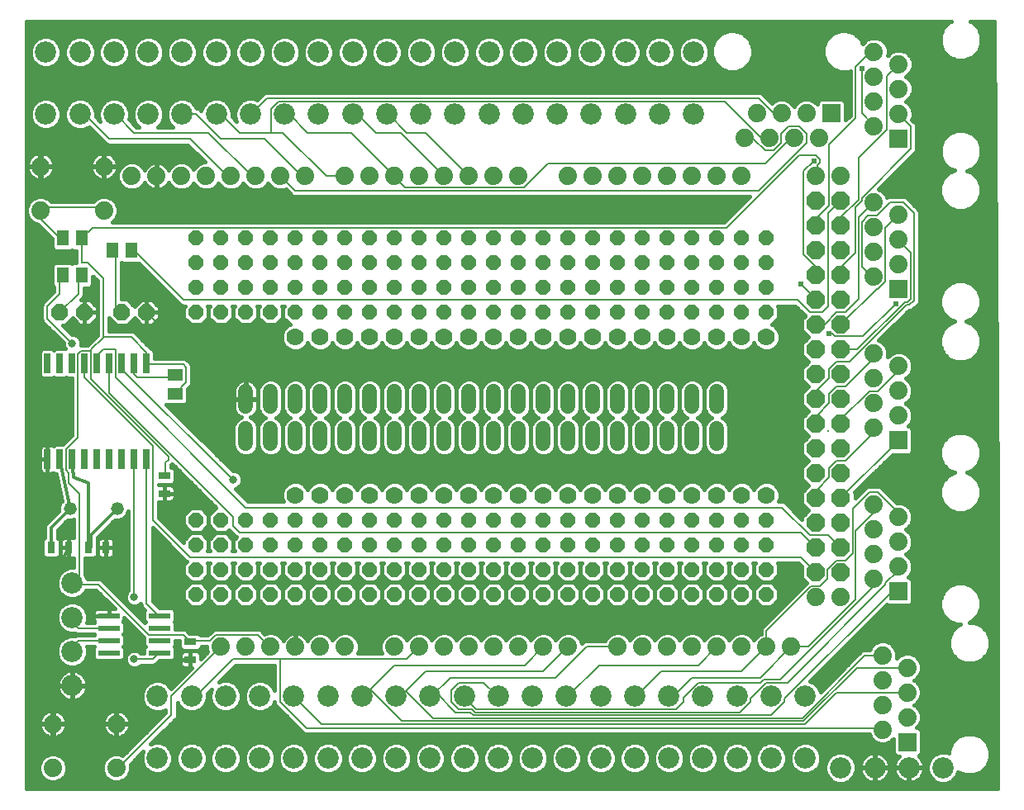
<source format=gbl>
G75*
%MOIN*%
%OFA0B0*%
%FSLAX25Y25*%
%IPPOS*%
%LPD*%
%AMOC8*
5,1,8,0,0,1.08239X$1,22.5*
%
%ADD10C,0.06000*%
%ADD11R,0.03150X0.04724*%
%ADD12C,0.08600*%
%ADD13OC8,0.06000*%
%ADD14OC8,0.06600*%
%ADD15R,0.05118X0.06299*%
%ADD16C,0.07400*%
%ADD17R,0.02600X0.08000*%
%ADD18R,0.08700X0.02400*%
%ADD19OC8,0.07400*%
%ADD20C,0.07000*%
%ADD21C,0.05200*%
%ADD22R,0.04724X0.03150*%
%ADD23R,0.06299X0.05118*%
%ADD24R,0.07400X0.07400*%
%ADD25C,0.00800*%
%ADD26C,0.03200*%
%ADD27C,0.01200*%
%ADD28C,0.01600*%
%ADD29C,0.00600*%
%ADD30C,0.02400*%
D10*
X0145000Y0146198D02*
X0145000Y0152198D01*
X0155000Y0152198D02*
X0155000Y0146198D01*
X0165000Y0146198D02*
X0165000Y0152198D01*
X0175000Y0152198D02*
X0175000Y0146198D01*
X0185000Y0146198D02*
X0185000Y0152198D01*
X0195000Y0152198D02*
X0195000Y0146198D01*
X0205000Y0146198D02*
X0205000Y0152198D01*
X0215000Y0152198D02*
X0215000Y0146198D01*
X0225000Y0146198D02*
X0225000Y0152198D01*
X0235000Y0152198D02*
X0235000Y0146198D01*
X0245000Y0146198D02*
X0245000Y0152198D01*
X0245000Y0161198D02*
X0245000Y0167198D01*
X0235000Y0167198D02*
X0235000Y0161198D01*
X0225000Y0161198D02*
X0225000Y0167198D01*
X0215000Y0167198D02*
X0215000Y0161198D01*
X0205000Y0161198D02*
X0205000Y0167198D01*
X0195000Y0167198D02*
X0195000Y0161198D01*
X0185000Y0161198D02*
X0185000Y0167198D01*
X0175000Y0167198D02*
X0175000Y0161198D01*
X0165000Y0161198D02*
X0165000Y0167198D01*
X0155000Y0167198D02*
X0155000Y0161198D01*
X0145000Y0161198D02*
X0145000Y0167198D01*
X0255000Y0167198D02*
X0255000Y0161198D01*
X0265000Y0161198D02*
X0265000Y0167198D01*
X0275000Y0167198D02*
X0275000Y0161198D01*
X0285000Y0161198D02*
X0285000Y0167198D01*
X0295000Y0167198D02*
X0295000Y0161198D01*
X0305000Y0161198D02*
X0305000Y0167198D01*
X0315000Y0167198D02*
X0315000Y0161198D01*
X0325000Y0161198D02*
X0325000Y0167198D01*
X0335000Y0167198D02*
X0335000Y0161198D01*
X0335000Y0152198D02*
X0335000Y0146198D01*
X0325000Y0146198D02*
X0325000Y0152198D01*
X0315000Y0152198D02*
X0315000Y0146198D01*
X0305000Y0146198D02*
X0305000Y0152198D01*
X0295000Y0152198D02*
X0295000Y0146198D01*
X0285000Y0146198D02*
X0285000Y0152198D01*
X0275000Y0152198D02*
X0275000Y0146198D01*
X0265000Y0146198D02*
X0265000Y0152198D01*
X0255000Y0152198D02*
X0255000Y0146198D01*
D11*
X0088543Y0104198D03*
X0081457Y0104198D03*
X0073543Y0104198D03*
X0066457Y0104198D03*
D12*
X0075000Y0089867D03*
X0075000Y0076088D03*
X0075000Y0062308D03*
X0075000Y0048529D03*
X0109331Y0044198D03*
X0123110Y0044198D03*
X0136890Y0044198D03*
X0150669Y0044198D03*
X0164331Y0044198D03*
X0178110Y0044198D03*
X0191890Y0044198D03*
X0205669Y0044198D03*
X0219331Y0044198D03*
X0233110Y0044198D03*
X0246890Y0044198D03*
X0260669Y0044198D03*
X0274331Y0044198D03*
X0288110Y0044198D03*
X0301890Y0044198D03*
X0315669Y0044198D03*
X0329331Y0044198D03*
X0343110Y0044198D03*
X0356890Y0044198D03*
X0370669Y0044198D03*
X0370669Y0019198D03*
X0356890Y0019198D03*
X0343110Y0019198D03*
X0329331Y0019198D03*
X0315669Y0019198D03*
X0301890Y0019198D03*
X0288110Y0019198D03*
X0274331Y0019198D03*
X0260669Y0019198D03*
X0246890Y0019198D03*
X0233110Y0019198D03*
X0219331Y0019198D03*
X0205669Y0019198D03*
X0191890Y0019198D03*
X0178110Y0019198D03*
X0164331Y0019198D03*
X0150669Y0019198D03*
X0136890Y0019198D03*
X0123110Y0019198D03*
X0109331Y0019198D03*
X0384900Y0015423D03*
X0398679Y0015423D03*
X0412459Y0015423D03*
X0426238Y0015423D03*
X0325669Y0279198D03*
X0311890Y0279198D03*
X0298110Y0279198D03*
X0284331Y0279198D03*
X0270669Y0279198D03*
X0256890Y0279198D03*
X0243110Y0279198D03*
X0229331Y0279198D03*
X0215669Y0279198D03*
X0201890Y0279198D03*
X0188110Y0279198D03*
X0174331Y0279198D03*
X0160669Y0279198D03*
X0146890Y0279198D03*
X0133110Y0279198D03*
X0119331Y0279198D03*
X0105669Y0279198D03*
X0091890Y0279198D03*
X0078110Y0279198D03*
X0064331Y0279198D03*
X0064331Y0304198D03*
X0078110Y0304198D03*
X0091890Y0304198D03*
X0105669Y0304198D03*
X0119331Y0304198D03*
X0133110Y0304198D03*
X0146890Y0304198D03*
X0160669Y0304198D03*
X0174331Y0304198D03*
X0188110Y0304198D03*
X0201890Y0304198D03*
X0215669Y0304198D03*
X0229331Y0304198D03*
X0243110Y0304198D03*
X0256890Y0304198D03*
X0270669Y0304198D03*
X0284331Y0304198D03*
X0298110Y0304198D03*
X0311890Y0304198D03*
X0325669Y0304198D03*
D13*
X0325000Y0229198D03*
X0315000Y0229198D03*
X0305000Y0229198D03*
X0295000Y0229198D03*
X0285000Y0229198D03*
X0275000Y0229198D03*
X0265000Y0229198D03*
X0255000Y0229198D03*
X0255000Y0219198D03*
X0255000Y0209198D03*
X0265000Y0209198D03*
X0275000Y0209198D03*
X0285000Y0209198D03*
X0295000Y0209198D03*
X0305000Y0209198D03*
X0315000Y0209198D03*
X0325000Y0209198D03*
X0335000Y0209198D03*
X0345000Y0209198D03*
X0355000Y0209198D03*
X0355000Y0219198D03*
X0345000Y0219198D03*
X0335000Y0219198D03*
X0325000Y0219198D03*
X0315000Y0219198D03*
X0305000Y0219198D03*
X0295000Y0219198D03*
X0285000Y0219198D03*
X0275000Y0219198D03*
X0265000Y0219198D03*
X0265000Y0199198D03*
X0255000Y0199198D03*
X0245000Y0199198D03*
X0235000Y0199198D03*
X0225000Y0199198D03*
X0215000Y0199198D03*
X0205000Y0199198D03*
X0195000Y0199198D03*
X0185000Y0199198D03*
X0175000Y0199198D03*
X0165000Y0199198D03*
X0155000Y0199198D03*
X0145000Y0199198D03*
X0135000Y0199198D03*
X0125000Y0199198D03*
X0125000Y0209198D03*
X0135000Y0209198D03*
X0145000Y0209198D03*
X0155000Y0209198D03*
X0165000Y0209198D03*
X0175000Y0209198D03*
X0185000Y0209198D03*
X0195000Y0209198D03*
X0205000Y0209198D03*
X0215000Y0209198D03*
X0225000Y0209198D03*
X0235000Y0209198D03*
X0245000Y0209198D03*
X0245000Y0219198D03*
X0235000Y0219198D03*
X0225000Y0219198D03*
X0215000Y0219198D03*
X0205000Y0219198D03*
X0195000Y0219198D03*
X0185000Y0219198D03*
X0175000Y0219198D03*
X0165000Y0219198D03*
X0155000Y0219198D03*
X0145000Y0219198D03*
X0135000Y0219198D03*
X0125000Y0219198D03*
X0125000Y0229198D03*
X0135000Y0229198D03*
X0145000Y0229198D03*
X0155000Y0229198D03*
X0165000Y0229198D03*
X0175000Y0229198D03*
X0185000Y0229198D03*
X0195000Y0229198D03*
X0205000Y0229198D03*
X0215000Y0229198D03*
X0225000Y0229198D03*
X0235000Y0229198D03*
X0245000Y0229198D03*
X0275000Y0199198D03*
X0285000Y0199198D03*
X0295000Y0199198D03*
X0305000Y0199198D03*
X0315000Y0199198D03*
X0325000Y0199198D03*
X0335000Y0199198D03*
X0345000Y0199198D03*
X0355000Y0199198D03*
X0355000Y0229198D03*
X0345000Y0229198D03*
X0335000Y0229198D03*
X0335000Y0115327D03*
X0325000Y0115327D03*
X0315000Y0115327D03*
X0305000Y0115327D03*
X0295000Y0115327D03*
X0285000Y0115327D03*
X0275000Y0115327D03*
X0265000Y0115327D03*
X0255000Y0115327D03*
X0245000Y0115327D03*
X0235000Y0115327D03*
X0225000Y0115327D03*
X0215000Y0115327D03*
X0205000Y0115327D03*
X0195000Y0115327D03*
X0185000Y0115327D03*
X0175000Y0115327D03*
X0165000Y0115327D03*
X0155000Y0115327D03*
X0145000Y0115327D03*
X0135000Y0115327D03*
X0125000Y0115327D03*
X0125000Y0105327D03*
X0135000Y0105327D03*
X0145000Y0105327D03*
X0155000Y0105327D03*
X0165000Y0105327D03*
X0175000Y0105327D03*
X0185000Y0105327D03*
X0195000Y0105327D03*
X0205000Y0105327D03*
X0215000Y0105327D03*
X0225000Y0105327D03*
X0235000Y0105327D03*
X0245000Y0105327D03*
X0255000Y0105327D03*
X0265000Y0105327D03*
X0275000Y0105327D03*
X0285000Y0105327D03*
X0295000Y0105327D03*
X0305000Y0105327D03*
X0315000Y0105327D03*
X0325000Y0105327D03*
X0335000Y0105327D03*
X0345000Y0105327D03*
X0355000Y0105327D03*
X0355000Y0115327D03*
X0345000Y0115327D03*
X0345000Y0095327D03*
X0335000Y0095327D03*
X0325000Y0095327D03*
X0315000Y0095327D03*
X0305000Y0095327D03*
X0295000Y0095327D03*
X0285000Y0095327D03*
X0275000Y0095327D03*
X0265000Y0095327D03*
X0255000Y0095327D03*
X0245000Y0095327D03*
X0235000Y0095327D03*
X0225000Y0095327D03*
X0215000Y0095327D03*
X0205000Y0095327D03*
X0195000Y0095327D03*
X0185000Y0095327D03*
X0175000Y0095327D03*
X0165000Y0095327D03*
X0155000Y0095327D03*
X0145000Y0095327D03*
X0135000Y0095327D03*
X0125000Y0095327D03*
X0125000Y0085327D03*
X0135000Y0085327D03*
X0145000Y0085327D03*
X0155000Y0085327D03*
X0165000Y0085327D03*
X0175000Y0085327D03*
X0185000Y0085327D03*
X0195000Y0085327D03*
X0205000Y0085327D03*
X0215000Y0085327D03*
X0225000Y0085327D03*
X0235000Y0085327D03*
X0245000Y0085327D03*
X0255000Y0085327D03*
X0265000Y0085327D03*
X0275000Y0085327D03*
X0285000Y0085327D03*
X0295000Y0085327D03*
X0305000Y0085327D03*
X0315000Y0085327D03*
X0325000Y0085327D03*
X0335000Y0085327D03*
X0345000Y0085327D03*
X0355000Y0085327D03*
X0355000Y0095327D03*
D14*
X0105000Y0199198D03*
X0095000Y0199198D03*
X0080000Y0199198D03*
X0070000Y0199198D03*
D15*
X0071260Y0214198D03*
X0078740Y0214198D03*
X0091260Y0224198D03*
X0098740Y0224198D03*
X0078740Y0229198D03*
X0071260Y0229198D03*
D16*
X0062200Y0240298D03*
X0062200Y0258098D03*
X0087800Y0258098D03*
X0099000Y0254198D03*
X0109000Y0254198D03*
X0119000Y0254198D03*
X0129000Y0254198D03*
X0139000Y0254198D03*
X0149000Y0254198D03*
X0159000Y0254198D03*
X0169000Y0254198D03*
X0185000Y0254198D03*
X0195000Y0254198D03*
X0205000Y0254198D03*
X0215000Y0254198D03*
X0225000Y0254198D03*
X0235000Y0254198D03*
X0245000Y0254198D03*
X0255000Y0254198D03*
X0275000Y0254198D03*
X0285000Y0254198D03*
X0295000Y0254198D03*
X0305000Y0254198D03*
X0315000Y0254198D03*
X0325000Y0254198D03*
X0335000Y0254198D03*
X0345000Y0254198D03*
X0346064Y0269514D03*
X0356064Y0269514D03*
X0366064Y0269514D03*
X0376064Y0269514D03*
X0371064Y0279514D03*
X0361064Y0279514D03*
X0351064Y0279514D03*
X0375000Y0254198D03*
X0385000Y0254198D03*
X0398200Y0243517D03*
X0398200Y0233517D03*
X0408200Y0228517D03*
X0398200Y0223517D03*
X0408200Y0218517D03*
X0398200Y0213517D03*
X0408200Y0238517D03*
X0398327Y0274372D03*
X0408327Y0279372D03*
X0398327Y0284372D03*
X0408327Y0289372D03*
X0408327Y0299372D03*
X0398327Y0294372D03*
X0398327Y0304372D03*
X0398264Y0182485D03*
X0408264Y0177485D03*
X0408264Y0167485D03*
X0398264Y0162485D03*
X0408264Y0157485D03*
X0398264Y0152485D03*
X0398264Y0172485D03*
X0398280Y0121585D03*
X0398280Y0111585D03*
X0408280Y0106585D03*
X0398280Y0101585D03*
X0408280Y0096585D03*
X0398280Y0091585D03*
X0385000Y0084198D03*
X0375000Y0084198D03*
X0365000Y0064198D03*
X0355000Y0064198D03*
X0345000Y0064198D03*
X0335000Y0064198D03*
X0325000Y0064198D03*
X0315000Y0064198D03*
X0305000Y0064198D03*
X0295000Y0064198D03*
X0275000Y0064198D03*
X0265000Y0064198D03*
X0255000Y0064198D03*
X0245000Y0064198D03*
X0235000Y0064198D03*
X0225000Y0064198D03*
X0215000Y0064198D03*
X0205000Y0064198D03*
X0185000Y0064198D03*
X0175000Y0064198D03*
X0165000Y0064198D03*
X0155000Y0064198D03*
X0145000Y0064198D03*
X0135000Y0064198D03*
X0092800Y0033098D03*
X0092800Y0015298D03*
X0067200Y0015298D03*
X0067200Y0033098D03*
X0087800Y0240298D03*
X0401819Y0060781D03*
X0411819Y0055781D03*
X0401819Y0050781D03*
X0411819Y0045781D03*
X0401819Y0040781D03*
X0411819Y0035781D03*
X0401819Y0030781D03*
X0408280Y0116585D03*
D17*
X0105000Y0139898D03*
X0100000Y0139898D03*
X0095000Y0139898D03*
X0090000Y0139898D03*
X0085000Y0139898D03*
X0080000Y0139898D03*
X0075000Y0139898D03*
X0070000Y0139898D03*
X0065000Y0139898D03*
X0065000Y0178498D03*
X0070000Y0178498D03*
X0075000Y0178498D03*
X0080000Y0178498D03*
X0085000Y0178498D03*
X0090000Y0178498D03*
X0095000Y0178498D03*
X0100000Y0178498D03*
X0105000Y0178498D03*
D18*
X0110300Y0076698D03*
X0110300Y0071698D03*
X0110300Y0066698D03*
X0110300Y0061698D03*
X0089700Y0061698D03*
X0089700Y0066698D03*
X0089700Y0071698D03*
X0089700Y0076698D03*
D19*
X0375000Y0094198D03*
X0385000Y0094198D03*
X0385000Y0104198D03*
X0375000Y0104198D03*
X0375000Y0114198D03*
X0385000Y0114198D03*
X0385000Y0124198D03*
X0375000Y0124198D03*
X0375000Y0134198D03*
X0385000Y0134198D03*
X0385000Y0144198D03*
X0375000Y0144198D03*
X0375000Y0154198D03*
X0385000Y0154198D03*
X0385000Y0164198D03*
X0375000Y0164198D03*
X0375000Y0174198D03*
X0385000Y0174198D03*
X0385000Y0184198D03*
X0375000Y0184198D03*
X0375000Y0194198D03*
X0385000Y0194198D03*
X0385000Y0204198D03*
X0375000Y0204198D03*
X0375000Y0214198D03*
X0385000Y0214198D03*
X0385000Y0224198D03*
X0375000Y0224198D03*
X0375000Y0234198D03*
X0385000Y0234198D03*
X0385000Y0244198D03*
X0375000Y0244198D03*
D20*
X0355000Y0189198D03*
X0345000Y0189198D03*
X0335000Y0189198D03*
X0325000Y0189198D03*
X0315000Y0189198D03*
X0305000Y0189198D03*
X0295000Y0189198D03*
X0285000Y0189198D03*
X0275000Y0189198D03*
X0265000Y0189198D03*
X0255000Y0189198D03*
X0245000Y0189198D03*
X0235000Y0189198D03*
X0225000Y0189198D03*
X0215000Y0189198D03*
X0205000Y0189198D03*
X0195000Y0189198D03*
X0185000Y0189198D03*
X0175000Y0189198D03*
X0165000Y0189198D03*
X0165000Y0125327D03*
X0175000Y0125327D03*
X0185000Y0125327D03*
X0195000Y0125327D03*
X0205000Y0125327D03*
X0215000Y0125327D03*
X0225000Y0125327D03*
X0235000Y0125327D03*
X0245000Y0125327D03*
X0255000Y0125327D03*
X0265000Y0125327D03*
X0275000Y0125327D03*
X0285000Y0125327D03*
X0295000Y0125327D03*
X0305000Y0125327D03*
X0315000Y0125327D03*
X0325000Y0125327D03*
X0335000Y0125327D03*
X0345000Y0125327D03*
X0355000Y0125327D03*
D21*
X0093041Y0119884D03*
X0074041Y0119884D03*
D22*
X0112190Y0126126D03*
X0112190Y0133212D03*
X0122662Y0066216D03*
X0122662Y0059129D03*
D23*
X0116519Y0166453D03*
X0116519Y0173933D03*
D24*
X0381064Y0279514D03*
X0408327Y0269372D03*
X0408200Y0208517D03*
X0408264Y0147485D03*
X0408280Y0086585D03*
X0411819Y0025781D03*
D25*
X0365000Y0064198D02*
X0352500Y0051698D01*
X0325000Y0051698D01*
X0317500Y0044198D01*
X0315669Y0044198D01*
X0312500Y0054198D02*
X0302500Y0044198D01*
X0301890Y0044198D01*
X0312500Y0054198D02*
X0345000Y0054198D01*
X0355000Y0064198D01*
X0335000Y0064198D02*
X0327500Y0056698D01*
X0287500Y0056698D01*
X0275000Y0044198D01*
X0274331Y0044198D01*
X0270000Y0051698D02*
X0227500Y0051698D01*
X0220000Y0044198D01*
X0219331Y0044198D01*
X0209650Y0046348D02*
X0207500Y0044198D01*
X0205669Y0044198D01*
X0209650Y0046348D02*
X0217500Y0054198D01*
X0265000Y0054198D01*
X0275000Y0064198D01*
X0282500Y0064198D02*
X0270000Y0051698D01*
X0257500Y0056698D02*
X0205000Y0056698D01*
X0195250Y0046948D01*
X0192500Y0044198D01*
X0191890Y0044198D01*
X0210000Y0059198D02*
X0158800Y0059198D01*
X0140000Y0059198D01*
X0125000Y0044198D01*
X0123110Y0044198D01*
X0115000Y0044198D02*
X0115000Y0036698D01*
X0095000Y0016698D01*
X0092800Y0015298D01*
X0115000Y0044198D02*
X0135000Y0064198D01*
X0110300Y0061698D02*
X0110000Y0061698D01*
X0107500Y0059198D01*
X0100000Y0059198D01*
X0089700Y0066698D02*
X0077500Y0066698D01*
X0075000Y0064198D01*
X0075000Y0062308D01*
X0077500Y0071698D02*
X0075000Y0074198D01*
X0075000Y0076088D01*
X0077500Y0071698D02*
X0089700Y0071698D01*
X0105000Y0081698D02*
X0110000Y0076698D01*
X0110300Y0076698D01*
X0105000Y0081698D02*
X0105000Y0139898D01*
X0100000Y0139898D02*
X0100000Y0084198D01*
X0082500Y0104198D02*
X0081457Y0104198D01*
X0073543Y0104198D02*
X0072500Y0104198D01*
X0107500Y0115448D02*
X0122500Y0100448D01*
X0368750Y0100448D01*
X0375000Y0094198D01*
X0375000Y0104198D02*
X0368750Y0110448D01*
X0142500Y0110448D01*
X0140000Y0112948D01*
X0140000Y0116698D01*
X0090000Y0166698D01*
X0090000Y0178498D01*
X0085000Y0178498D02*
X0085000Y0181698D01*
X0087500Y0184198D01*
X0092500Y0184198D01*
X0092500Y0172948D01*
X0145000Y0120448D01*
X0361250Y0120448D01*
X0372500Y0109198D01*
X0380000Y0109198D01*
X0385000Y0104198D01*
X0380000Y0151137D02*
X0380000Y0151698D01*
X0377500Y0199198D02*
X0372500Y0199198D01*
X0367500Y0204198D01*
X0120000Y0204198D01*
X0100000Y0224198D01*
X0098740Y0224198D01*
X0092500Y0224198D02*
X0091260Y0224198D01*
X0092500Y0224198D02*
X0092500Y0201698D01*
X0095000Y0199198D01*
X0105000Y0199198D02*
X0140000Y0164198D01*
X0145000Y0164198D01*
X0116250Y0172948D02*
X0116519Y0173933D01*
X0116250Y0172948D02*
X0101250Y0172948D01*
X0100000Y0174198D01*
X0100000Y0178498D01*
X0095000Y0178498D02*
X0094979Y0176141D01*
X0140000Y0131698D01*
X0107500Y0145448D02*
X0107500Y0115448D01*
X0107500Y0145448D02*
X0080000Y0172948D01*
X0080000Y0178498D01*
X0075000Y0186698D02*
X0065000Y0196698D01*
X0065000Y0201698D01*
X0070000Y0206698D01*
X0070000Y0214198D01*
X0071260Y0214198D01*
X0077500Y0214198D02*
X0077500Y0206698D01*
X0070000Y0199198D01*
X0077500Y0214198D02*
X0078740Y0214198D01*
X0078750Y0219198D02*
X0081250Y0219198D01*
X0087500Y0212948D01*
X0087500Y0189198D01*
X0098750Y0189198D01*
X0105000Y0182948D01*
X0105000Y0178498D01*
X0078750Y0219198D02*
X0078750Y0229198D01*
X0078740Y0229198D01*
X0071260Y0229198D02*
X0070000Y0229198D01*
X0060000Y0239198D01*
X0062200Y0240298D01*
X0062500Y0241698D01*
X0087500Y0241698D01*
X0087800Y0240298D01*
X0090000Y0269198D02*
X0080000Y0279198D01*
X0078110Y0279198D01*
X0091890Y0279198D02*
X0092500Y0279198D01*
X0100000Y0271698D01*
X0130000Y0271698D01*
X0147500Y0254198D01*
X0149000Y0254198D01*
X0139000Y0254198D02*
X0137500Y0254198D01*
X0122500Y0269198D01*
X0090000Y0269198D01*
X0119331Y0279198D02*
X0125000Y0279198D01*
X0135000Y0269198D01*
X0152500Y0269198D01*
X0167500Y0254198D01*
X0169000Y0254198D01*
X0177500Y0254198D02*
X0160000Y0271698D01*
X0155200Y0271698D01*
X0142500Y0271698D01*
X0135000Y0279198D01*
X0133110Y0279198D01*
X0160669Y0279198D02*
X0162500Y0279198D01*
X0170000Y0271698D01*
X0187500Y0271698D01*
X0205000Y0254198D01*
X0207500Y0271698D02*
X0225000Y0254198D01*
X0235000Y0254198D02*
X0217500Y0271698D01*
X0210000Y0271698D01*
X0202500Y0279198D01*
X0201890Y0279198D01*
X0197500Y0271698D02*
X0190000Y0279198D01*
X0188110Y0279198D01*
X0197500Y0271698D02*
X0207500Y0271698D01*
X0185000Y0254198D02*
X0177500Y0254198D01*
X0065000Y0139898D02*
X0065000Y0134198D01*
X0210000Y0059198D02*
X0215000Y0064198D01*
X0257500Y0056698D02*
X0265000Y0064198D01*
X0282500Y0064198D02*
X0295000Y0064198D01*
X0377500Y0199198D02*
X0380000Y0201698D01*
X0380000Y0239198D01*
X0385000Y0244198D01*
D26*
X0140000Y0131698D03*
X0100000Y0084198D03*
X0100000Y0059198D03*
X0075000Y0186698D03*
D27*
X0075000Y0139898D02*
X0075544Y0132761D01*
X0081437Y0130371D01*
X0081457Y0104198D01*
X0082500Y0104198D02*
X0082500Y0109343D01*
X0093041Y0119884D01*
X0074041Y0119884D02*
X0070000Y0139898D01*
X0065000Y0134198D02*
X0065033Y0115715D01*
X0061052Y0106634D01*
X0061211Y0099465D01*
X0071085Y0099146D01*
X0073543Y0104198D01*
X0066457Y0104198D02*
X0066457Y0112299D01*
X0074041Y0119884D01*
D28*
X0056478Y0006888D02*
X0056478Y0316746D01*
X0429442Y0316746D01*
X0428626Y0316408D01*
X0426291Y0314073D01*
X0425028Y0311023D01*
X0425028Y0307722D01*
X0426291Y0304671D01*
X0428626Y0302337D01*
X0431676Y0301073D01*
X0434978Y0301073D01*
X0438028Y0302337D01*
X0440362Y0304671D01*
X0441626Y0307722D01*
X0441626Y0311023D01*
X0440362Y0314073D01*
X0438028Y0316408D01*
X0437211Y0316746D01*
X0446691Y0316746D01*
X0448187Y0122843D01*
X0448187Y0006888D01*
X0056478Y0006888D01*
X0056478Y0007395D02*
X0448187Y0007395D01*
X0448187Y0008994D02*
X0056478Y0008994D01*
X0056478Y0010592D02*
X0063845Y0010592D01*
X0063971Y0010466D02*
X0066066Y0009598D01*
X0068334Y0009598D01*
X0070429Y0010466D01*
X0072032Y0012069D01*
X0072900Y0014164D01*
X0072900Y0016432D01*
X0072032Y0018527D01*
X0070429Y0020130D01*
X0068334Y0020998D01*
X0066066Y0020998D01*
X0063971Y0020130D01*
X0062368Y0018527D01*
X0061500Y0016432D01*
X0061500Y0014164D01*
X0062368Y0012069D01*
X0063971Y0010466D01*
X0062317Y0012191D02*
X0056478Y0012191D01*
X0056478Y0013789D02*
X0061655Y0013789D01*
X0061500Y0015388D02*
X0056478Y0015388D01*
X0056478Y0016986D02*
X0061730Y0016986D01*
X0062426Y0018585D02*
X0056478Y0018585D01*
X0056478Y0020183D02*
X0064099Y0020183D01*
X0070301Y0020183D02*
X0089699Y0020183D01*
X0089571Y0020130D02*
X0087968Y0018527D01*
X0087100Y0016432D01*
X0087100Y0014164D01*
X0087968Y0012069D01*
X0089571Y0010466D01*
X0091666Y0009598D01*
X0093934Y0009598D01*
X0096029Y0010466D01*
X0097632Y0012069D01*
X0098500Y0014164D01*
X0098500Y0016432D01*
X0098391Y0016695D01*
X0103655Y0021960D01*
X0103031Y0020451D01*
X0103031Y0017945D01*
X0103990Y0015630D01*
X0105762Y0013857D01*
X0108078Y0012898D01*
X0110584Y0012898D01*
X0112899Y0013857D01*
X0114672Y0015630D01*
X0115631Y0017945D01*
X0115631Y0020451D01*
X0114672Y0022767D01*
X0112899Y0024539D01*
X0110584Y0025498D01*
X0108078Y0025498D01*
X0106569Y0024873D01*
X0117035Y0035339D01*
X0117400Y0036221D01*
X0117400Y0041521D01*
X0117769Y0040630D01*
X0119542Y0038857D01*
X0121857Y0037898D01*
X0124363Y0037898D01*
X0126679Y0038857D01*
X0128451Y0040630D01*
X0129410Y0042945D01*
X0129410Y0045214D01*
X0131256Y0047060D01*
X0130590Y0045451D01*
X0130590Y0042945D01*
X0131549Y0040630D01*
X0133321Y0038857D01*
X0135637Y0037898D01*
X0138143Y0037898D01*
X0140458Y0038857D01*
X0142231Y0040630D01*
X0143190Y0042945D01*
X0143190Y0045451D01*
X0142231Y0047767D01*
X0140458Y0049539D01*
X0138143Y0050498D01*
X0135637Y0050498D01*
X0134028Y0049832D01*
X0140994Y0056798D01*
X0156500Y0056798D01*
X0156500Y0046584D01*
X0156010Y0047767D01*
X0154238Y0049539D01*
X0151922Y0050498D01*
X0149416Y0050498D01*
X0147101Y0049539D01*
X0145328Y0047767D01*
X0144369Y0045451D01*
X0144369Y0042945D01*
X0145328Y0040630D01*
X0147101Y0038857D01*
X0149416Y0037898D01*
X0151922Y0037898D01*
X0154238Y0038857D01*
X0156010Y0040630D01*
X0156500Y0041812D01*
X0156500Y0041046D01*
X0168647Y0028898D01*
X0396429Y0028898D01*
X0396986Y0027552D01*
X0398590Y0025949D01*
X0400685Y0025081D01*
X0402952Y0025081D01*
X0405047Y0025949D01*
X0406119Y0027020D01*
X0406119Y0021253D01*
X0407290Y0020081D01*
X0408492Y0020081D01*
X0408485Y0020076D01*
X0407806Y0019397D01*
X0407242Y0018620D01*
X0406806Y0017765D01*
X0406509Y0016852D01*
X0406359Y0015903D01*
X0406359Y0015607D01*
X0412274Y0015607D01*
X0412274Y0015239D01*
X0406359Y0015239D01*
X0406359Y0014943D01*
X0406509Y0013995D01*
X0406806Y0013082D01*
X0407242Y0012226D01*
X0407806Y0011449D01*
X0408485Y0010770D01*
X0409262Y0010206D01*
X0410117Y0009770D01*
X0411030Y0009473D01*
X0411979Y0009323D01*
X0412274Y0009323D01*
X0412274Y0015239D01*
X0412643Y0015239D01*
X0412643Y0015607D01*
X0418559Y0015607D01*
X0418559Y0015903D01*
X0418409Y0016852D01*
X0418112Y0017765D01*
X0417676Y0018620D01*
X0417112Y0019397D01*
X0416433Y0020076D01*
X0416380Y0020114D01*
X0417519Y0021253D01*
X0417519Y0030309D01*
X0416347Y0031481D01*
X0415580Y0031481D01*
X0416651Y0032552D01*
X0417519Y0034647D01*
X0417519Y0036915D01*
X0416651Y0039010D01*
X0415047Y0040613D01*
X0414642Y0040781D01*
X0415047Y0040949D01*
X0416651Y0042552D01*
X0417519Y0044647D01*
X0417519Y0046915D01*
X0416651Y0049010D01*
X0415047Y0050613D01*
X0414642Y0050781D01*
X0415047Y0050949D01*
X0416651Y0052552D01*
X0417519Y0054647D01*
X0417519Y0056915D01*
X0416651Y0059010D01*
X0415047Y0060613D01*
X0412952Y0061481D01*
X0410685Y0061481D01*
X0408590Y0060613D01*
X0407444Y0059468D01*
X0407519Y0059647D01*
X0407519Y0061915D01*
X0406651Y0064010D01*
X0405047Y0065613D01*
X0402952Y0066481D01*
X0400685Y0066481D01*
X0398590Y0065613D01*
X0396986Y0064010D01*
X0396526Y0062898D01*
X0393647Y0062898D01*
X0376744Y0045995D01*
X0376010Y0047767D01*
X0374238Y0049539D01*
X0372509Y0050255D01*
X0403446Y0081191D01*
X0403752Y0080885D01*
X0412809Y0080885D01*
X0413980Y0082057D01*
X0413980Y0091113D01*
X0412809Y0092285D01*
X0412041Y0092285D01*
X0413113Y0093356D01*
X0413980Y0095451D01*
X0413980Y0097719D01*
X0413113Y0099814D01*
X0411509Y0101417D01*
X0411104Y0101585D01*
X0411509Y0101753D01*
X0413113Y0103356D01*
X0413980Y0105451D01*
X0413980Y0107719D01*
X0413113Y0109814D01*
X0411509Y0111417D01*
X0411104Y0111585D01*
X0411509Y0111753D01*
X0413113Y0113356D01*
X0413980Y0115451D01*
X0413980Y0117719D01*
X0413113Y0119814D01*
X0411509Y0121417D01*
X0409414Y0122285D01*
X0407566Y0122285D01*
X0402300Y0127551D01*
X0400953Y0128898D01*
X0395447Y0128898D01*
X0390700Y0124151D01*
X0390700Y0126559D01*
X0390657Y0126602D01*
X0405840Y0141785D01*
X0412792Y0141785D01*
X0413964Y0142957D01*
X0413964Y0152013D01*
X0412792Y0153185D01*
X0412025Y0153185D01*
X0413096Y0154256D01*
X0413964Y0156351D01*
X0413964Y0158619D01*
X0413096Y0160714D01*
X0411493Y0162317D01*
X0411088Y0162485D01*
X0411493Y0162653D01*
X0413096Y0164256D01*
X0413964Y0166351D01*
X0413964Y0168619D01*
X0413096Y0170714D01*
X0411493Y0172317D01*
X0411088Y0172485D01*
X0411493Y0172653D01*
X0413096Y0174256D01*
X0413964Y0176351D01*
X0413964Y0178619D01*
X0413096Y0180714D01*
X0411493Y0182317D01*
X0409398Y0183185D01*
X0407130Y0183185D01*
X0405035Y0182317D01*
X0403890Y0181172D01*
X0403964Y0181351D01*
X0403964Y0183619D01*
X0403096Y0185714D01*
X0401493Y0187317D01*
X0400276Y0187821D01*
X0412353Y0199898D01*
X0413553Y0199898D01*
X0415353Y0201698D01*
X0416700Y0203046D01*
X0416700Y0240351D01*
X0412500Y0244551D01*
X0411153Y0245898D01*
X0403847Y0245898D01*
X0403519Y0245570D01*
X0403032Y0246746D01*
X0401429Y0248350D01*
X0400139Y0248884D01*
X0415500Y0264246D01*
X0415500Y0275151D01*
X0413554Y0277097D01*
X0414027Y0278239D01*
X0414027Y0280506D01*
X0413159Y0282601D01*
X0411556Y0284205D01*
X0411150Y0284372D01*
X0411556Y0284540D01*
X0413159Y0286144D01*
X0414027Y0288239D01*
X0414027Y0290506D01*
X0413159Y0292601D01*
X0411556Y0294205D01*
X0411150Y0294372D01*
X0411556Y0294540D01*
X0413159Y0296144D01*
X0414027Y0298239D01*
X0414027Y0300506D01*
X0413159Y0302601D01*
X0411556Y0304205D01*
X0409461Y0305072D01*
X0407193Y0305072D01*
X0405098Y0304205D01*
X0403952Y0303059D01*
X0404027Y0303239D01*
X0404027Y0305506D01*
X0403159Y0307601D01*
X0401556Y0309205D01*
X0399461Y0310072D01*
X0397193Y0310072D01*
X0395098Y0309205D01*
X0393688Y0307794D01*
X0393099Y0309215D01*
X0390765Y0311550D01*
X0387715Y0312813D01*
X0384413Y0312813D01*
X0381363Y0311550D01*
X0379028Y0309215D01*
X0377765Y0306165D01*
X0377765Y0302863D01*
X0379028Y0299813D01*
X0381363Y0297478D01*
X0384413Y0296215D01*
X0387715Y0296215D01*
X0388700Y0296623D01*
X0388700Y0278751D01*
X0386764Y0276815D01*
X0386764Y0284042D01*
X0385592Y0285214D01*
X0376535Y0285214D01*
X0375364Y0284042D01*
X0375364Y0283275D01*
X0374293Y0284346D01*
X0372198Y0285214D01*
X0369930Y0285214D01*
X0367835Y0284346D01*
X0366232Y0282743D01*
X0366064Y0282338D01*
X0365896Y0282743D01*
X0364293Y0284346D01*
X0362198Y0285214D01*
X0359930Y0285214D01*
X0357835Y0284346D01*
X0357170Y0283681D01*
X0354300Y0286551D01*
X0352953Y0287898D01*
X0152447Y0287898D01*
X0149490Y0284940D01*
X0148143Y0285498D01*
X0145637Y0285498D01*
X0143321Y0284539D01*
X0141549Y0282767D01*
X0140590Y0280451D01*
X0140590Y0277945D01*
X0141256Y0276336D01*
X0139410Y0278182D01*
X0139410Y0280451D01*
X0138451Y0282767D01*
X0136679Y0284539D01*
X0134363Y0285498D01*
X0131857Y0285498D01*
X0129542Y0284539D01*
X0127769Y0282767D01*
X0126907Y0280685D01*
X0126359Y0281233D01*
X0125477Y0281598D01*
X0125156Y0281598D01*
X0124672Y0282767D01*
X0122899Y0284539D01*
X0120584Y0285498D01*
X0118078Y0285498D01*
X0115762Y0284539D01*
X0113990Y0282767D01*
X0113031Y0280451D01*
X0113031Y0277945D01*
X0113990Y0275630D01*
X0115521Y0274098D01*
X0109479Y0274098D01*
X0111010Y0275630D01*
X0111969Y0277945D01*
X0111969Y0280451D01*
X0111010Y0282767D01*
X0109238Y0284539D01*
X0106922Y0285498D01*
X0104416Y0285498D01*
X0102101Y0284539D01*
X0100328Y0282767D01*
X0099369Y0280451D01*
X0099369Y0277945D01*
X0100328Y0275630D01*
X0101860Y0274098D01*
X0100994Y0274098D01*
X0097884Y0277208D01*
X0098190Y0277945D01*
X0098190Y0280451D01*
X0097231Y0282767D01*
X0095458Y0284539D01*
X0093143Y0285498D01*
X0090637Y0285498D01*
X0088321Y0284539D01*
X0086549Y0282767D01*
X0085590Y0280451D01*
X0085590Y0277945D01*
X0086256Y0276336D01*
X0084410Y0278182D01*
X0084410Y0280451D01*
X0083451Y0282767D01*
X0081679Y0284539D01*
X0079363Y0285498D01*
X0076857Y0285498D01*
X0074542Y0284539D01*
X0072769Y0282767D01*
X0071810Y0280451D01*
X0071810Y0277945D01*
X0072769Y0275630D01*
X0074542Y0273857D01*
X0076857Y0272898D01*
X0079363Y0272898D01*
X0081679Y0273857D01*
X0081813Y0273991D01*
X0088641Y0267164D01*
X0089523Y0266798D01*
X0121506Y0266798D01*
X0128406Y0259898D01*
X0127866Y0259898D01*
X0125771Y0259030D01*
X0124168Y0257427D01*
X0124000Y0257022D01*
X0123832Y0257427D01*
X0122229Y0259030D01*
X0120134Y0259898D01*
X0117866Y0259898D01*
X0115771Y0259030D01*
X0114168Y0257427D01*
X0113881Y0256734D01*
X0113704Y0257081D01*
X0113195Y0257781D01*
X0112583Y0258393D01*
X0111883Y0258902D01*
X0111111Y0259295D01*
X0110288Y0259563D01*
X0109433Y0259698D01*
X0109200Y0259698D01*
X0109200Y0254398D01*
X0108800Y0254398D01*
X0108800Y0259698D01*
X0108567Y0259698D01*
X0107712Y0259563D01*
X0106889Y0259295D01*
X0106117Y0258902D01*
X0105417Y0258393D01*
X0104805Y0257781D01*
X0104296Y0257081D01*
X0104119Y0256734D01*
X0103832Y0257427D01*
X0102229Y0259030D01*
X0100134Y0259898D01*
X0097866Y0259898D01*
X0095771Y0259030D01*
X0094168Y0257427D01*
X0093300Y0255332D01*
X0093300Y0253064D01*
X0094168Y0250969D01*
X0095771Y0249366D01*
X0097866Y0248498D01*
X0100134Y0248498D01*
X0102229Y0249366D01*
X0103832Y0250969D01*
X0104119Y0251662D01*
X0104296Y0251316D01*
X0104805Y0250615D01*
X0105417Y0250003D01*
X0106117Y0249494D01*
X0106889Y0249101D01*
X0107712Y0248834D01*
X0108567Y0248698D01*
X0108800Y0248698D01*
X0108800Y0253998D01*
X0109200Y0253998D01*
X0109200Y0248698D01*
X0109433Y0248698D01*
X0110288Y0248834D01*
X0111111Y0249101D01*
X0111883Y0249494D01*
X0112583Y0250003D01*
X0113195Y0250615D01*
X0113704Y0251316D01*
X0113881Y0251662D01*
X0114168Y0250969D01*
X0115771Y0249366D01*
X0117866Y0248498D01*
X0120134Y0248498D01*
X0122229Y0249366D01*
X0123832Y0250969D01*
X0124000Y0251374D01*
X0124168Y0250969D01*
X0125771Y0249366D01*
X0127866Y0248498D01*
X0130134Y0248498D01*
X0132229Y0249366D01*
X0133832Y0250969D01*
X0134000Y0251374D01*
X0134168Y0250969D01*
X0135771Y0249366D01*
X0137866Y0248498D01*
X0140134Y0248498D01*
X0142229Y0249366D01*
X0143832Y0250969D01*
X0144000Y0251374D01*
X0144168Y0250969D01*
X0145771Y0249366D01*
X0147866Y0248498D01*
X0150134Y0248498D01*
X0152229Y0249366D01*
X0153832Y0250969D01*
X0154000Y0251374D01*
X0154168Y0250969D01*
X0155771Y0249366D01*
X0157866Y0248498D01*
X0160134Y0248498D01*
X0161063Y0248883D01*
X0163847Y0246098D01*
X0348247Y0246098D01*
X0337847Y0235698D01*
X0091261Y0235698D01*
X0092632Y0237069D01*
X0093500Y0239164D01*
X0093500Y0241432D01*
X0092632Y0243527D01*
X0091029Y0245130D01*
X0088934Y0245998D01*
X0086666Y0245998D01*
X0084571Y0245130D01*
X0083539Y0244098D01*
X0066461Y0244098D01*
X0065429Y0245130D01*
X0063334Y0245998D01*
X0061066Y0245998D01*
X0058971Y0245130D01*
X0057368Y0243527D01*
X0056500Y0241432D01*
X0056500Y0239164D01*
X0057368Y0237069D01*
X0058971Y0235466D01*
X0061066Y0234598D01*
X0061206Y0234598D01*
X0066701Y0229103D01*
X0066701Y0225220D01*
X0067872Y0224049D01*
X0074647Y0224049D01*
X0075000Y0224401D01*
X0075353Y0224049D01*
X0076350Y0224049D01*
X0076350Y0219348D01*
X0075353Y0219348D01*
X0075000Y0218995D01*
X0074647Y0219348D01*
X0067872Y0219348D01*
X0066701Y0218176D01*
X0066701Y0210220D01*
X0067600Y0209321D01*
X0067600Y0207692D01*
X0063641Y0203733D01*
X0062965Y0203058D01*
X0062600Y0202176D01*
X0062600Y0196221D01*
X0062965Y0195339D01*
X0071400Y0186904D01*
X0071400Y0185982D01*
X0071948Y0184659D01*
X0072109Y0184498D01*
X0067872Y0184498D01*
X0067500Y0184127D01*
X0067128Y0184498D01*
X0062872Y0184498D01*
X0061700Y0183327D01*
X0061700Y0173670D01*
X0062872Y0172498D01*
X0067128Y0172498D01*
X0067500Y0172870D01*
X0067872Y0172498D01*
X0072128Y0172498D01*
X0072500Y0172870D01*
X0072872Y0172498D01*
X0074900Y0172498D01*
X0074900Y0149751D01*
X0071447Y0146298D01*
X0071047Y0145898D01*
X0067872Y0145898D01*
X0067346Y0145373D01*
X0066995Y0145576D01*
X0066537Y0145698D01*
X0065000Y0145698D01*
X0065000Y0139898D01*
X0065000Y0134098D01*
X0066537Y0134098D01*
X0066995Y0134221D01*
X0067346Y0134424D01*
X0067872Y0133898D01*
X0068559Y0133898D01*
X0070742Y0123090D01*
X0070142Y0122490D01*
X0069441Y0120799D01*
X0069441Y0118969D01*
X0069444Y0118963D01*
X0064253Y0113772D01*
X0063857Y0112817D01*
X0063857Y0108364D01*
X0062882Y0107389D01*
X0062882Y0101008D01*
X0064053Y0099836D01*
X0068860Y0099836D01*
X0070031Y0101008D01*
X0070031Y0107389D01*
X0069057Y0108364D01*
X0069057Y0111222D01*
X0073121Y0115287D01*
X0073126Y0115284D01*
X0074956Y0115284D01*
X0075500Y0115509D01*
X0075500Y0108322D01*
X0075355Y0108360D01*
X0073543Y0108360D01*
X0071732Y0108360D01*
X0071274Y0108238D01*
X0070863Y0108001D01*
X0070528Y0107666D01*
X0070291Y0107255D01*
X0070169Y0106797D01*
X0070168Y0104198D01*
X0070169Y0104198D02*
X0070169Y0101599D01*
X0070291Y0101141D01*
X0070528Y0100731D01*
X0070863Y0100396D01*
X0071274Y0100159D01*
X0071732Y0100036D01*
X0073543Y0100036D01*
X0073543Y0104198D01*
X0070169Y0104198D01*
X0070168Y0104198D02*
X0073543Y0104198D01*
X0073543Y0104198D01*
X0073543Y0104198D01*
X0073543Y0100036D01*
X0075355Y0100036D01*
X0075500Y0100075D01*
X0075500Y0096167D01*
X0073747Y0096167D01*
X0071431Y0095208D01*
X0069659Y0093436D01*
X0068700Y0091121D01*
X0068700Y0088614D01*
X0069659Y0086299D01*
X0071431Y0084527D01*
X0073747Y0083567D01*
X0076253Y0083567D01*
X0078569Y0084527D01*
X0080341Y0086299D01*
X0080672Y0087098D01*
X0084647Y0087098D01*
X0092047Y0079698D01*
X0089700Y0079698D01*
X0089700Y0076698D01*
X0083550Y0076698D01*
X0083550Y0075261D01*
X0083673Y0074803D01*
X0083910Y0074393D01*
X0083963Y0074340D01*
X0083722Y0074098D01*
X0080995Y0074098D01*
X0081300Y0074835D01*
X0081300Y0077341D01*
X0080341Y0079657D01*
X0078569Y0081429D01*
X0076253Y0082388D01*
X0073747Y0082388D01*
X0071431Y0081429D01*
X0069659Y0079657D01*
X0068700Y0077341D01*
X0068700Y0074835D01*
X0069659Y0072519D01*
X0071431Y0070747D01*
X0073747Y0069788D01*
X0076016Y0069788D01*
X0076141Y0069664D01*
X0077023Y0069298D01*
X0083722Y0069298D01*
X0083822Y0069198D01*
X0083722Y0069098D01*
X0077023Y0069098D01*
X0076141Y0068733D01*
X0076016Y0068608D01*
X0073747Y0068608D01*
X0071431Y0067649D01*
X0069659Y0065877D01*
X0068700Y0063562D01*
X0068700Y0061055D01*
X0069659Y0058740D01*
X0071431Y0056968D01*
X0073747Y0056008D01*
X0076253Y0056008D01*
X0078569Y0056968D01*
X0080341Y0058740D01*
X0081300Y0061055D01*
X0081300Y0063562D01*
X0080995Y0064298D01*
X0083722Y0064298D01*
X0083822Y0064198D01*
X0083350Y0063727D01*
X0083350Y0059670D01*
X0084522Y0058498D01*
X0094878Y0058498D01*
X0096050Y0059670D01*
X0096050Y0063727D01*
X0095578Y0064198D01*
X0096050Y0064670D01*
X0096050Y0068727D01*
X0095578Y0069198D01*
X0096050Y0069670D01*
X0096050Y0073727D01*
X0095437Y0074340D01*
X0095490Y0074393D01*
X0095727Y0074803D01*
X0095850Y0075261D01*
X0095850Y0075896D01*
X0103700Y0068046D01*
X0103950Y0067796D01*
X0103950Y0064670D01*
X0104422Y0064198D01*
X0103950Y0063727D01*
X0103950Y0061598D01*
X0102691Y0061598D01*
X0102039Y0062250D01*
X0100716Y0062798D01*
X0099284Y0062798D01*
X0097961Y0062250D01*
X0096948Y0061237D01*
X0096400Y0059914D01*
X0096400Y0058482D01*
X0096948Y0057159D01*
X0097961Y0056146D01*
X0099284Y0055598D01*
X0100716Y0055598D01*
X0102039Y0056146D01*
X0102691Y0056798D01*
X0107977Y0056798D01*
X0108859Y0057164D01*
X0110194Y0058498D01*
X0115478Y0058498D01*
X0116650Y0059670D01*
X0116650Y0063727D01*
X0116178Y0064198D01*
X0116650Y0064670D01*
X0116650Y0066698D01*
X0118300Y0066698D01*
X0118300Y0063812D01*
X0119472Y0062641D01*
X0125853Y0062641D01*
X0127025Y0063812D01*
X0127025Y0064298D01*
X0129300Y0064298D01*
X0129300Y0063064D01*
X0129643Y0062236D01*
X0126825Y0059417D01*
X0126825Y0060941D01*
X0126702Y0061398D01*
X0126465Y0061809D01*
X0126130Y0062144D01*
X0125719Y0062381D01*
X0125262Y0062504D01*
X0122662Y0062504D01*
X0120063Y0062504D01*
X0119605Y0062381D01*
X0119195Y0062144D01*
X0118860Y0061809D01*
X0118623Y0061398D01*
X0118500Y0060941D01*
X0118500Y0059129D01*
X0122662Y0059129D01*
X0122662Y0059129D01*
X0118500Y0059129D01*
X0118500Y0057317D01*
X0118623Y0056859D01*
X0118860Y0056449D01*
X0119195Y0056114D01*
X0119605Y0055877D01*
X0120063Y0055754D01*
X0122662Y0055754D01*
X0122662Y0059129D01*
X0122662Y0062504D01*
X0122662Y0059129D01*
X0122662Y0059129D01*
X0122662Y0059129D01*
X0122662Y0055754D01*
X0123162Y0055754D01*
X0114819Y0047411D01*
X0114672Y0047767D01*
X0112899Y0049539D01*
X0110584Y0050498D01*
X0108078Y0050498D01*
X0105762Y0049539D01*
X0103990Y0047767D01*
X0103031Y0045451D01*
X0103031Y0042945D01*
X0103990Y0040630D01*
X0105762Y0038857D01*
X0108078Y0037898D01*
X0110584Y0037898D01*
X0112600Y0038733D01*
X0112600Y0037692D01*
X0095328Y0020421D01*
X0093934Y0020998D01*
X0091666Y0020998D01*
X0089571Y0020130D01*
X0088026Y0018585D02*
X0071974Y0018585D01*
X0072670Y0016986D02*
X0087330Y0016986D01*
X0087100Y0015388D02*
X0072900Y0015388D01*
X0072745Y0013789D02*
X0087255Y0013789D01*
X0087917Y0012191D02*
X0072082Y0012191D01*
X0070555Y0010592D02*
X0089445Y0010592D01*
X0096155Y0010592D02*
X0380821Y0010592D01*
X0381331Y0010082D02*
X0383647Y0009123D01*
X0386153Y0009123D01*
X0388468Y0010082D01*
X0390241Y0011855D01*
X0391200Y0014170D01*
X0391200Y0016676D01*
X0390241Y0018992D01*
X0388468Y0020764D01*
X0386153Y0021723D01*
X0383647Y0021723D01*
X0381331Y0020764D01*
X0379559Y0018992D01*
X0378600Y0016676D01*
X0378600Y0014170D01*
X0379559Y0011855D01*
X0381331Y0010082D01*
X0379420Y0012191D02*
X0097682Y0012191D01*
X0098345Y0013789D02*
X0105926Y0013789D01*
X0104232Y0015388D02*
X0098500Y0015388D01*
X0098682Y0016986D02*
X0103428Y0016986D01*
X0103031Y0018585D02*
X0100281Y0018585D01*
X0101879Y0020183D02*
X0103031Y0020183D01*
X0103478Y0021782D02*
X0103582Y0021782D01*
X0106675Y0024979D02*
X0106824Y0024979D01*
X0108273Y0026577D02*
X0397961Y0026577D01*
X0396728Y0028176D02*
X0109872Y0028176D01*
X0111470Y0029774D02*
X0167771Y0029774D01*
X0166173Y0031373D02*
X0113069Y0031373D01*
X0114667Y0032971D02*
X0164574Y0032971D01*
X0162976Y0034570D02*
X0116266Y0034570D01*
X0117378Y0036168D02*
X0161377Y0036168D01*
X0159779Y0037767D02*
X0117400Y0037767D01*
X0117400Y0039365D02*
X0119033Y0039365D01*
X0117631Y0040964D02*
X0117400Y0040964D01*
X0112600Y0037767D02*
X0095731Y0037767D01*
X0095683Y0037802D02*
X0094911Y0038195D01*
X0094088Y0038463D01*
X0093233Y0038598D01*
X0093000Y0038598D01*
X0093000Y0033298D01*
X0098300Y0033298D01*
X0098300Y0033531D01*
X0098165Y0034386D01*
X0097897Y0035209D01*
X0097504Y0035981D01*
X0096995Y0036681D01*
X0096383Y0037293D01*
X0095683Y0037802D01*
X0097368Y0036168D02*
X0111076Y0036168D01*
X0109478Y0034570D02*
X0098105Y0034570D01*
X0098300Y0032898D02*
X0093000Y0032898D01*
X0093000Y0027598D01*
X0093233Y0027598D01*
X0094088Y0027734D01*
X0094911Y0028001D01*
X0095683Y0028394D01*
X0096383Y0028903D01*
X0096995Y0029515D01*
X0097504Y0030216D01*
X0097897Y0030987D01*
X0098165Y0031810D01*
X0098300Y0032665D01*
X0098300Y0032898D01*
X0098022Y0031373D02*
X0106281Y0031373D01*
X0107879Y0032971D02*
X0093000Y0032971D01*
X0093000Y0032898D02*
X0093000Y0033298D01*
X0092600Y0033298D01*
X0092600Y0032898D01*
X0093000Y0032898D01*
X0092600Y0032898D02*
X0092600Y0027598D01*
X0092367Y0027598D01*
X0091512Y0027734D01*
X0090689Y0028001D01*
X0089917Y0028394D01*
X0089217Y0028903D01*
X0088605Y0029515D01*
X0088096Y0030216D01*
X0087703Y0030987D01*
X0087435Y0031810D01*
X0087300Y0032665D01*
X0087300Y0032898D01*
X0092600Y0032898D01*
X0092600Y0032971D02*
X0067400Y0032971D01*
X0067400Y0032898D02*
X0067400Y0033298D01*
X0072700Y0033298D01*
X0072700Y0033531D01*
X0072565Y0034386D01*
X0072297Y0035209D01*
X0071904Y0035981D01*
X0071395Y0036681D01*
X0070783Y0037293D01*
X0070083Y0037802D01*
X0069311Y0038195D01*
X0068488Y0038463D01*
X0067633Y0038598D01*
X0067400Y0038598D01*
X0067400Y0033298D01*
X0067000Y0033298D01*
X0067000Y0032898D01*
X0067400Y0032898D01*
X0067400Y0027598D01*
X0067633Y0027598D01*
X0068488Y0027734D01*
X0069311Y0028001D01*
X0070083Y0028394D01*
X0070783Y0028903D01*
X0071395Y0029515D01*
X0071904Y0030216D01*
X0072297Y0030987D01*
X0072565Y0031810D01*
X0072700Y0032665D01*
X0072700Y0032898D01*
X0067400Y0032898D01*
X0067000Y0032898D02*
X0067000Y0027598D01*
X0066767Y0027598D01*
X0065912Y0027734D01*
X0065089Y0028001D01*
X0064317Y0028394D01*
X0063617Y0028903D01*
X0063005Y0029515D01*
X0062496Y0030216D01*
X0062103Y0030987D01*
X0061835Y0031810D01*
X0061700Y0032665D01*
X0061700Y0032898D01*
X0067000Y0032898D01*
X0067000Y0032971D02*
X0056478Y0032971D01*
X0056478Y0031373D02*
X0061978Y0031373D01*
X0062817Y0029774D02*
X0056478Y0029774D01*
X0056478Y0028176D02*
X0064746Y0028176D01*
X0067000Y0028176D02*
X0067400Y0028176D01*
X0067400Y0029774D02*
X0067000Y0029774D01*
X0067000Y0031373D02*
X0067400Y0031373D01*
X0067000Y0033298D02*
X0061700Y0033298D01*
X0061700Y0033531D01*
X0061835Y0034386D01*
X0062103Y0035209D01*
X0062496Y0035981D01*
X0063005Y0036681D01*
X0063617Y0037293D01*
X0064317Y0037802D01*
X0065089Y0038195D01*
X0065912Y0038463D01*
X0066767Y0038598D01*
X0067000Y0038598D01*
X0067000Y0033298D01*
X0067000Y0034570D02*
X0067400Y0034570D01*
X0067400Y0036168D02*
X0067000Y0036168D01*
X0067000Y0037767D02*
X0067400Y0037767D01*
X0070131Y0037767D02*
X0089869Y0037767D01*
X0089917Y0037802D02*
X0089217Y0037293D01*
X0088605Y0036681D01*
X0088096Y0035981D01*
X0087703Y0035209D01*
X0087435Y0034386D01*
X0087300Y0033531D01*
X0087300Y0033298D01*
X0092600Y0033298D01*
X0092600Y0038598D01*
X0092367Y0038598D01*
X0091512Y0038463D01*
X0090689Y0038195D01*
X0089917Y0037802D01*
X0088232Y0036168D02*
X0071768Y0036168D01*
X0072505Y0034570D02*
X0087495Y0034570D01*
X0087578Y0031373D02*
X0072422Y0031373D01*
X0071583Y0029774D02*
X0088417Y0029774D01*
X0090346Y0028176D02*
X0069654Y0028176D01*
X0061895Y0034570D02*
X0056478Y0034570D01*
X0056478Y0036168D02*
X0062632Y0036168D01*
X0064269Y0037767D02*
X0056478Y0037767D01*
X0056478Y0039365D02*
X0105254Y0039365D01*
X0103851Y0040964D02*
X0056478Y0040964D01*
X0056478Y0042562D02*
X0073677Y0042562D01*
X0073572Y0042579D02*
X0074520Y0042429D01*
X0074816Y0042429D01*
X0074816Y0048345D01*
X0068900Y0048345D01*
X0068900Y0048049D01*
X0069050Y0047100D01*
X0069347Y0046187D01*
X0069783Y0045332D01*
X0070347Y0044555D01*
X0071026Y0043876D01*
X0071803Y0043312D01*
X0072658Y0042876D01*
X0073572Y0042579D01*
X0074816Y0042562D02*
X0075184Y0042562D01*
X0075184Y0042429D02*
X0075480Y0042429D01*
X0076428Y0042579D01*
X0077342Y0042876D01*
X0078197Y0043312D01*
X0078974Y0043876D01*
X0079653Y0044555D01*
X0080217Y0045332D01*
X0080653Y0046187D01*
X0080950Y0047100D01*
X0081100Y0048049D01*
X0081100Y0048345D01*
X0075184Y0048345D01*
X0075184Y0048713D01*
X0074816Y0048713D01*
X0074816Y0048345D01*
X0075184Y0048345D01*
X0075184Y0042429D01*
X0076323Y0042562D02*
X0103189Y0042562D01*
X0103031Y0044161D02*
X0079259Y0044161D01*
X0080435Y0045759D02*
X0103158Y0045759D01*
X0103820Y0047358D02*
X0080991Y0047358D01*
X0081100Y0048713D02*
X0081100Y0049009D01*
X0080950Y0049957D01*
X0080653Y0050870D01*
X0080217Y0051726D01*
X0079653Y0052503D01*
X0078974Y0053182D01*
X0078197Y0053746D01*
X0077342Y0054182D01*
X0076428Y0054479D01*
X0075480Y0054629D01*
X0075184Y0054629D01*
X0075184Y0048713D01*
X0081100Y0048713D01*
X0081100Y0048957D02*
X0105179Y0048957D01*
X0113482Y0048957D02*
X0116364Y0048957D01*
X0117963Y0050555D02*
X0080756Y0050555D01*
X0079907Y0052154D02*
X0119561Y0052154D01*
X0121160Y0053752D02*
X0078185Y0053752D01*
X0075184Y0053752D02*
X0074816Y0053752D01*
X0074816Y0054629D02*
X0074520Y0054629D01*
X0073572Y0054479D01*
X0072658Y0054182D01*
X0071803Y0053746D01*
X0071026Y0053182D01*
X0070347Y0052503D01*
X0069783Y0051726D01*
X0069347Y0050870D01*
X0069050Y0049957D01*
X0068900Y0049009D01*
X0068900Y0048713D01*
X0074816Y0048713D01*
X0074816Y0054629D01*
X0074816Y0052154D02*
X0075184Y0052154D01*
X0075184Y0050555D02*
X0074816Y0050555D01*
X0074816Y0048957D02*
X0075184Y0048957D01*
X0075184Y0047358D02*
X0074816Y0047358D01*
X0074816Y0045759D02*
X0075184Y0045759D01*
X0075184Y0044161D02*
X0074816Y0044161D01*
X0070741Y0044161D02*
X0056478Y0044161D01*
X0056478Y0045759D02*
X0069565Y0045759D01*
X0069009Y0047358D02*
X0056478Y0047358D01*
X0056478Y0048957D02*
X0068900Y0048957D01*
X0069244Y0050555D02*
X0056478Y0050555D01*
X0056478Y0052154D02*
X0070093Y0052154D01*
X0071815Y0053752D02*
X0056478Y0053752D01*
X0056478Y0055351D02*
X0122758Y0055351D01*
X0122662Y0056949D02*
X0122662Y0056949D01*
X0122662Y0058548D02*
X0122662Y0058548D01*
X0122662Y0060146D02*
X0122662Y0060146D01*
X0122662Y0061745D02*
X0122662Y0061745D01*
X0118823Y0061745D02*
X0116650Y0061745D01*
X0116650Y0063343D02*
X0118769Y0063343D01*
X0118300Y0064942D02*
X0116650Y0064942D01*
X0116650Y0066540D02*
X0118300Y0066540D01*
X0116650Y0071298D02*
X0116650Y0073727D01*
X0116178Y0074198D01*
X0116650Y0074670D01*
X0116650Y0078727D01*
X0115478Y0079898D01*
X0110194Y0079898D01*
X0107400Y0082692D01*
X0107400Y0112154D01*
X0120465Y0099089D01*
X0121078Y0098476D01*
X0120000Y0097398D01*
X0120000Y0093256D01*
X0122929Y0090327D01*
X0127071Y0090327D01*
X0130000Y0093256D01*
X0132929Y0090327D01*
X0137071Y0090327D01*
X0140000Y0093256D01*
X0142929Y0090327D01*
X0147071Y0090327D01*
X0150000Y0093256D01*
X0152929Y0090327D01*
X0157071Y0090327D01*
X0160000Y0093256D01*
X0162929Y0090327D01*
X0167071Y0090327D01*
X0170000Y0093256D01*
X0172929Y0090327D01*
X0177071Y0090327D01*
X0180000Y0093256D01*
X0182929Y0090327D01*
X0187071Y0090327D01*
X0190000Y0093256D01*
X0192929Y0090327D01*
X0197071Y0090327D01*
X0200000Y0093256D01*
X0202929Y0090327D01*
X0207071Y0090327D01*
X0210000Y0093256D01*
X0212929Y0090327D01*
X0217071Y0090327D01*
X0220000Y0093256D01*
X0222929Y0090327D01*
X0227071Y0090327D01*
X0230000Y0093256D01*
X0232929Y0090327D01*
X0237071Y0090327D01*
X0240000Y0093256D01*
X0242929Y0090327D01*
X0247071Y0090327D01*
X0250000Y0093256D01*
X0252929Y0090327D01*
X0257071Y0090327D01*
X0260000Y0093256D01*
X0262929Y0090327D01*
X0267071Y0090327D01*
X0270000Y0093256D01*
X0272929Y0090327D01*
X0277071Y0090327D01*
X0280000Y0093256D01*
X0282929Y0090327D01*
X0287071Y0090327D01*
X0290000Y0093256D01*
X0292929Y0090327D01*
X0297071Y0090327D01*
X0300000Y0093256D01*
X0302929Y0090327D01*
X0307071Y0090327D01*
X0310000Y0093256D01*
X0312929Y0090327D01*
X0317071Y0090327D01*
X0320000Y0093256D01*
X0322929Y0090327D01*
X0327071Y0090327D01*
X0330000Y0093256D01*
X0332929Y0090327D01*
X0337071Y0090327D01*
X0340000Y0093256D01*
X0342929Y0090327D01*
X0347071Y0090327D01*
X0350000Y0093256D01*
X0352929Y0090327D01*
X0357071Y0090327D01*
X0360000Y0093256D01*
X0360000Y0097398D01*
X0359350Y0098048D01*
X0367756Y0098048D01*
X0369300Y0096504D01*
X0369300Y0091837D01*
X0371043Y0090094D01*
X0354047Y0073098D01*
X0352700Y0071751D01*
X0352700Y0069415D01*
X0351771Y0069030D01*
X0350168Y0067427D01*
X0350000Y0067022D01*
X0349832Y0067427D01*
X0348229Y0069030D01*
X0346134Y0069898D01*
X0343866Y0069898D01*
X0341771Y0069030D01*
X0340168Y0067427D01*
X0340000Y0067022D01*
X0339832Y0067427D01*
X0338229Y0069030D01*
X0336134Y0069898D01*
X0333866Y0069898D01*
X0331771Y0069030D01*
X0330168Y0067427D01*
X0330000Y0067022D01*
X0329832Y0067427D01*
X0328229Y0069030D01*
X0326134Y0069898D01*
X0323866Y0069898D01*
X0321771Y0069030D01*
X0320168Y0067427D01*
X0320000Y0067022D01*
X0319832Y0067427D01*
X0318229Y0069030D01*
X0316134Y0069898D01*
X0313866Y0069898D01*
X0311771Y0069030D01*
X0310168Y0067427D01*
X0310000Y0067022D01*
X0309832Y0067427D01*
X0308229Y0069030D01*
X0306134Y0069898D01*
X0303866Y0069898D01*
X0301771Y0069030D01*
X0300168Y0067427D01*
X0300000Y0067022D01*
X0299832Y0067427D01*
X0298229Y0069030D01*
X0296134Y0069898D01*
X0293866Y0069898D01*
X0291771Y0069030D01*
X0290168Y0067427D01*
X0289824Y0066598D01*
X0282023Y0066598D01*
X0281141Y0066233D01*
X0280565Y0065657D01*
X0279832Y0067427D01*
X0278229Y0069030D01*
X0276134Y0069898D01*
X0273866Y0069898D01*
X0271771Y0069030D01*
X0270168Y0067427D01*
X0270000Y0067022D01*
X0269832Y0067427D01*
X0268229Y0069030D01*
X0266134Y0069898D01*
X0263866Y0069898D01*
X0261771Y0069030D01*
X0260168Y0067427D01*
X0260000Y0067022D01*
X0259832Y0067427D01*
X0258229Y0069030D01*
X0256134Y0069898D01*
X0253866Y0069898D01*
X0251771Y0069030D01*
X0250168Y0067427D01*
X0250000Y0067022D01*
X0249832Y0067427D01*
X0248229Y0069030D01*
X0246134Y0069898D01*
X0243866Y0069898D01*
X0241771Y0069030D01*
X0240168Y0067427D01*
X0240000Y0067022D01*
X0239832Y0067427D01*
X0238229Y0069030D01*
X0236134Y0069898D01*
X0233866Y0069898D01*
X0231771Y0069030D01*
X0230168Y0067427D01*
X0230000Y0067022D01*
X0229832Y0067427D01*
X0228229Y0069030D01*
X0226134Y0069898D01*
X0223866Y0069898D01*
X0221771Y0069030D01*
X0220168Y0067427D01*
X0220000Y0067022D01*
X0219832Y0067427D01*
X0218229Y0069030D01*
X0216134Y0069898D01*
X0213866Y0069898D01*
X0211771Y0069030D01*
X0210168Y0067427D01*
X0210000Y0067022D01*
X0209832Y0067427D01*
X0208229Y0069030D01*
X0206134Y0069898D01*
X0203866Y0069898D01*
X0201771Y0069030D01*
X0200168Y0067427D01*
X0199300Y0065332D01*
X0199300Y0063064D01*
X0199907Y0061598D01*
X0190093Y0061598D01*
X0190700Y0063064D01*
X0190700Y0065332D01*
X0189832Y0067427D01*
X0188229Y0069030D01*
X0186134Y0069898D01*
X0183866Y0069898D01*
X0181771Y0069030D01*
X0180168Y0067427D01*
X0180000Y0067022D01*
X0179832Y0067427D01*
X0178229Y0069030D01*
X0176134Y0069898D01*
X0173866Y0069898D01*
X0171771Y0069030D01*
X0170168Y0067427D01*
X0169881Y0066734D01*
X0169704Y0067081D01*
X0169195Y0067781D01*
X0168583Y0068393D01*
X0167883Y0068902D01*
X0167111Y0069295D01*
X0166288Y0069563D01*
X0165433Y0069698D01*
X0165200Y0069698D01*
X0165200Y0064398D01*
X0164800Y0064398D01*
X0164800Y0069698D01*
X0164567Y0069698D01*
X0163712Y0069563D01*
X0162889Y0069295D01*
X0162117Y0068902D01*
X0161417Y0068393D01*
X0160805Y0067781D01*
X0160296Y0067081D01*
X0160119Y0066734D01*
X0159832Y0067427D01*
X0158229Y0069030D01*
X0156134Y0069898D01*
X0153866Y0069898D01*
X0152655Y0069396D01*
X0150753Y0071298D01*
X0132047Y0071298D01*
X0130700Y0069951D01*
X0129647Y0068898D01*
X0126745Y0068898D01*
X0125853Y0069790D01*
X0122261Y0069790D01*
X0120753Y0071298D01*
X0116650Y0071298D01*
X0116650Y0071336D02*
X0352700Y0071336D01*
X0352700Y0069737D02*
X0346523Y0069737D01*
X0343477Y0069737D02*
X0336523Y0069737D01*
X0333477Y0069737D02*
X0326523Y0069737D01*
X0323477Y0069737D02*
X0316523Y0069737D01*
X0313477Y0069737D02*
X0306523Y0069737D01*
X0303477Y0069737D02*
X0296523Y0069737D01*
X0293477Y0069737D02*
X0276523Y0069737D01*
X0273477Y0069737D02*
X0266523Y0069737D01*
X0263477Y0069737D02*
X0256523Y0069737D01*
X0253477Y0069737D02*
X0246523Y0069737D01*
X0243477Y0069737D02*
X0236523Y0069737D01*
X0233477Y0069737D02*
X0226523Y0069737D01*
X0223477Y0069737D02*
X0216523Y0069737D01*
X0213477Y0069737D02*
X0206523Y0069737D01*
X0203477Y0069737D02*
X0186523Y0069737D01*
X0183477Y0069737D02*
X0176523Y0069737D01*
X0173477Y0069737D02*
X0156523Y0069737D01*
X0153477Y0069737D02*
X0152314Y0069737D01*
X0159121Y0068139D02*
X0161162Y0068139D01*
X0164800Y0068139D02*
X0165200Y0068139D01*
X0165200Y0066540D02*
X0164800Y0066540D01*
X0164800Y0064942D02*
X0165200Y0064942D01*
X0168838Y0068139D02*
X0170879Y0068139D01*
X0179121Y0068139D02*
X0180879Y0068139D01*
X0189121Y0068139D02*
X0200879Y0068139D01*
X0199800Y0066540D02*
X0190200Y0066540D01*
X0190700Y0064942D02*
X0199300Y0064942D01*
X0199300Y0063343D02*
X0190700Y0063343D01*
X0190153Y0061745D02*
X0199847Y0061745D01*
X0209121Y0068139D02*
X0210879Y0068139D01*
X0219121Y0068139D02*
X0220879Y0068139D01*
X0229121Y0068139D02*
X0230879Y0068139D01*
X0239121Y0068139D02*
X0240879Y0068139D01*
X0249121Y0068139D02*
X0250879Y0068139D01*
X0259121Y0068139D02*
X0260879Y0068139D01*
X0269121Y0068139D02*
X0270879Y0068139D01*
X0279121Y0068139D02*
X0290879Y0068139D01*
X0299121Y0068139D02*
X0300879Y0068139D01*
X0309121Y0068139D02*
X0310879Y0068139D01*
X0319121Y0068139D02*
X0320879Y0068139D01*
X0329121Y0068139D02*
X0330879Y0068139D01*
X0339121Y0068139D02*
X0340879Y0068139D01*
X0349121Y0068139D02*
X0350879Y0068139D01*
X0353883Y0072934D02*
X0116650Y0072934D01*
X0116513Y0074533D02*
X0355482Y0074533D01*
X0357080Y0076131D02*
X0116650Y0076131D01*
X0116650Y0077730D02*
X0358679Y0077730D01*
X0360277Y0079328D02*
X0116048Y0079328D01*
X0120000Y0083256D02*
X0122929Y0080327D01*
X0127071Y0080327D01*
X0130000Y0083256D01*
X0130000Y0087398D01*
X0127071Y0090327D01*
X0122929Y0090327D01*
X0120000Y0087398D01*
X0120000Y0083256D01*
X0120000Y0084124D02*
X0107400Y0084124D01*
X0107400Y0085722D02*
X0120000Y0085722D01*
X0120000Y0087321D02*
X0107400Y0087321D01*
X0107400Y0088919D02*
X0121521Y0088919D01*
X0122738Y0090518D02*
X0107400Y0090518D01*
X0107400Y0092116D02*
X0121140Y0092116D01*
X0120000Y0093715D02*
X0107400Y0093715D01*
X0107400Y0095313D02*
X0120000Y0095313D01*
X0120000Y0096912D02*
X0107400Y0096912D01*
X0107400Y0098510D02*
X0121044Y0098510D01*
X0119445Y0100109D02*
X0107400Y0100109D01*
X0107400Y0101707D02*
X0117847Y0101707D01*
X0116248Y0103306D02*
X0107400Y0103306D01*
X0107400Y0104904D02*
X0114650Y0104904D01*
X0113051Y0106503D02*
X0107400Y0106503D01*
X0107400Y0108101D02*
X0111453Y0108101D01*
X0109854Y0109700D02*
X0107400Y0109700D01*
X0107400Y0111298D02*
X0108256Y0111298D01*
X0111847Y0114495D02*
X0120000Y0114495D01*
X0120000Y0113256D02*
X0122929Y0110327D01*
X0127071Y0110327D01*
X0130000Y0113256D01*
X0130000Y0117398D01*
X0127071Y0120327D01*
X0122929Y0120327D01*
X0120000Y0117398D01*
X0120000Y0113256D01*
X0120359Y0112897D02*
X0113445Y0112897D01*
X0115044Y0111298D02*
X0121957Y0111298D01*
X0122929Y0110327D02*
X0120000Y0107398D01*
X0120000Y0106342D01*
X0109900Y0116442D01*
X0109900Y0122751D01*
X0112189Y0122751D01*
X0112189Y0126126D01*
X0112189Y0129500D01*
X0109900Y0129500D01*
X0109900Y0129637D01*
X0115380Y0129637D01*
X0116552Y0130809D01*
X0116552Y0135616D01*
X0115380Y0136787D01*
X0114900Y0136787D01*
X0114900Y0137646D01*
X0115279Y0138025D01*
X0132977Y0120327D01*
X0132929Y0120327D01*
X0130000Y0117398D01*
X0130000Y0113256D01*
X0132929Y0110327D01*
X0137071Y0110327D01*
X0138149Y0111405D01*
X0140465Y0109089D01*
X0141078Y0108476D01*
X0140000Y0107398D01*
X0140000Y0103256D01*
X0139592Y0102848D01*
X0140408Y0102848D01*
X0140000Y0103256D01*
X0140000Y0107398D01*
X0137071Y0110327D01*
X0132929Y0110327D01*
X0130000Y0107398D01*
X0127071Y0110327D01*
X0122929Y0110327D01*
X0122302Y0109700D02*
X0116642Y0109700D01*
X0118241Y0108101D02*
X0120703Y0108101D01*
X0120000Y0106503D02*
X0119839Y0106503D01*
X0127698Y0109700D02*
X0132302Y0109700D01*
X0131957Y0111298D02*
X0128043Y0111298D01*
X0129641Y0112897D02*
X0130359Y0112897D01*
X0130000Y0114495D02*
X0130000Y0114495D01*
X0130000Y0116094D02*
X0130000Y0116094D01*
X0129705Y0117693D02*
X0130295Y0117693D01*
X0131893Y0119291D02*
X0128107Y0119291D01*
X0130816Y0122488D02*
X0109900Y0122488D01*
X0109900Y0120890D02*
X0132415Y0120890D01*
X0129218Y0124087D02*
X0116291Y0124087D01*
X0116352Y0124314D02*
X0116352Y0126126D01*
X0116352Y0127937D01*
X0116229Y0128395D01*
X0115992Y0128806D01*
X0115657Y0129141D01*
X0115246Y0129378D01*
X0114789Y0129500D01*
X0112190Y0129500D01*
X0112190Y0126126D01*
X0116352Y0126126D01*
X0112190Y0126126D01*
X0112190Y0126126D01*
X0112189Y0126126D01*
X0112190Y0126126D01*
X0112190Y0122751D01*
X0114789Y0122751D01*
X0115246Y0122874D01*
X0115657Y0123111D01*
X0115992Y0123446D01*
X0116229Y0123856D01*
X0116352Y0124314D01*
X0116352Y0125685D02*
X0127619Y0125685D01*
X0126021Y0127284D02*
X0116352Y0127284D01*
X0115916Y0128882D02*
X0124422Y0128882D01*
X0122823Y0130481D02*
X0116223Y0130481D01*
X0116552Y0132079D02*
X0121225Y0132079D01*
X0119626Y0133678D02*
X0116552Y0133678D01*
X0116552Y0135276D02*
X0118028Y0135276D01*
X0116429Y0136875D02*
X0114900Y0136875D01*
X0112190Y0128882D02*
X0112189Y0128882D01*
X0112189Y0127284D02*
X0112190Y0127284D01*
X0112189Y0125685D02*
X0112190Y0125685D01*
X0112189Y0124087D02*
X0112190Y0124087D01*
X0109900Y0119291D02*
X0121893Y0119291D01*
X0120295Y0117693D02*
X0109900Y0117693D01*
X0110248Y0116094D02*
X0120000Y0116094D01*
X0129296Y0108101D02*
X0130703Y0108101D01*
X0130000Y0107398D02*
X0130000Y0103256D01*
X0130000Y0107398D01*
X0130000Y0106503D02*
X0130000Y0106503D01*
X0130000Y0104904D02*
X0130000Y0104904D01*
X0130000Y0103306D02*
X0130000Y0103306D01*
X0130000Y0103256D02*
X0129592Y0102848D01*
X0130408Y0102848D01*
X0130000Y0103256D01*
X0129350Y0098048D02*
X0130650Y0098048D01*
X0130000Y0097398D01*
X0130000Y0093256D01*
X0130000Y0097398D01*
X0129350Y0098048D01*
X0130000Y0096912D02*
X0130000Y0096912D01*
X0130000Y0095313D02*
X0130000Y0095313D01*
X0130000Y0093715D02*
X0130000Y0093715D01*
X0128860Y0092116D02*
X0131140Y0092116D01*
X0132738Y0090518D02*
X0127262Y0090518D01*
X0128479Y0088919D02*
X0131521Y0088919D01*
X0132929Y0090327D02*
X0130000Y0087398D01*
X0130000Y0083256D01*
X0132929Y0080327D01*
X0137071Y0080327D01*
X0140000Y0083256D01*
X0140000Y0087398D01*
X0137071Y0090327D01*
X0132929Y0090327D01*
X0130000Y0087321D02*
X0130000Y0087321D01*
X0130000Y0085722D02*
X0130000Y0085722D01*
X0130000Y0084124D02*
X0130000Y0084124D01*
X0129269Y0082525D02*
X0130731Y0082525D01*
X0132329Y0080927D02*
X0127671Y0080927D01*
X0122329Y0080927D02*
X0109166Y0080927D01*
X0107567Y0082525D02*
X0120731Y0082525D01*
X0125906Y0069737D02*
X0130486Y0069737D01*
X0129300Y0063343D02*
X0126555Y0063343D01*
X0126502Y0061745D02*
X0129152Y0061745D01*
X0127554Y0060146D02*
X0126825Y0060146D01*
X0118500Y0060146D02*
X0116650Y0060146D01*
X0115528Y0058548D02*
X0118500Y0058548D01*
X0118599Y0056949D02*
X0108342Y0056949D01*
X0103950Y0061745D02*
X0102545Y0061745D01*
X0103950Y0063343D02*
X0096050Y0063343D01*
X0096050Y0061745D02*
X0097455Y0061745D01*
X0096496Y0060146D02*
X0096050Y0060146D01*
X0096400Y0058548D02*
X0094928Y0058548D01*
X0097158Y0056949D02*
X0078524Y0056949D01*
X0080149Y0058548D02*
X0084472Y0058548D01*
X0083350Y0060146D02*
X0080923Y0060146D01*
X0081300Y0061745D02*
X0083350Y0061745D01*
X0083350Y0063343D02*
X0081300Y0063343D01*
X0072613Y0068139D02*
X0056478Y0068139D01*
X0056478Y0069737D02*
X0076067Y0069737D01*
X0070843Y0071336D02*
X0056478Y0071336D01*
X0056478Y0072934D02*
X0069487Y0072934D01*
X0068825Y0074533D02*
X0056478Y0074533D01*
X0056478Y0076131D02*
X0068700Y0076131D01*
X0068861Y0077730D02*
X0056478Y0077730D01*
X0056478Y0079328D02*
X0069523Y0079328D01*
X0070929Y0080927D02*
X0056478Y0080927D01*
X0056478Y0082525D02*
X0089220Y0082525D01*
X0090819Y0080927D02*
X0079071Y0080927D01*
X0080477Y0079328D02*
X0084234Y0079328D01*
X0084245Y0079339D02*
X0083910Y0079003D01*
X0083673Y0078593D01*
X0083550Y0078135D01*
X0083550Y0076698D01*
X0089700Y0076698D01*
X0089700Y0076698D01*
X0089700Y0079698D01*
X0085113Y0079698D01*
X0084655Y0079576D01*
X0084245Y0079339D01*
X0083550Y0077730D02*
X0081139Y0077730D01*
X0081300Y0076131D02*
X0083550Y0076131D01*
X0083829Y0074533D02*
X0081175Y0074533D01*
X0089700Y0076698D02*
X0089700Y0076698D01*
X0089700Y0077730D02*
X0089700Y0077730D01*
X0089700Y0079328D02*
X0089700Y0079328D01*
X0095726Y0082525D02*
X0096796Y0082525D01*
X0096948Y0082159D02*
X0097961Y0081146D01*
X0099284Y0080598D01*
X0100716Y0080598D01*
X0102039Y0081146D01*
X0102600Y0081707D01*
X0102600Y0081221D01*
X0102965Y0080339D01*
X0104264Y0079040D01*
X0103950Y0078727D01*
X0103950Y0074670D01*
X0104422Y0074198D01*
X0104237Y0074014D01*
X0086553Y0091698D01*
X0081061Y0091698D01*
X0080341Y0093436D01*
X0080100Y0093677D01*
X0080100Y0099836D01*
X0083860Y0099836D01*
X0085031Y0101008D01*
X0085031Y0103516D01*
X0085100Y0103681D01*
X0085100Y0108266D01*
X0092121Y0115287D01*
X0092126Y0115284D01*
X0093956Y0115284D01*
X0095647Y0115984D01*
X0096941Y0117278D01*
X0097600Y0118869D01*
X0097600Y0086889D01*
X0096948Y0086237D01*
X0096400Y0084914D01*
X0096400Y0083482D01*
X0096948Y0082159D01*
X0097324Y0080927D02*
X0098491Y0080927D01*
X0098923Y0079328D02*
X0103976Y0079328D01*
X0103950Y0077730D02*
X0100521Y0077730D01*
X0102120Y0076131D02*
X0103950Y0076131D01*
X0104087Y0074533D02*
X0103718Y0074533D01*
X0100410Y0071336D02*
X0096050Y0071336D01*
X0096050Y0072934D02*
X0098811Y0072934D01*
X0097213Y0074533D02*
X0095571Y0074533D01*
X0096050Y0069737D02*
X0102008Y0069737D01*
X0103607Y0068139D02*
X0096050Y0068139D01*
X0096050Y0066540D02*
X0103950Y0066540D01*
X0103950Y0064942D02*
X0096050Y0064942D01*
X0101509Y0080927D02*
X0102722Y0080927D01*
X0096400Y0084124D02*
X0094127Y0084124D01*
X0092529Y0085722D02*
X0096735Y0085722D01*
X0097600Y0087321D02*
X0090930Y0087321D01*
X0089332Y0088919D02*
X0097600Y0088919D01*
X0097600Y0090518D02*
X0087733Y0090518D01*
X0086023Y0085722D02*
X0079764Y0085722D01*
X0077596Y0084124D02*
X0087622Y0084124D01*
X0080888Y0092116D02*
X0097600Y0092116D01*
X0097600Y0093715D02*
X0080100Y0093715D01*
X0080100Y0095313D02*
X0097600Y0095313D01*
X0097600Y0096912D02*
X0080100Y0096912D01*
X0080100Y0098510D02*
X0097600Y0098510D01*
X0097600Y0100109D02*
X0090627Y0100109D01*
X0090813Y0100159D02*
X0091223Y0100396D01*
X0091558Y0100731D01*
X0091795Y0101141D01*
X0091918Y0101599D01*
X0091918Y0104198D01*
X0088543Y0104198D01*
X0085169Y0104198D01*
X0085169Y0101599D01*
X0085291Y0101141D01*
X0085528Y0100731D01*
X0085863Y0100396D01*
X0086274Y0100159D01*
X0086732Y0100036D01*
X0088543Y0100036D01*
X0088543Y0104198D01*
X0088543Y0104198D01*
X0088543Y0104198D01*
X0085168Y0104198D01*
X0085169Y0106797D01*
X0085291Y0107255D01*
X0085528Y0107666D01*
X0085863Y0108001D01*
X0086274Y0108238D01*
X0086732Y0108360D01*
X0088543Y0108360D01*
X0088543Y0104198D01*
X0088543Y0100036D01*
X0090355Y0100036D01*
X0090813Y0100159D01*
X0091918Y0101707D02*
X0097600Y0101707D01*
X0097600Y0103306D02*
X0091918Y0103306D01*
X0091918Y0104198D02*
X0091918Y0106797D01*
X0091795Y0107255D01*
X0091558Y0107666D01*
X0091223Y0108001D01*
X0090813Y0108238D01*
X0090355Y0108360D01*
X0088543Y0108360D01*
X0088543Y0104198D01*
X0088543Y0104198D01*
X0088543Y0104198D01*
X0091918Y0104198D01*
X0091918Y0104904D02*
X0097600Y0104904D01*
X0097600Y0106503D02*
X0091918Y0106503D01*
X0091049Y0108101D02*
X0097600Y0108101D01*
X0097600Y0109700D02*
X0086534Y0109700D01*
X0086038Y0108101D02*
X0085100Y0108101D01*
X0085100Y0106503D02*
X0085169Y0106503D01*
X0085169Y0104904D02*
X0085100Y0104904D01*
X0085031Y0103306D02*
X0085169Y0103306D01*
X0085169Y0101707D02*
X0085031Y0101707D01*
X0084133Y0100109D02*
X0086459Y0100109D01*
X0088543Y0100109D02*
X0088543Y0100109D01*
X0088543Y0101707D02*
X0088543Y0101707D01*
X0088543Y0103306D02*
X0088543Y0103306D01*
X0088543Y0104904D02*
X0088543Y0104904D01*
X0088543Y0106503D02*
X0088543Y0106503D01*
X0088543Y0108101D02*
X0088543Y0108101D01*
X0088133Y0111298D02*
X0097600Y0111298D01*
X0097600Y0112897D02*
X0089731Y0112897D01*
X0091330Y0114495D02*
X0097600Y0114495D01*
X0097600Y0116094D02*
X0095757Y0116094D01*
X0097113Y0117693D02*
X0097600Y0117693D01*
X0075500Y0114495D02*
X0072330Y0114495D01*
X0070731Y0112897D02*
X0075500Y0112897D01*
X0075500Y0111298D02*
X0069133Y0111298D01*
X0069057Y0109700D02*
X0075500Y0109700D01*
X0073543Y0108360D02*
X0073543Y0104198D01*
X0073543Y0108360D01*
X0073543Y0108101D02*
X0073543Y0108101D01*
X0073543Y0106503D02*
X0073543Y0106503D01*
X0073543Y0104904D02*
X0073543Y0104904D01*
X0073543Y0104198D02*
X0073543Y0104198D01*
X0073543Y0103306D02*
X0073543Y0103306D01*
X0073543Y0101707D02*
X0073543Y0101707D01*
X0073543Y0100109D02*
X0073543Y0100109D01*
X0071459Y0100109D02*
X0069133Y0100109D01*
X0070031Y0101707D02*
X0070169Y0101707D01*
X0070169Y0103306D02*
X0070031Y0103306D01*
X0070031Y0104904D02*
X0070169Y0104904D01*
X0070169Y0106503D02*
X0070031Y0106503D01*
X0069319Y0108101D02*
X0071038Y0108101D01*
X0063857Y0109700D02*
X0056478Y0109700D01*
X0056478Y0111298D02*
X0063857Y0111298D01*
X0063890Y0112897D02*
X0056478Y0112897D01*
X0056478Y0114495D02*
X0064976Y0114495D01*
X0066574Y0116094D02*
X0056478Y0116094D01*
X0056478Y0117693D02*
X0068173Y0117693D01*
X0069441Y0119291D02*
X0056478Y0119291D01*
X0056478Y0120890D02*
X0069479Y0120890D01*
X0070141Y0122488D02*
X0056478Y0122488D01*
X0056478Y0124087D02*
X0070540Y0124087D01*
X0070218Y0125685D02*
X0056478Y0125685D01*
X0056478Y0127284D02*
X0069895Y0127284D01*
X0069572Y0128882D02*
X0056478Y0128882D01*
X0056478Y0130481D02*
X0069249Y0130481D01*
X0068926Y0132079D02*
X0056478Y0132079D01*
X0056478Y0133678D02*
X0068604Y0133678D01*
X0065000Y0134098D02*
X0065000Y0139898D01*
X0065000Y0139898D01*
X0061900Y0139898D01*
X0061900Y0135661D01*
X0062023Y0135203D01*
X0062260Y0134793D01*
X0062595Y0134458D01*
X0063005Y0134221D01*
X0063463Y0134098D01*
X0065000Y0134098D01*
X0065000Y0135276D02*
X0065000Y0135276D01*
X0065000Y0136875D02*
X0065000Y0136875D01*
X0065000Y0138473D02*
X0065000Y0138473D01*
X0065000Y0139898D02*
X0065000Y0139898D01*
X0061900Y0139898D01*
X0061900Y0144135D01*
X0062023Y0144593D01*
X0062260Y0145003D01*
X0062595Y0145339D01*
X0063005Y0145576D01*
X0063463Y0145698D01*
X0065000Y0145698D01*
X0065000Y0139898D01*
X0065000Y0139898D01*
X0065000Y0140072D02*
X0065000Y0140072D01*
X0065000Y0141670D02*
X0065000Y0141670D01*
X0065000Y0143269D02*
X0065000Y0143269D01*
X0065000Y0144867D02*
X0065000Y0144867D01*
X0062181Y0144867D02*
X0056478Y0144867D01*
X0056478Y0143269D02*
X0061900Y0143269D01*
X0061900Y0141670D02*
X0056478Y0141670D01*
X0056478Y0140072D02*
X0061900Y0140072D01*
X0061900Y0138473D02*
X0056478Y0138473D01*
X0056478Y0136875D02*
X0061900Y0136875D01*
X0062003Y0135276D02*
X0056478Y0135276D01*
X0056478Y0146466D02*
X0071615Y0146466D01*
X0073213Y0148064D02*
X0056478Y0148064D01*
X0056478Y0149663D02*
X0074812Y0149663D01*
X0074900Y0151261D02*
X0056478Y0151261D01*
X0056478Y0152860D02*
X0074900Y0152860D01*
X0074900Y0154458D02*
X0056478Y0154458D01*
X0056478Y0156057D02*
X0074900Y0156057D01*
X0074900Y0157655D02*
X0056478Y0157655D01*
X0056478Y0159254D02*
X0074900Y0159254D01*
X0074900Y0160852D02*
X0056478Y0160852D01*
X0056478Y0162451D02*
X0074900Y0162451D01*
X0074900Y0164049D02*
X0056478Y0164049D01*
X0056478Y0165648D02*
X0074900Y0165648D01*
X0074900Y0167246D02*
X0056478Y0167246D01*
X0056478Y0168845D02*
X0074900Y0168845D01*
X0074900Y0170443D02*
X0056478Y0170443D01*
X0056478Y0172042D02*
X0074900Y0172042D01*
X0061729Y0173640D02*
X0056478Y0173640D01*
X0056478Y0175239D02*
X0061700Y0175239D01*
X0061700Y0176837D02*
X0056478Y0176837D01*
X0056478Y0178436D02*
X0061700Y0178436D01*
X0061700Y0180034D02*
X0056478Y0180034D01*
X0056478Y0181633D02*
X0061700Y0181633D01*
X0061700Y0183231D02*
X0056478Y0183231D01*
X0056478Y0184830D02*
X0071877Y0184830D01*
X0071400Y0186428D02*
X0056478Y0186428D01*
X0056478Y0188027D02*
X0070277Y0188027D01*
X0068679Y0189626D02*
X0056478Y0189626D01*
X0056478Y0191224D02*
X0067080Y0191224D01*
X0065482Y0192823D02*
X0056478Y0192823D01*
X0056478Y0194421D02*
X0063883Y0194421D01*
X0062683Y0196020D02*
X0056478Y0196020D01*
X0056478Y0197618D02*
X0062600Y0197618D01*
X0062600Y0199217D02*
X0056478Y0199217D01*
X0056478Y0200815D02*
X0062600Y0200815D01*
X0062699Y0202414D02*
X0056478Y0202414D01*
X0056478Y0204012D02*
X0063920Y0204012D01*
X0065518Y0205611D02*
X0056478Y0205611D01*
X0056478Y0207209D02*
X0067117Y0207209D01*
X0067600Y0208808D02*
X0056478Y0208808D01*
X0056478Y0210406D02*
X0066701Y0210406D01*
X0066701Y0212005D02*
X0056478Y0212005D01*
X0056478Y0213603D02*
X0066701Y0213603D01*
X0066701Y0215202D02*
X0056478Y0215202D01*
X0056478Y0216800D02*
X0066701Y0216800D01*
X0066923Y0218399D02*
X0056478Y0218399D01*
X0056478Y0219997D02*
X0076350Y0219997D01*
X0076350Y0221596D02*
X0056478Y0221596D01*
X0056478Y0223194D02*
X0076350Y0223194D01*
X0067128Y0224793D02*
X0056478Y0224793D01*
X0056478Y0226391D02*
X0066701Y0226391D01*
X0066701Y0227990D02*
X0056478Y0227990D01*
X0056478Y0229588D02*
X0066216Y0229588D01*
X0064617Y0231187D02*
X0056478Y0231187D01*
X0056478Y0232785D02*
X0063019Y0232785D01*
X0061420Y0234384D02*
X0056478Y0234384D01*
X0056478Y0235982D02*
X0058455Y0235982D01*
X0057156Y0237581D02*
X0056478Y0237581D01*
X0056478Y0239179D02*
X0056500Y0239179D01*
X0056478Y0240778D02*
X0056500Y0240778D01*
X0056478Y0242376D02*
X0056891Y0242376D01*
X0056478Y0243975D02*
X0057816Y0243975D01*
X0056478Y0245573D02*
X0060041Y0245573D01*
X0056478Y0247172D02*
X0162774Y0247172D01*
X0161175Y0248770D02*
X0160791Y0248770D01*
X0157209Y0248770D02*
X0150791Y0248770D01*
X0153232Y0250369D02*
X0154768Y0250369D01*
X0147209Y0248770D02*
X0140791Y0248770D01*
X0143232Y0250369D02*
X0144768Y0250369D01*
X0137209Y0248770D02*
X0130791Y0248770D01*
X0133232Y0250369D02*
X0134768Y0250369D01*
X0127209Y0248770D02*
X0120791Y0248770D01*
X0123232Y0250369D02*
X0124768Y0250369D01*
X0117209Y0248770D02*
X0109889Y0248770D01*
X0109200Y0248770D02*
X0108800Y0248770D01*
X0108111Y0248770D02*
X0100791Y0248770D01*
X0103232Y0250369D02*
X0105051Y0250369D01*
X0108800Y0250369D02*
X0109200Y0250369D01*
X0109200Y0251967D02*
X0108800Y0251967D01*
X0108800Y0253566D02*
X0109200Y0253566D01*
X0109200Y0255164D02*
X0108800Y0255164D01*
X0108800Y0256763D02*
X0109200Y0256763D01*
X0109200Y0258362D02*
X0108800Y0258362D01*
X0105385Y0258362D02*
X0102898Y0258362D01*
X0104107Y0256763D02*
X0104134Y0256763D01*
X0112615Y0258362D02*
X0115102Y0258362D01*
X0113893Y0256763D02*
X0113866Y0256763D01*
X0114768Y0250369D02*
X0112949Y0250369D01*
X0122898Y0258362D02*
X0125102Y0258362D01*
X0126746Y0261559D02*
X0092084Y0261559D01*
X0091995Y0261681D02*
X0091383Y0262293D01*
X0090683Y0262802D01*
X0089911Y0263195D01*
X0089088Y0263463D01*
X0088233Y0263598D01*
X0088000Y0263598D01*
X0088000Y0258298D01*
X0093300Y0258298D01*
X0093300Y0258531D01*
X0093165Y0259386D01*
X0092897Y0260209D01*
X0092504Y0260981D01*
X0091995Y0261681D01*
X0092978Y0259960D02*
X0128344Y0259960D01*
X0125147Y0263157D02*
X0089986Y0263157D01*
X0088000Y0263157D02*
X0087600Y0263157D01*
X0087600Y0263598D02*
X0087367Y0263598D01*
X0086512Y0263463D01*
X0085689Y0263195D01*
X0084917Y0262802D01*
X0084217Y0262293D01*
X0083605Y0261681D01*
X0083096Y0260981D01*
X0082703Y0260209D01*
X0082435Y0259386D01*
X0082300Y0258531D01*
X0082300Y0258298D01*
X0087600Y0258298D01*
X0087600Y0257898D01*
X0088000Y0257898D01*
X0088000Y0252598D01*
X0088233Y0252598D01*
X0089088Y0252734D01*
X0089911Y0253001D01*
X0090683Y0253394D01*
X0091383Y0253903D01*
X0091995Y0254515D01*
X0092504Y0255216D01*
X0092897Y0255987D01*
X0093165Y0256810D01*
X0093300Y0257665D01*
X0093300Y0257898D01*
X0088000Y0257898D01*
X0088000Y0258298D01*
X0087600Y0258298D01*
X0087600Y0263598D01*
X0085614Y0263157D02*
X0064386Y0263157D01*
X0064311Y0263195D02*
X0063488Y0263463D01*
X0062633Y0263598D01*
X0062400Y0263598D01*
X0062400Y0258298D01*
X0067700Y0258298D01*
X0067700Y0258531D01*
X0067565Y0259386D01*
X0067297Y0260209D01*
X0066904Y0260981D01*
X0066395Y0261681D01*
X0065783Y0262293D01*
X0065083Y0262802D01*
X0064311Y0263195D01*
X0062400Y0263157D02*
X0062000Y0263157D01*
X0062000Y0263598D02*
X0061767Y0263598D01*
X0060912Y0263463D01*
X0060089Y0263195D01*
X0059317Y0262802D01*
X0058617Y0262293D01*
X0058005Y0261681D01*
X0057496Y0260981D01*
X0057103Y0260209D01*
X0056835Y0259386D01*
X0056700Y0258531D01*
X0056700Y0258298D01*
X0062000Y0258298D01*
X0062000Y0257898D01*
X0062400Y0257898D01*
X0062400Y0252598D01*
X0062633Y0252598D01*
X0063488Y0252734D01*
X0064311Y0253001D01*
X0065083Y0253394D01*
X0065783Y0253903D01*
X0066395Y0254515D01*
X0066904Y0255216D01*
X0067297Y0255987D01*
X0067565Y0256810D01*
X0067700Y0257665D01*
X0067700Y0257898D01*
X0062400Y0257898D01*
X0062400Y0258298D01*
X0062000Y0258298D01*
X0062000Y0263598D01*
X0060014Y0263157D02*
X0056478Y0263157D01*
X0056478Y0261559D02*
X0057916Y0261559D01*
X0057022Y0259960D02*
X0056478Y0259960D01*
X0056478Y0258362D02*
X0056700Y0258362D01*
X0056700Y0257898D02*
X0056700Y0257665D01*
X0056835Y0256810D01*
X0057103Y0255987D01*
X0057496Y0255216D01*
X0058005Y0254515D01*
X0058617Y0253903D01*
X0059317Y0253394D01*
X0060089Y0253001D01*
X0060912Y0252734D01*
X0061767Y0252598D01*
X0062000Y0252598D01*
X0062000Y0257898D01*
X0056700Y0257898D01*
X0056851Y0256763D02*
X0056478Y0256763D01*
X0056478Y0255164D02*
X0057533Y0255164D01*
X0056478Y0253566D02*
X0059081Y0253566D01*
X0062000Y0253566D02*
X0062400Y0253566D01*
X0062400Y0255164D02*
X0062000Y0255164D01*
X0062000Y0256763D02*
X0062400Y0256763D01*
X0062400Y0258362D02*
X0062000Y0258362D01*
X0062000Y0259960D02*
X0062400Y0259960D01*
X0062400Y0261559D02*
X0062000Y0261559D01*
X0066484Y0261559D02*
X0083516Y0261559D01*
X0082622Y0259960D02*
X0067378Y0259960D01*
X0067700Y0258362D02*
X0082300Y0258362D01*
X0082300Y0257898D02*
X0082300Y0257665D01*
X0082435Y0256810D01*
X0082703Y0255987D01*
X0083096Y0255216D01*
X0083605Y0254515D01*
X0084217Y0253903D01*
X0084917Y0253394D01*
X0085689Y0253001D01*
X0086512Y0252734D01*
X0087367Y0252598D01*
X0087600Y0252598D01*
X0087600Y0257898D01*
X0082300Y0257898D01*
X0082451Y0256763D02*
X0067549Y0256763D01*
X0066867Y0255164D02*
X0083133Y0255164D01*
X0084681Y0253566D02*
X0065319Y0253566D01*
X0064359Y0245573D02*
X0085641Y0245573D01*
X0089959Y0245573D02*
X0347723Y0245573D01*
X0346124Y0243975D02*
X0092184Y0243975D01*
X0093109Y0242376D02*
X0344526Y0242376D01*
X0342927Y0240778D02*
X0093500Y0240778D01*
X0093500Y0239179D02*
X0341328Y0239179D01*
X0339730Y0237581D02*
X0092844Y0237581D01*
X0091545Y0235982D02*
X0338131Y0235982D01*
X0359471Y0201798D02*
X0366506Y0201798D01*
X0370465Y0197839D01*
X0370465Y0197839D01*
X0370522Y0197782D01*
X0369300Y0196559D01*
X0369300Y0191837D01*
X0371939Y0189198D01*
X0369300Y0186559D01*
X0369300Y0181837D01*
X0371939Y0179198D01*
X0369300Y0176559D01*
X0369300Y0171837D01*
X0371939Y0169198D01*
X0369300Y0166559D01*
X0369300Y0161837D01*
X0371939Y0159198D01*
X0369300Y0156559D01*
X0369300Y0151837D01*
X0371939Y0149198D01*
X0369300Y0146559D01*
X0369300Y0141837D01*
X0371939Y0139198D01*
X0369300Y0136559D01*
X0369300Y0131837D01*
X0371939Y0129198D01*
X0369300Y0126559D01*
X0369300Y0121837D01*
X0371939Y0119198D01*
X0369300Y0116559D01*
X0369300Y0115792D01*
X0362609Y0122483D01*
X0361727Y0122848D01*
X0359926Y0122848D01*
X0360500Y0124233D01*
X0360500Y0126421D01*
X0359663Y0128442D01*
X0358115Y0129990D01*
X0356094Y0130827D01*
X0353906Y0130827D01*
X0351884Y0129990D01*
X0350337Y0128442D01*
X0350000Y0127628D01*
X0349663Y0128442D01*
X0348115Y0129990D01*
X0346094Y0130827D01*
X0343906Y0130827D01*
X0341884Y0129990D01*
X0340337Y0128442D01*
X0340000Y0127628D01*
X0339663Y0128442D01*
X0338115Y0129990D01*
X0336094Y0130827D01*
X0333906Y0130827D01*
X0331884Y0129990D01*
X0330337Y0128442D01*
X0330000Y0127628D01*
X0329663Y0128442D01*
X0328115Y0129990D01*
X0326094Y0130827D01*
X0323906Y0130827D01*
X0321884Y0129990D01*
X0320337Y0128442D01*
X0320000Y0127628D01*
X0319663Y0128442D01*
X0318115Y0129990D01*
X0316094Y0130827D01*
X0313906Y0130827D01*
X0311884Y0129990D01*
X0310337Y0128442D01*
X0310000Y0127628D01*
X0309663Y0128442D01*
X0308115Y0129990D01*
X0306094Y0130827D01*
X0303906Y0130827D01*
X0301884Y0129990D01*
X0300337Y0128442D01*
X0300000Y0127628D01*
X0299663Y0128442D01*
X0298115Y0129990D01*
X0296094Y0130827D01*
X0293906Y0130827D01*
X0291884Y0129990D01*
X0290337Y0128442D01*
X0290000Y0127628D01*
X0289663Y0128442D01*
X0288115Y0129990D01*
X0286094Y0130827D01*
X0283906Y0130827D01*
X0281884Y0129990D01*
X0280337Y0128442D01*
X0280000Y0127628D01*
X0279663Y0128442D01*
X0278115Y0129990D01*
X0276094Y0130827D01*
X0273906Y0130827D01*
X0271884Y0129990D01*
X0270337Y0128442D01*
X0270000Y0127628D01*
X0269663Y0128442D01*
X0268115Y0129990D01*
X0266094Y0130827D01*
X0263906Y0130827D01*
X0261884Y0129990D01*
X0260337Y0128442D01*
X0260000Y0127628D01*
X0259663Y0128442D01*
X0258115Y0129990D01*
X0256094Y0130827D01*
X0253906Y0130827D01*
X0251884Y0129990D01*
X0250337Y0128442D01*
X0250000Y0127628D01*
X0249663Y0128442D01*
X0248115Y0129990D01*
X0246094Y0130827D01*
X0243906Y0130827D01*
X0241884Y0129990D01*
X0240337Y0128442D01*
X0240000Y0127628D01*
X0239663Y0128442D01*
X0238115Y0129990D01*
X0236094Y0130827D01*
X0233906Y0130827D01*
X0231884Y0129990D01*
X0230337Y0128442D01*
X0230000Y0127628D01*
X0229663Y0128442D01*
X0228115Y0129990D01*
X0226094Y0130827D01*
X0223906Y0130827D01*
X0221884Y0129990D01*
X0220337Y0128442D01*
X0220000Y0127628D01*
X0219663Y0128442D01*
X0218115Y0129990D01*
X0216094Y0130827D01*
X0213906Y0130827D01*
X0211884Y0129990D01*
X0210337Y0128442D01*
X0210000Y0127628D01*
X0209663Y0128442D01*
X0208115Y0129990D01*
X0206094Y0130827D01*
X0203906Y0130827D01*
X0201884Y0129990D01*
X0200337Y0128442D01*
X0200000Y0127628D01*
X0199663Y0128442D01*
X0198115Y0129990D01*
X0196094Y0130827D01*
X0193906Y0130827D01*
X0191884Y0129990D01*
X0190337Y0128442D01*
X0190000Y0127628D01*
X0189663Y0128442D01*
X0188115Y0129990D01*
X0186094Y0130827D01*
X0183906Y0130827D01*
X0181884Y0129990D01*
X0180337Y0128442D01*
X0180000Y0127628D01*
X0179663Y0128442D01*
X0178115Y0129990D01*
X0176094Y0130827D01*
X0173906Y0130827D01*
X0171884Y0129990D01*
X0170337Y0128442D01*
X0170000Y0127628D01*
X0169663Y0128442D01*
X0168115Y0129990D01*
X0166094Y0130827D01*
X0163906Y0130827D01*
X0161884Y0129990D01*
X0160337Y0128442D01*
X0159500Y0126421D01*
X0159500Y0124233D01*
X0160074Y0122848D01*
X0145994Y0122848D01*
X0140736Y0128106D01*
X0142039Y0128646D01*
X0143052Y0129659D01*
X0143600Y0130982D01*
X0143600Y0132414D01*
X0143052Y0133737D01*
X0142039Y0134750D01*
X0140716Y0135298D01*
X0139769Y0135298D01*
X0112828Y0161894D01*
X0120497Y0161894D01*
X0121668Y0163065D01*
X0121668Y0168414D01*
X0121953Y0168698D01*
X0123300Y0170046D01*
X0123300Y0177951D01*
X0122100Y0179151D01*
X0120753Y0180498D01*
X0108300Y0180498D01*
X0108300Y0183327D01*
X0107128Y0184498D01*
X0106844Y0184498D01*
X0106359Y0184983D01*
X0100109Y0191233D01*
X0099227Y0191598D01*
X0089900Y0191598D01*
X0089900Y0196803D01*
X0092805Y0193898D01*
X0097195Y0193898D01*
X0100141Y0196844D01*
X0102888Y0194098D01*
X0105000Y0194098D01*
X0107112Y0194098D01*
X0110100Y0197086D01*
X0110100Y0199198D01*
X0105000Y0199198D01*
X0105000Y0194098D01*
X0105000Y0199198D01*
X0105000Y0199198D01*
X0105000Y0199198D01*
X0110100Y0199198D01*
X0110100Y0201311D01*
X0107112Y0204298D01*
X0105000Y0204298D01*
X0102888Y0204298D01*
X0100141Y0201552D01*
X0097195Y0204498D01*
X0094900Y0204498D01*
X0094900Y0219301D01*
X0095000Y0219401D01*
X0095353Y0219049D01*
X0101755Y0219049D01*
X0117965Y0202839D01*
X0117965Y0202839D01*
X0118641Y0202164D01*
X0119523Y0201798D01*
X0120529Y0201798D01*
X0120000Y0201269D01*
X0120000Y0197127D01*
X0122929Y0194198D01*
X0127071Y0194198D01*
X0130000Y0197127D01*
X0132929Y0194198D01*
X0137071Y0194198D01*
X0140000Y0197127D01*
X0142929Y0194198D01*
X0147071Y0194198D01*
X0150000Y0197127D01*
X0152929Y0194198D01*
X0157071Y0194198D01*
X0160000Y0197127D01*
X0162862Y0194266D01*
X0161884Y0193861D01*
X0160337Y0192314D01*
X0159500Y0190292D01*
X0159500Y0188104D01*
X0160337Y0186083D01*
X0161884Y0184536D01*
X0163906Y0183698D01*
X0166094Y0183698D01*
X0168115Y0184536D01*
X0169663Y0186083D01*
X0170000Y0186897D01*
X0170337Y0186083D01*
X0171884Y0184536D01*
X0173906Y0183698D01*
X0176094Y0183698D01*
X0178115Y0184536D01*
X0179663Y0186083D01*
X0180000Y0186897D01*
X0180337Y0186083D01*
X0181884Y0184536D01*
X0183906Y0183698D01*
X0186094Y0183698D01*
X0188115Y0184536D01*
X0189663Y0186083D01*
X0190000Y0186897D01*
X0190337Y0186083D01*
X0191884Y0184536D01*
X0193906Y0183698D01*
X0196094Y0183698D01*
X0198115Y0184536D01*
X0199663Y0186083D01*
X0200000Y0186897D01*
X0200337Y0186083D01*
X0201884Y0184536D01*
X0203906Y0183698D01*
X0206094Y0183698D01*
X0208115Y0184536D01*
X0209663Y0186083D01*
X0210000Y0186897D01*
X0210337Y0186083D01*
X0211884Y0184536D01*
X0213906Y0183698D01*
X0216094Y0183698D01*
X0218115Y0184536D01*
X0219663Y0186083D01*
X0220000Y0186897D01*
X0220337Y0186083D01*
X0221884Y0184536D01*
X0223906Y0183698D01*
X0226094Y0183698D01*
X0228115Y0184536D01*
X0229663Y0186083D01*
X0230000Y0186897D01*
X0230337Y0186083D01*
X0231884Y0184536D01*
X0233906Y0183698D01*
X0236094Y0183698D01*
X0238115Y0184536D01*
X0239663Y0186083D01*
X0240000Y0186897D01*
X0240337Y0186083D01*
X0241884Y0184536D01*
X0243906Y0183698D01*
X0246094Y0183698D01*
X0248115Y0184536D01*
X0249663Y0186083D01*
X0250000Y0186897D01*
X0250337Y0186083D01*
X0251884Y0184536D01*
X0253906Y0183698D01*
X0256094Y0183698D01*
X0258115Y0184536D01*
X0259663Y0186083D01*
X0260000Y0186897D01*
X0260337Y0186083D01*
X0261884Y0184536D01*
X0263906Y0183698D01*
X0266094Y0183698D01*
X0268115Y0184536D01*
X0269663Y0186083D01*
X0270000Y0186897D01*
X0270337Y0186083D01*
X0271884Y0184536D01*
X0273906Y0183698D01*
X0276094Y0183698D01*
X0278115Y0184536D01*
X0279663Y0186083D01*
X0280000Y0186897D01*
X0280337Y0186083D01*
X0281884Y0184536D01*
X0283906Y0183698D01*
X0286094Y0183698D01*
X0288115Y0184536D01*
X0289663Y0186083D01*
X0290000Y0186897D01*
X0290337Y0186083D01*
X0291884Y0184536D01*
X0293906Y0183698D01*
X0296094Y0183698D01*
X0298115Y0184536D01*
X0299663Y0186083D01*
X0300000Y0186897D01*
X0300337Y0186083D01*
X0301884Y0184536D01*
X0303906Y0183698D01*
X0306094Y0183698D01*
X0308115Y0184536D01*
X0309663Y0186083D01*
X0310000Y0186897D01*
X0310337Y0186083D01*
X0311884Y0184536D01*
X0313906Y0183698D01*
X0316094Y0183698D01*
X0318115Y0184536D01*
X0319663Y0186083D01*
X0320000Y0186897D01*
X0320337Y0186083D01*
X0321884Y0184536D01*
X0323906Y0183698D01*
X0326094Y0183698D01*
X0328115Y0184536D01*
X0329663Y0186083D01*
X0330000Y0186897D01*
X0330337Y0186083D01*
X0331884Y0184536D01*
X0333906Y0183698D01*
X0336094Y0183698D01*
X0338115Y0184536D01*
X0339663Y0186083D01*
X0340000Y0186897D01*
X0340337Y0186083D01*
X0341884Y0184536D01*
X0343906Y0183698D01*
X0346094Y0183698D01*
X0348115Y0184536D01*
X0349663Y0186083D01*
X0350000Y0186897D01*
X0350337Y0186083D01*
X0351884Y0184536D01*
X0353906Y0183698D01*
X0356094Y0183698D01*
X0358115Y0184536D01*
X0359663Y0186083D01*
X0360500Y0188104D01*
X0360500Y0190292D01*
X0359663Y0192314D01*
X0358115Y0193861D01*
X0357138Y0194266D01*
X0360000Y0197127D01*
X0360000Y0201269D01*
X0359471Y0201798D01*
X0360000Y0200815D02*
X0367489Y0200815D01*
X0369087Y0199217D02*
X0360000Y0199217D01*
X0360000Y0197618D02*
X0370359Y0197618D01*
X0369300Y0196020D02*
X0358892Y0196020D01*
X0357294Y0194421D02*
X0369300Y0194421D01*
X0369300Y0192823D02*
X0359154Y0192823D01*
X0360114Y0191224D02*
X0369913Y0191224D01*
X0371512Y0189626D02*
X0360500Y0189626D01*
X0360468Y0188027D02*
X0370768Y0188027D01*
X0369300Y0186428D02*
X0359806Y0186428D01*
X0358410Y0184830D02*
X0369300Y0184830D01*
X0369300Y0183231D02*
X0108300Y0183231D01*
X0108300Y0181633D02*
X0369504Y0181633D01*
X0371103Y0180034D02*
X0121216Y0180034D01*
X0122815Y0178436D02*
X0371177Y0178436D01*
X0369578Y0176837D02*
X0123300Y0176837D01*
X0123300Y0175239D02*
X0369300Y0175239D01*
X0369300Y0173640D02*
X0123300Y0173640D01*
X0123300Y0172042D02*
X0153628Y0172042D01*
X0154005Y0172198D02*
X0152168Y0171437D01*
X0150761Y0170030D01*
X0150000Y0168193D01*
X0150000Y0160204D01*
X0150761Y0158366D01*
X0152168Y0156959D01*
X0152798Y0156698D01*
X0152168Y0156437D01*
X0150761Y0155030D01*
X0150000Y0153193D01*
X0150000Y0145204D01*
X0150761Y0143366D01*
X0152168Y0141959D01*
X0154005Y0141198D01*
X0155995Y0141198D01*
X0157832Y0141959D01*
X0159239Y0143366D01*
X0160000Y0145204D01*
X0160761Y0143366D01*
X0162168Y0141959D01*
X0164005Y0141198D01*
X0165995Y0141198D01*
X0167832Y0141959D01*
X0169239Y0143366D01*
X0170000Y0145204D01*
X0170761Y0143366D01*
X0172168Y0141959D01*
X0174005Y0141198D01*
X0175995Y0141198D01*
X0177832Y0141959D01*
X0179239Y0143366D01*
X0180000Y0145204D01*
X0180761Y0143366D01*
X0182168Y0141959D01*
X0184005Y0141198D01*
X0185995Y0141198D01*
X0187832Y0141959D01*
X0189239Y0143366D01*
X0190000Y0145204D01*
X0190761Y0143366D01*
X0192168Y0141959D01*
X0194005Y0141198D01*
X0195995Y0141198D01*
X0197832Y0141959D01*
X0199239Y0143366D01*
X0200000Y0145204D01*
X0200761Y0143366D01*
X0202168Y0141959D01*
X0204005Y0141198D01*
X0205995Y0141198D01*
X0207832Y0141959D01*
X0209239Y0143366D01*
X0210000Y0145204D01*
X0210761Y0143366D01*
X0212168Y0141959D01*
X0214005Y0141198D01*
X0215995Y0141198D01*
X0217832Y0141959D01*
X0219239Y0143366D01*
X0220000Y0145204D01*
X0220761Y0143366D01*
X0222168Y0141959D01*
X0224005Y0141198D01*
X0225995Y0141198D01*
X0227832Y0141959D01*
X0229239Y0143366D01*
X0230000Y0145204D01*
X0230761Y0143366D01*
X0232168Y0141959D01*
X0234005Y0141198D01*
X0235995Y0141198D01*
X0237832Y0141959D01*
X0239239Y0143366D01*
X0240000Y0145204D01*
X0240761Y0143366D01*
X0242168Y0141959D01*
X0244005Y0141198D01*
X0245995Y0141198D01*
X0247832Y0141959D01*
X0249239Y0143366D01*
X0250000Y0145204D01*
X0250761Y0143366D01*
X0252168Y0141959D01*
X0254005Y0141198D01*
X0255995Y0141198D01*
X0257832Y0141959D01*
X0259239Y0143366D01*
X0260000Y0145204D01*
X0260761Y0143366D01*
X0262168Y0141959D01*
X0264005Y0141198D01*
X0265995Y0141198D01*
X0267832Y0141959D01*
X0269239Y0143366D01*
X0270000Y0145204D01*
X0270761Y0143366D01*
X0272168Y0141959D01*
X0274005Y0141198D01*
X0275995Y0141198D01*
X0277832Y0141959D01*
X0279239Y0143366D01*
X0280000Y0145204D01*
X0280761Y0143366D01*
X0282168Y0141959D01*
X0284005Y0141198D01*
X0285995Y0141198D01*
X0287832Y0141959D01*
X0289239Y0143366D01*
X0290000Y0145204D01*
X0290761Y0143366D01*
X0292168Y0141959D01*
X0294005Y0141198D01*
X0295995Y0141198D01*
X0297832Y0141959D01*
X0299239Y0143366D01*
X0300000Y0145204D01*
X0300761Y0143366D01*
X0302168Y0141959D01*
X0304005Y0141198D01*
X0305995Y0141198D01*
X0307832Y0141959D01*
X0309239Y0143366D01*
X0310000Y0145204D01*
X0310761Y0143366D01*
X0312168Y0141959D01*
X0314005Y0141198D01*
X0315995Y0141198D01*
X0317832Y0141959D01*
X0319239Y0143366D01*
X0320000Y0145204D01*
X0320761Y0143366D01*
X0322168Y0141959D01*
X0324005Y0141198D01*
X0325995Y0141198D01*
X0327832Y0141959D01*
X0329239Y0143366D01*
X0330000Y0145204D01*
X0330761Y0143366D01*
X0332168Y0141959D01*
X0334005Y0141198D01*
X0335995Y0141198D01*
X0337832Y0141959D01*
X0339239Y0143366D01*
X0340000Y0145204D01*
X0340000Y0153193D01*
X0339239Y0155030D01*
X0337832Y0156437D01*
X0337202Y0156698D01*
X0337832Y0156959D01*
X0339239Y0158366D01*
X0340000Y0160204D01*
X0340000Y0168193D01*
X0339239Y0170030D01*
X0337832Y0171437D01*
X0335995Y0172198D01*
X0334005Y0172198D01*
X0332168Y0171437D01*
X0330761Y0170030D01*
X0330000Y0168193D01*
X0330000Y0160204D01*
X0330761Y0158366D01*
X0332168Y0156959D01*
X0332798Y0156698D01*
X0332168Y0156437D01*
X0330761Y0155030D01*
X0330000Y0153193D01*
X0330000Y0145204D01*
X0330000Y0153193D01*
X0329239Y0155030D01*
X0327832Y0156437D01*
X0327202Y0156698D01*
X0327832Y0156959D01*
X0329239Y0158366D01*
X0330000Y0160204D01*
X0330000Y0168193D01*
X0329239Y0170030D01*
X0327832Y0171437D01*
X0325995Y0172198D01*
X0324005Y0172198D01*
X0322168Y0171437D01*
X0320761Y0170030D01*
X0320000Y0168193D01*
X0320000Y0160204D01*
X0320761Y0158366D01*
X0322168Y0156959D01*
X0322798Y0156698D01*
X0322168Y0156437D01*
X0320761Y0155030D01*
X0320000Y0153193D01*
X0320000Y0145204D01*
X0320000Y0153193D01*
X0319239Y0155030D01*
X0317832Y0156437D01*
X0317202Y0156698D01*
X0317832Y0156959D01*
X0319239Y0158366D01*
X0320000Y0160204D01*
X0320000Y0168193D01*
X0319239Y0170030D01*
X0317832Y0171437D01*
X0315995Y0172198D01*
X0314005Y0172198D01*
X0312168Y0171437D01*
X0310761Y0170030D01*
X0310000Y0168193D01*
X0310000Y0160204D01*
X0310761Y0158366D01*
X0312168Y0156959D01*
X0312798Y0156698D01*
X0312168Y0156437D01*
X0310761Y0155030D01*
X0310000Y0153193D01*
X0310000Y0145204D01*
X0310000Y0153193D01*
X0309239Y0155030D01*
X0307832Y0156437D01*
X0307202Y0156698D01*
X0307832Y0156959D01*
X0309239Y0158366D01*
X0310000Y0160204D01*
X0310000Y0168193D01*
X0309239Y0170030D01*
X0307832Y0171437D01*
X0305995Y0172198D01*
X0304005Y0172198D01*
X0302168Y0171437D01*
X0300761Y0170030D01*
X0300000Y0168193D01*
X0300000Y0160204D01*
X0300761Y0158366D01*
X0302168Y0156959D01*
X0302798Y0156698D01*
X0302168Y0156437D01*
X0300761Y0155030D01*
X0300000Y0153193D01*
X0300000Y0145204D01*
X0300000Y0153193D01*
X0299239Y0155030D01*
X0297832Y0156437D01*
X0297202Y0156698D01*
X0297832Y0156959D01*
X0299239Y0158366D01*
X0300000Y0160204D01*
X0300000Y0168193D01*
X0299239Y0170030D01*
X0297832Y0171437D01*
X0295995Y0172198D01*
X0294005Y0172198D01*
X0292168Y0171437D01*
X0290761Y0170030D01*
X0290000Y0168193D01*
X0290000Y0160204D01*
X0290761Y0158366D01*
X0292168Y0156959D01*
X0292798Y0156698D01*
X0292168Y0156437D01*
X0290761Y0155030D01*
X0290000Y0153193D01*
X0290000Y0145204D01*
X0290000Y0153193D01*
X0289239Y0155030D01*
X0287832Y0156437D01*
X0287202Y0156698D01*
X0287832Y0156959D01*
X0289239Y0158366D01*
X0290000Y0160204D01*
X0290000Y0168193D01*
X0289239Y0170030D01*
X0287832Y0171437D01*
X0285995Y0172198D01*
X0284005Y0172198D01*
X0282168Y0171437D01*
X0280761Y0170030D01*
X0280000Y0168193D01*
X0280000Y0160204D01*
X0280761Y0158366D01*
X0282168Y0156959D01*
X0282798Y0156698D01*
X0282168Y0156437D01*
X0280761Y0155030D01*
X0280000Y0153193D01*
X0280000Y0145204D01*
X0280000Y0153193D01*
X0279239Y0155030D01*
X0277832Y0156437D01*
X0277202Y0156698D01*
X0277832Y0156959D01*
X0279239Y0158366D01*
X0280000Y0160204D01*
X0280000Y0168193D01*
X0279239Y0170030D01*
X0277832Y0171437D01*
X0275995Y0172198D01*
X0274005Y0172198D01*
X0272168Y0171437D01*
X0270761Y0170030D01*
X0270000Y0168193D01*
X0270000Y0160204D01*
X0270761Y0158366D01*
X0272168Y0156959D01*
X0272798Y0156698D01*
X0272168Y0156437D01*
X0270761Y0155030D01*
X0270000Y0153193D01*
X0270000Y0145204D01*
X0270000Y0153193D01*
X0269239Y0155030D01*
X0267832Y0156437D01*
X0267202Y0156698D01*
X0267832Y0156959D01*
X0269239Y0158366D01*
X0270000Y0160204D01*
X0270000Y0168193D01*
X0269239Y0170030D01*
X0267832Y0171437D01*
X0265995Y0172198D01*
X0264005Y0172198D01*
X0262168Y0171437D01*
X0260761Y0170030D01*
X0260000Y0168193D01*
X0260000Y0160204D01*
X0260761Y0158366D01*
X0262168Y0156959D01*
X0262798Y0156698D01*
X0262168Y0156437D01*
X0260761Y0155030D01*
X0260000Y0153193D01*
X0260000Y0145204D01*
X0260000Y0153193D01*
X0259239Y0155030D01*
X0257832Y0156437D01*
X0257202Y0156698D01*
X0257832Y0156959D01*
X0259239Y0158366D01*
X0260000Y0160204D01*
X0260000Y0168193D01*
X0259239Y0170030D01*
X0257832Y0171437D01*
X0255995Y0172198D01*
X0254005Y0172198D01*
X0252168Y0171437D01*
X0250761Y0170030D01*
X0250000Y0168193D01*
X0250000Y0160204D01*
X0250761Y0158366D01*
X0252168Y0156959D01*
X0252798Y0156698D01*
X0252168Y0156437D01*
X0250761Y0155030D01*
X0250000Y0153193D01*
X0250000Y0145204D01*
X0250000Y0153193D01*
X0249239Y0155030D01*
X0247832Y0156437D01*
X0247202Y0156698D01*
X0247832Y0156959D01*
X0249239Y0158366D01*
X0250000Y0160204D01*
X0250000Y0168193D01*
X0249239Y0170030D01*
X0247832Y0171437D01*
X0245995Y0172198D01*
X0244005Y0172198D01*
X0242168Y0171437D01*
X0240761Y0170030D01*
X0240000Y0168193D01*
X0240000Y0160204D01*
X0240761Y0158366D01*
X0242168Y0156959D01*
X0242798Y0156698D01*
X0242168Y0156437D01*
X0240761Y0155030D01*
X0240000Y0153193D01*
X0240000Y0145204D01*
X0240000Y0153193D01*
X0239239Y0155030D01*
X0237832Y0156437D01*
X0237202Y0156698D01*
X0237832Y0156959D01*
X0239239Y0158366D01*
X0240000Y0160204D01*
X0240000Y0168193D01*
X0239239Y0170030D01*
X0237832Y0171437D01*
X0235995Y0172198D01*
X0234005Y0172198D01*
X0232168Y0171437D01*
X0230761Y0170030D01*
X0230000Y0168193D01*
X0230000Y0160204D01*
X0230761Y0158366D01*
X0232168Y0156959D01*
X0232798Y0156698D01*
X0232168Y0156437D01*
X0230761Y0155030D01*
X0230000Y0153193D01*
X0230000Y0145204D01*
X0230000Y0153193D01*
X0229239Y0155030D01*
X0227832Y0156437D01*
X0227202Y0156698D01*
X0227832Y0156959D01*
X0229239Y0158366D01*
X0230000Y0160204D01*
X0230000Y0168193D01*
X0229239Y0170030D01*
X0227832Y0171437D01*
X0225995Y0172198D01*
X0224005Y0172198D01*
X0222168Y0171437D01*
X0220761Y0170030D01*
X0220000Y0168193D01*
X0220000Y0160204D01*
X0220761Y0158366D01*
X0222168Y0156959D01*
X0222798Y0156698D01*
X0222168Y0156437D01*
X0220761Y0155030D01*
X0220000Y0153193D01*
X0220000Y0145204D01*
X0220000Y0153193D01*
X0219239Y0155030D01*
X0217832Y0156437D01*
X0217202Y0156698D01*
X0217832Y0156959D01*
X0219239Y0158366D01*
X0220000Y0160204D01*
X0220000Y0168193D01*
X0219239Y0170030D01*
X0217832Y0171437D01*
X0215995Y0172198D01*
X0214005Y0172198D01*
X0212168Y0171437D01*
X0210761Y0170030D01*
X0210000Y0168193D01*
X0210000Y0160204D01*
X0210761Y0158366D01*
X0212168Y0156959D01*
X0212798Y0156698D01*
X0212168Y0156437D01*
X0210761Y0155030D01*
X0210000Y0153193D01*
X0210000Y0145204D01*
X0210000Y0153193D01*
X0209239Y0155030D01*
X0207832Y0156437D01*
X0207202Y0156698D01*
X0207832Y0156959D01*
X0209239Y0158366D01*
X0210000Y0160204D01*
X0210000Y0168193D01*
X0209239Y0170030D01*
X0207832Y0171437D01*
X0205995Y0172198D01*
X0204005Y0172198D01*
X0202168Y0171437D01*
X0200761Y0170030D01*
X0200000Y0168193D01*
X0200000Y0160204D01*
X0200761Y0158366D01*
X0202168Y0156959D01*
X0202798Y0156698D01*
X0202168Y0156437D01*
X0200761Y0155030D01*
X0200000Y0153193D01*
X0200000Y0145204D01*
X0200000Y0153193D01*
X0199239Y0155030D01*
X0197832Y0156437D01*
X0197202Y0156698D01*
X0197832Y0156959D01*
X0199239Y0158366D01*
X0200000Y0160204D01*
X0200000Y0168193D01*
X0199239Y0170030D01*
X0197832Y0171437D01*
X0195995Y0172198D01*
X0194005Y0172198D01*
X0192168Y0171437D01*
X0190761Y0170030D01*
X0190000Y0168193D01*
X0190000Y0160204D01*
X0190761Y0158366D01*
X0192168Y0156959D01*
X0192798Y0156698D01*
X0192168Y0156437D01*
X0190761Y0155030D01*
X0190000Y0153193D01*
X0190000Y0145204D01*
X0190000Y0153193D01*
X0189239Y0155030D01*
X0187832Y0156437D01*
X0187202Y0156698D01*
X0187832Y0156959D01*
X0189239Y0158366D01*
X0190000Y0160204D01*
X0190000Y0168193D01*
X0189239Y0170030D01*
X0187832Y0171437D01*
X0185995Y0172198D01*
X0184005Y0172198D01*
X0182168Y0171437D01*
X0180761Y0170030D01*
X0180000Y0168193D01*
X0180000Y0160204D01*
X0180761Y0158366D01*
X0182168Y0156959D01*
X0182798Y0156698D01*
X0182168Y0156437D01*
X0180761Y0155030D01*
X0180000Y0153193D01*
X0180000Y0145204D01*
X0180000Y0153193D01*
X0179239Y0155030D01*
X0177832Y0156437D01*
X0177202Y0156698D01*
X0177832Y0156959D01*
X0179239Y0158366D01*
X0180000Y0160204D01*
X0180000Y0168193D01*
X0179239Y0170030D01*
X0177832Y0171437D01*
X0175995Y0172198D01*
X0174005Y0172198D01*
X0172168Y0171437D01*
X0170761Y0170030D01*
X0170000Y0168193D01*
X0170000Y0160204D01*
X0170761Y0158366D01*
X0172168Y0156959D01*
X0172798Y0156698D01*
X0172168Y0156437D01*
X0170761Y0155030D01*
X0170000Y0153193D01*
X0170000Y0145204D01*
X0170000Y0153193D01*
X0169239Y0155030D01*
X0167832Y0156437D01*
X0167202Y0156698D01*
X0167832Y0156959D01*
X0169239Y0158366D01*
X0170000Y0160204D01*
X0170000Y0168193D01*
X0169239Y0170030D01*
X0167832Y0171437D01*
X0165995Y0172198D01*
X0164005Y0172198D01*
X0162168Y0171437D01*
X0160761Y0170030D01*
X0160000Y0168193D01*
X0160000Y0160204D01*
X0160761Y0158366D01*
X0162168Y0156959D01*
X0162798Y0156698D01*
X0162168Y0156437D01*
X0160761Y0155030D01*
X0160000Y0153193D01*
X0160000Y0145204D01*
X0160000Y0153193D01*
X0159239Y0155030D01*
X0157832Y0156437D01*
X0157202Y0156698D01*
X0157832Y0156959D01*
X0159239Y0158366D01*
X0160000Y0160204D01*
X0160000Y0168193D01*
X0159239Y0170030D01*
X0157832Y0171437D01*
X0155995Y0172198D01*
X0154005Y0172198D01*
X0156372Y0172042D02*
X0163628Y0172042D01*
X0166372Y0172042D02*
X0173628Y0172042D01*
X0176372Y0172042D02*
X0183628Y0172042D01*
X0186372Y0172042D02*
X0193628Y0172042D01*
X0196372Y0172042D02*
X0203628Y0172042D01*
X0206372Y0172042D02*
X0213628Y0172042D01*
X0216372Y0172042D02*
X0223628Y0172042D01*
X0226372Y0172042D02*
X0233628Y0172042D01*
X0236372Y0172042D02*
X0243628Y0172042D01*
X0246372Y0172042D02*
X0253628Y0172042D01*
X0256372Y0172042D02*
X0263628Y0172042D01*
X0266372Y0172042D02*
X0273628Y0172042D01*
X0276372Y0172042D02*
X0283628Y0172042D01*
X0286372Y0172042D02*
X0293628Y0172042D01*
X0296372Y0172042D02*
X0303628Y0172042D01*
X0306372Y0172042D02*
X0313628Y0172042D01*
X0316372Y0172042D02*
X0323628Y0172042D01*
X0326372Y0172042D02*
X0333628Y0172042D01*
X0336372Y0172042D02*
X0369300Y0172042D01*
X0370694Y0170443D02*
X0338826Y0170443D01*
X0339730Y0168845D02*
X0371586Y0168845D01*
X0369987Y0167246D02*
X0340000Y0167246D01*
X0340000Y0165648D02*
X0369300Y0165648D01*
X0369300Y0164049D02*
X0340000Y0164049D01*
X0340000Y0162451D02*
X0369300Y0162451D01*
X0370285Y0160852D02*
X0340000Y0160852D01*
X0339607Y0159254D02*
X0371883Y0159254D01*
X0370396Y0157655D02*
X0338528Y0157655D01*
X0338212Y0156057D02*
X0369300Y0156057D01*
X0369300Y0154458D02*
X0339476Y0154458D01*
X0340000Y0152860D02*
X0369300Y0152860D01*
X0369876Y0151261D02*
X0340000Y0151261D01*
X0340000Y0149663D02*
X0371474Y0149663D01*
X0370805Y0148064D02*
X0340000Y0148064D01*
X0340000Y0146466D02*
X0369300Y0146466D01*
X0369300Y0144867D02*
X0339861Y0144867D01*
X0339142Y0143269D02*
X0369300Y0143269D01*
X0369467Y0141670D02*
X0337134Y0141670D01*
X0332866Y0141670D02*
X0327134Y0141670D01*
X0329142Y0143269D02*
X0330858Y0143269D01*
X0330139Y0144867D02*
X0329861Y0144867D01*
X0330000Y0146466D02*
X0330000Y0146466D01*
X0330000Y0148064D02*
X0330000Y0148064D01*
X0330000Y0149663D02*
X0330000Y0149663D01*
X0330000Y0151261D02*
X0330000Y0151261D01*
X0330000Y0152860D02*
X0330000Y0152860D01*
X0329476Y0154458D02*
X0330524Y0154458D01*
X0331788Y0156057D02*
X0328212Y0156057D01*
X0328528Y0157655D02*
X0331472Y0157655D01*
X0330393Y0159254D02*
X0329607Y0159254D01*
X0330000Y0160852D02*
X0330000Y0160852D01*
X0330000Y0162451D02*
X0330000Y0162451D01*
X0330000Y0164049D02*
X0330000Y0164049D01*
X0330000Y0165648D02*
X0330000Y0165648D01*
X0330000Y0167246D02*
X0330000Y0167246D01*
X0329730Y0168845D02*
X0330270Y0168845D01*
X0331174Y0170443D02*
X0328826Y0170443D01*
X0321174Y0170443D02*
X0318826Y0170443D01*
X0319730Y0168845D02*
X0320270Y0168845D01*
X0320000Y0167246D02*
X0320000Y0167246D01*
X0320000Y0165648D02*
X0320000Y0165648D01*
X0320000Y0164049D02*
X0320000Y0164049D01*
X0320000Y0162451D02*
X0320000Y0162451D01*
X0320000Y0160852D02*
X0320000Y0160852D01*
X0319607Y0159254D02*
X0320393Y0159254D01*
X0321472Y0157655D02*
X0318528Y0157655D01*
X0318212Y0156057D02*
X0321788Y0156057D01*
X0320524Y0154458D02*
X0319476Y0154458D01*
X0320000Y0152860D02*
X0320000Y0152860D01*
X0320000Y0151261D02*
X0320000Y0151261D01*
X0320000Y0149663D02*
X0320000Y0149663D01*
X0320000Y0148064D02*
X0320000Y0148064D01*
X0320000Y0146466D02*
X0320000Y0146466D01*
X0319861Y0144867D02*
X0320139Y0144867D01*
X0320858Y0143269D02*
X0319142Y0143269D01*
X0317134Y0141670D02*
X0322866Y0141670D01*
X0312866Y0141670D02*
X0307134Y0141670D01*
X0309142Y0143269D02*
X0310858Y0143269D01*
X0310139Y0144867D02*
X0309861Y0144867D01*
X0310000Y0146466D02*
X0310000Y0146466D01*
X0310000Y0148064D02*
X0310000Y0148064D01*
X0310000Y0149663D02*
X0310000Y0149663D01*
X0310000Y0151261D02*
X0310000Y0151261D01*
X0310000Y0152860D02*
X0310000Y0152860D01*
X0309476Y0154458D02*
X0310524Y0154458D01*
X0311788Y0156057D02*
X0308212Y0156057D01*
X0308528Y0157655D02*
X0311472Y0157655D01*
X0310393Y0159254D02*
X0309607Y0159254D01*
X0310000Y0160852D02*
X0310000Y0160852D01*
X0310000Y0162451D02*
X0310000Y0162451D01*
X0310000Y0164049D02*
X0310000Y0164049D01*
X0310000Y0165648D02*
X0310000Y0165648D01*
X0310000Y0167246D02*
X0310000Y0167246D01*
X0309730Y0168845D02*
X0310270Y0168845D01*
X0311174Y0170443D02*
X0308826Y0170443D01*
X0301174Y0170443D02*
X0298826Y0170443D01*
X0299730Y0168845D02*
X0300270Y0168845D01*
X0300000Y0167246D02*
X0300000Y0167246D01*
X0300000Y0165648D02*
X0300000Y0165648D01*
X0300000Y0164049D02*
X0300000Y0164049D01*
X0300000Y0162451D02*
X0300000Y0162451D01*
X0300000Y0160852D02*
X0300000Y0160852D01*
X0299607Y0159254D02*
X0300393Y0159254D01*
X0301472Y0157655D02*
X0298528Y0157655D01*
X0298212Y0156057D02*
X0301788Y0156057D01*
X0300524Y0154458D02*
X0299476Y0154458D01*
X0300000Y0152860D02*
X0300000Y0152860D01*
X0300000Y0151261D02*
X0300000Y0151261D01*
X0300000Y0149663D02*
X0300000Y0149663D01*
X0300000Y0148064D02*
X0300000Y0148064D01*
X0300000Y0146466D02*
X0300000Y0146466D01*
X0299861Y0144867D02*
X0300139Y0144867D01*
X0300858Y0143269D02*
X0299142Y0143269D01*
X0297134Y0141670D02*
X0302866Y0141670D01*
X0292866Y0141670D02*
X0287134Y0141670D01*
X0289142Y0143269D02*
X0290858Y0143269D01*
X0290139Y0144867D02*
X0289861Y0144867D01*
X0290000Y0146466D02*
X0290000Y0146466D01*
X0290000Y0148064D02*
X0290000Y0148064D01*
X0290000Y0149663D02*
X0290000Y0149663D01*
X0290000Y0151261D02*
X0290000Y0151261D01*
X0290000Y0152860D02*
X0290000Y0152860D01*
X0289476Y0154458D02*
X0290524Y0154458D01*
X0291788Y0156057D02*
X0288212Y0156057D01*
X0288528Y0157655D02*
X0291472Y0157655D01*
X0290393Y0159254D02*
X0289607Y0159254D01*
X0290000Y0160852D02*
X0290000Y0160852D01*
X0290000Y0162451D02*
X0290000Y0162451D01*
X0290000Y0164049D02*
X0290000Y0164049D01*
X0290000Y0165648D02*
X0290000Y0165648D01*
X0290000Y0167246D02*
X0290000Y0167246D01*
X0289730Y0168845D02*
X0290270Y0168845D01*
X0291174Y0170443D02*
X0288826Y0170443D01*
X0281174Y0170443D02*
X0278826Y0170443D01*
X0279730Y0168845D02*
X0280270Y0168845D01*
X0280000Y0167246D02*
X0280000Y0167246D01*
X0280000Y0165648D02*
X0280000Y0165648D01*
X0280000Y0164049D02*
X0280000Y0164049D01*
X0280000Y0162451D02*
X0280000Y0162451D01*
X0280000Y0160852D02*
X0280000Y0160852D01*
X0279607Y0159254D02*
X0280393Y0159254D01*
X0281472Y0157655D02*
X0278528Y0157655D01*
X0278212Y0156057D02*
X0281788Y0156057D01*
X0280524Y0154458D02*
X0279476Y0154458D01*
X0280000Y0152860D02*
X0280000Y0152860D01*
X0280000Y0151261D02*
X0280000Y0151261D01*
X0280000Y0149663D02*
X0280000Y0149663D01*
X0280000Y0148064D02*
X0280000Y0148064D01*
X0280000Y0146466D02*
X0280000Y0146466D01*
X0279861Y0144867D02*
X0280139Y0144867D01*
X0280858Y0143269D02*
X0279142Y0143269D01*
X0277134Y0141670D02*
X0282866Y0141670D01*
X0272866Y0141670D02*
X0267134Y0141670D01*
X0269142Y0143269D02*
X0270858Y0143269D01*
X0270139Y0144867D02*
X0269861Y0144867D01*
X0270000Y0146466D02*
X0270000Y0146466D01*
X0270000Y0148064D02*
X0270000Y0148064D01*
X0270000Y0149663D02*
X0270000Y0149663D01*
X0270000Y0151261D02*
X0270000Y0151261D01*
X0270000Y0152860D02*
X0270000Y0152860D01*
X0269476Y0154458D02*
X0270524Y0154458D01*
X0271788Y0156057D02*
X0268212Y0156057D01*
X0268528Y0157655D02*
X0271472Y0157655D01*
X0270393Y0159254D02*
X0269607Y0159254D01*
X0270000Y0160852D02*
X0270000Y0160852D01*
X0270000Y0162451D02*
X0270000Y0162451D01*
X0270000Y0164049D02*
X0270000Y0164049D01*
X0270000Y0165648D02*
X0270000Y0165648D01*
X0270000Y0167246D02*
X0270000Y0167246D01*
X0269730Y0168845D02*
X0270270Y0168845D01*
X0271174Y0170443D02*
X0268826Y0170443D01*
X0261174Y0170443D02*
X0258826Y0170443D01*
X0259730Y0168845D02*
X0260270Y0168845D01*
X0260000Y0167246D02*
X0260000Y0167246D01*
X0260000Y0165648D02*
X0260000Y0165648D01*
X0260000Y0164049D02*
X0260000Y0164049D01*
X0260000Y0162451D02*
X0260000Y0162451D01*
X0260000Y0160852D02*
X0260000Y0160852D01*
X0259607Y0159254D02*
X0260393Y0159254D01*
X0261472Y0157655D02*
X0258528Y0157655D01*
X0258212Y0156057D02*
X0261788Y0156057D01*
X0260524Y0154458D02*
X0259476Y0154458D01*
X0260000Y0152860D02*
X0260000Y0152860D01*
X0260000Y0151261D02*
X0260000Y0151261D01*
X0260000Y0149663D02*
X0260000Y0149663D01*
X0260000Y0148064D02*
X0260000Y0148064D01*
X0260000Y0146466D02*
X0260000Y0146466D01*
X0259861Y0144867D02*
X0260139Y0144867D01*
X0260858Y0143269D02*
X0259142Y0143269D01*
X0257134Y0141670D02*
X0262866Y0141670D01*
X0252866Y0141670D02*
X0247134Y0141670D01*
X0249142Y0143269D02*
X0250858Y0143269D01*
X0250139Y0144867D02*
X0249861Y0144867D01*
X0250000Y0146466D02*
X0250000Y0146466D01*
X0250000Y0148064D02*
X0250000Y0148064D01*
X0250000Y0149663D02*
X0250000Y0149663D01*
X0250000Y0151261D02*
X0250000Y0151261D01*
X0250000Y0152860D02*
X0250000Y0152860D01*
X0249476Y0154458D02*
X0250524Y0154458D01*
X0251788Y0156057D02*
X0248212Y0156057D01*
X0248528Y0157655D02*
X0251472Y0157655D01*
X0250393Y0159254D02*
X0249607Y0159254D01*
X0250000Y0160852D02*
X0250000Y0160852D01*
X0250000Y0162451D02*
X0250000Y0162451D01*
X0250000Y0164049D02*
X0250000Y0164049D01*
X0250000Y0165648D02*
X0250000Y0165648D01*
X0250000Y0167246D02*
X0250000Y0167246D01*
X0249730Y0168845D02*
X0250270Y0168845D01*
X0251174Y0170443D02*
X0248826Y0170443D01*
X0241174Y0170443D02*
X0238826Y0170443D01*
X0239730Y0168845D02*
X0240270Y0168845D01*
X0240000Y0167246D02*
X0240000Y0167246D01*
X0240000Y0165648D02*
X0240000Y0165648D01*
X0240000Y0164049D02*
X0240000Y0164049D01*
X0240000Y0162451D02*
X0240000Y0162451D01*
X0240000Y0160852D02*
X0240000Y0160852D01*
X0239607Y0159254D02*
X0240393Y0159254D01*
X0241472Y0157655D02*
X0238528Y0157655D01*
X0238212Y0156057D02*
X0241788Y0156057D01*
X0240524Y0154458D02*
X0239476Y0154458D01*
X0240000Y0152860D02*
X0240000Y0152860D01*
X0240000Y0151261D02*
X0240000Y0151261D01*
X0240000Y0149663D02*
X0240000Y0149663D01*
X0240000Y0148064D02*
X0240000Y0148064D01*
X0240000Y0146466D02*
X0240000Y0146466D01*
X0239861Y0144867D02*
X0240139Y0144867D01*
X0240858Y0143269D02*
X0239142Y0143269D01*
X0237134Y0141670D02*
X0242866Y0141670D01*
X0232866Y0141670D02*
X0227134Y0141670D01*
X0229142Y0143269D02*
X0230858Y0143269D01*
X0230139Y0144867D02*
X0229861Y0144867D01*
X0230000Y0146466D02*
X0230000Y0146466D01*
X0230000Y0148064D02*
X0230000Y0148064D01*
X0230000Y0149663D02*
X0230000Y0149663D01*
X0230000Y0151261D02*
X0230000Y0151261D01*
X0230000Y0152860D02*
X0230000Y0152860D01*
X0229476Y0154458D02*
X0230524Y0154458D01*
X0231788Y0156057D02*
X0228212Y0156057D01*
X0228528Y0157655D02*
X0231472Y0157655D01*
X0230393Y0159254D02*
X0229607Y0159254D01*
X0230000Y0160852D02*
X0230000Y0160852D01*
X0230000Y0162451D02*
X0230000Y0162451D01*
X0230000Y0164049D02*
X0230000Y0164049D01*
X0230000Y0165648D02*
X0230000Y0165648D01*
X0230000Y0167246D02*
X0230000Y0167246D01*
X0229730Y0168845D02*
X0230270Y0168845D01*
X0231174Y0170443D02*
X0228826Y0170443D01*
X0221174Y0170443D02*
X0218826Y0170443D01*
X0219730Y0168845D02*
X0220270Y0168845D01*
X0220000Y0167246D02*
X0220000Y0167246D01*
X0220000Y0165648D02*
X0220000Y0165648D01*
X0220000Y0164049D02*
X0220000Y0164049D01*
X0220000Y0162451D02*
X0220000Y0162451D01*
X0220000Y0160852D02*
X0220000Y0160852D01*
X0219607Y0159254D02*
X0220393Y0159254D01*
X0221472Y0157655D02*
X0218528Y0157655D01*
X0218212Y0156057D02*
X0221788Y0156057D01*
X0220524Y0154458D02*
X0219476Y0154458D01*
X0220000Y0152860D02*
X0220000Y0152860D01*
X0220000Y0151261D02*
X0220000Y0151261D01*
X0220000Y0149663D02*
X0220000Y0149663D01*
X0220000Y0148064D02*
X0220000Y0148064D01*
X0220000Y0146466D02*
X0220000Y0146466D01*
X0219861Y0144867D02*
X0220139Y0144867D01*
X0220858Y0143269D02*
X0219142Y0143269D01*
X0217134Y0141670D02*
X0222866Y0141670D01*
X0212866Y0141670D02*
X0207134Y0141670D01*
X0209142Y0143269D02*
X0210858Y0143269D01*
X0210139Y0144867D02*
X0209861Y0144867D01*
X0210000Y0146466D02*
X0210000Y0146466D01*
X0210000Y0148064D02*
X0210000Y0148064D01*
X0210000Y0149663D02*
X0210000Y0149663D01*
X0210000Y0151261D02*
X0210000Y0151261D01*
X0210000Y0152860D02*
X0210000Y0152860D01*
X0209476Y0154458D02*
X0210524Y0154458D01*
X0211788Y0156057D02*
X0208212Y0156057D01*
X0208528Y0157655D02*
X0211472Y0157655D01*
X0210393Y0159254D02*
X0209607Y0159254D01*
X0210000Y0160852D02*
X0210000Y0160852D01*
X0210000Y0162451D02*
X0210000Y0162451D01*
X0210000Y0164049D02*
X0210000Y0164049D01*
X0210000Y0165648D02*
X0210000Y0165648D01*
X0210000Y0167246D02*
X0210000Y0167246D01*
X0209730Y0168845D02*
X0210270Y0168845D01*
X0211174Y0170443D02*
X0208826Y0170443D01*
X0201174Y0170443D02*
X0198826Y0170443D01*
X0199730Y0168845D02*
X0200270Y0168845D01*
X0200000Y0167246D02*
X0200000Y0167246D01*
X0200000Y0165648D02*
X0200000Y0165648D01*
X0200000Y0164049D02*
X0200000Y0164049D01*
X0200000Y0162451D02*
X0200000Y0162451D01*
X0200000Y0160852D02*
X0200000Y0160852D01*
X0199607Y0159254D02*
X0200393Y0159254D01*
X0201472Y0157655D02*
X0198528Y0157655D01*
X0198212Y0156057D02*
X0201788Y0156057D01*
X0200524Y0154458D02*
X0199476Y0154458D01*
X0200000Y0152860D02*
X0200000Y0152860D01*
X0200000Y0151261D02*
X0200000Y0151261D01*
X0200000Y0149663D02*
X0200000Y0149663D01*
X0200000Y0148064D02*
X0200000Y0148064D01*
X0200000Y0146466D02*
X0200000Y0146466D01*
X0199861Y0144867D02*
X0200139Y0144867D01*
X0200858Y0143269D02*
X0199142Y0143269D01*
X0197134Y0141670D02*
X0202866Y0141670D01*
X0192866Y0141670D02*
X0187134Y0141670D01*
X0189142Y0143269D02*
X0190858Y0143269D01*
X0190139Y0144867D02*
X0189861Y0144867D01*
X0190000Y0146466D02*
X0190000Y0146466D01*
X0190000Y0148064D02*
X0190000Y0148064D01*
X0190000Y0149663D02*
X0190000Y0149663D01*
X0190000Y0151261D02*
X0190000Y0151261D01*
X0190000Y0152860D02*
X0190000Y0152860D01*
X0189476Y0154458D02*
X0190524Y0154458D01*
X0191788Y0156057D02*
X0188212Y0156057D01*
X0188528Y0157655D02*
X0191472Y0157655D01*
X0190393Y0159254D02*
X0189607Y0159254D01*
X0190000Y0160852D02*
X0190000Y0160852D01*
X0190000Y0162451D02*
X0190000Y0162451D01*
X0190000Y0164049D02*
X0190000Y0164049D01*
X0190000Y0165648D02*
X0190000Y0165648D01*
X0190000Y0167246D02*
X0190000Y0167246D01*
X0189730Y0168845D02*
X0190270Y0168845D01*
X0191174Y0170443D02*
X0188826Y0170443D01*
X0181174Y0170443D02*
X0178826Y0170443D01*
X0179730Y0168845D02*
X0180270Y0168845D01*
X0180000Y0167246D02*
X0180000Y0167246D01*
X0180000Y0165648D02*
X0180000Y0165648D01*
X0180000Y0164049D02*
X0180000Y0164049D01*
X0180000Y0162451D02*
X0180000Y0162451D01*
X0180000Y0160852D02*
X0180000Y0160852D01*
X0179607Y0159254D02*
X0180393Y0159254D01*
X0181472Y0157655D02*
X0178528Y0157655D01*
X0178212Y0156057D02*
X0181788Y0156057D01*
X0180524Y0154458D02*
X0179476Y0154458D01*
X0180000Y0152860D02*
X0180000Y0152860D01*
X0180000Y0151261D02*
X0180000Y0151261D01*
X0180000Y0149663D02*
X0180000Y0149663D01*
X0180000Y0148064D02*
X0180000Y0148064D01*
X0180000Y0146466D02*
X0180000Y0146466D01*
X0179861Y0144867D02*
X0180139Y0144867D01*
X0180858Y0143269D02*
X0179142Y0143269D01*
X0177134Y0141670D02*
X0182866Y0141670D01*
X0172866Y0141670D02*
X0167134Y0141670D01*
X0169142Y0143269D02*
X0170858Y0143269D01*
X0170139Y0144867D02*
X0169861Y0144867D01*
X0170000Y0146466D02*
X0170000Y0146466D01*
X0170000Y0148064D02*
X0170000Y0148064D01*
X0170000Y0149663D02*
X0170000Y0149663D01*
X0170000Y0151261D02*
X0170000Y0151261D01*
X0170000Y0152860D02*
X0170000Y0152860D01*
X0169476Y0154458D02*
X0170524Y0154458D01*
X0171788Y0156057D02*
X0168212Y0156057D01*
X0168528Y0157655D02*
X0171472Y0157655D01*
X0170393Y0159254D02*
X0169607Y0159254D01*
X0170000Y0160852D02*
X0170000Y0160852D01*
X0170000Y0162451D02*
X0170000Y0162451D01*
X0170000Y0164049D02*
X0170000Y0164049D01*
X0170000Y0165648D02*
X0170000Y0165648D01*
X0170000Y0167246D02*
X0170000Y0167246D01*
X0169730Y0168845D02*
X0170270Y0168845D01*
X0171174Y0170443D02*
X0168826Y0170443D01*
X0161174Y0170443D02*
X0158826Y0170443D01*
X0159730Y0168845D02*
X0160270Y0168845D01*
X0160000Y0167246D02*
X0160000Y0167246D01*
X0160000Y0165648D02*
X0160000Y0165648D01*
X0160000Y0164049D02*
X0160000Y0164049D01*
X0160000Y0162451D02*
X0160000Y0162451D01*
X0160000Y0160852D02*
X0160000Y0160852D01*
X0159607Y0159254D02*
X0160393Y0159254D01*
X0161472Y0157655D02*
X0158528Y0157655D01*
X0158212Y0156057D02*
X0161788Y0156057D01*
X0160524Y0154458D02*
X0159476Y0154458D01*
X0160000Y0152860D02*
X0160000Y0152860D01*
X0160000Y0151261D02*
X0160000Y0151261D01*
X0160000Y0149663D02*
X0160000Y0149663D01*
X0160000Y0148064D02*
X0160000Y0148064D01*
X0160000Y0146466D02*
X0160000Y0146466D01*
X0159861Y0144867D02*
X0160139Y0144867D01*
X0160858Y0143269D02*
X0159142Y0143269D01*
X0157134Y0141670D02*
X0162866Y0141670D01*
X0152866Y0141670D02*
X0147134Y0141670D01*
X0147832Y0141959D02*
X0149239Y0143366D01*
X0150000Y0145204D01*
X0150000Y0153193D01*
X0149239Y0155030D01*
X0147832Y0156437D01*
X0146948Y0156803D01*
X0147516Y0157093D01*
X0148127Y0157537D01*
X0148661Y0158071D01*
X0149105Y0158682D01*
X0149448Y0159356D01*
X0149682Y0160074D01*
X0149800Y0160820D01*
X0149800Y0163998D01*
X0145200Y0163998D01*
X0145200Y0164398D01*
X0149800Y0164398D01*
X0149800Y0167576D01*
X0149682Y0168322D01*
X0149448Y0169041D01*
X0149105Y0169714D01*
X0148661Y0170325D01*
X0148127Y0170859D01*
X0147516Y0171304D01*
X0146843Y0171647D01*
X0146124Y0171880D01*
X0145378Y0171998D01*
X0145200Y0171998D01*
X0145200Y0164398D01*
X0144800Y0164398D01*
X0144800Y0163998D01*
X0140200Y0163998D01*
X0140200Y0160820D01*
X0140318Y0160074D01*
X0140552Y0159356D01*
X0140895Y0158682D01*
X0141339Y0158071D01*
X0141873Y0157537D01*
X0142484Y0157093D01*
X0143052Y0156803D01*
X0142168Y0156437D01*
X0140761Y0155030D01*
X0140000Y0153193D01*
X0140000Y0145204D01*
X0140761Y0143366D01*
X0142168Y0141959D01*
X0144005Y0141198D01*
X0145995Y0141198D01*
X0147832Y0141959D01*
X0149142Y0143269D02*
X0150858Y0143269D01*
X0150139Y0144867D02*
X0149861Y0144867D01*
X0150000Y0146466D02*
X0150000Y0146466D01*
X0150000Y0148064D02*
X0150000Y0148064D01*
X0150000Y0149663D02*
X0150000Y0149663D01*
X0150000Y0151261D02*
X0150000Y0151261D01*
X0150000Y0152860D02*
X0150000Y0152860D01*
X0149476Y0154458D02*
X0150524Y0154458D01*
X0151788Y0156057D02*
X0148212Y0156057D01*
X0148245Y0157655D02*
X0151472Y0157655D01*
X0150393Y0159254D02*
X0149396Y0159254D01*
X0149800Y0160852D02*
X0150000Y0160852D01*
X0150000Y0162451D02*
X0149800Y0162451D01*
X0150000Y0164049D02*
X0145200Y0164049D01*
X0144800Y0164049D02*
X0121668Y0164049D01*
X0121668Y0165648D02*
X0140200Y0165648D01*
X0140200Y0164398D02*
X0144800Y0164398D01*
X0144800Y0171998D01*
X0144622Y0171998D01*
X0143876Y0171880D01*
X0143157Y0171647D01*
X0142484Y0171304D01*
X0141873Y0170859D01*
X0141339Y0170325D01*
X0140895Y0169714D01*
X0140552Y0169041D01*
X0140318Y0168322D01*
X0140200Y0167576D01*
X0140200Y0164398D01*
X0140200Y0162451D02*
X0121054Y0162451D01*
X0121668Y0167246D02*
X0140200Y0167246D01*
X0140488Y0168845D02*
X0122099Y0168845D01*
X0123300Y0170443D02*
X0141457Y0170443D01*
X0144800Y0170443D02*
X0145200Y0170443D01*
X0145200Y0168845D02*
X0144800Y0168845D01*
X0144800Y0167246D02*
X0145200Y0167246D01*
X0145200Y0165648D02*
X0144800Y0165648D01*
X0149800Y0165648D02*
X0150000Y0165648D01*
X0150000Y0167246D02*
X0149800Y0167246D01*
X0149512Y0168845D02*
X0150270Y0168845D01*
X0151174Y0170443D02*
X0148543Y0170443D01*
X0140200Y0160852D02*
X0113883Y0160852D01*
X0115502Y0159254D02*
X0140604Y0159254D01*
X0141755Y0157655D02*
X0117121Y0157655D01*
X0118741Y0156057D02*
X0141788Y0156057D01*
X0140524Y0154458D02*
X0120360Y0154458D01*
X0121979Y0152860D02*
X0140000Y0152860D01*
X0140000Y0151261D02*
X0123599Y0151261D01*
X0125218Y0149663D02*
X0140000Y0149663D01*
X0140000Y0148064D02*
X0126837Y0148064D01*
X0128457Y0146466D02*
X0140000Y0146466D01*
X0140139Y0144867D02*
X0130076Y0144867D01*
X0131695Y0143269D02*
X0140858Y0143269D01*
X0142866Y0141670D02*
X0133315Y0141670D01*
X0134934Y0140072D02*
X0371066Y0140072D01*
X0371214Y0138473D02*
X0136553Y0138473D01*
X0138172Y0136875D02*
X0369615Y0136875D01*
X0369300Y0135276D02*
X0140769Y0135276D01*
X0143077Y0133678D02*
X0369300Y0133678D01*
X0369300Y0132079D02*
X0143600Y0132079D01*
X0143392Y0130481D02*
X0163070Y0130481D01*
X0160777Y0128882D02*
X0142275Y0128882D01*
X0141559Y0127284D02*
X0159857Y0127284D01*
X0159500Y0125685D02*
X0143157Y0125685D01*
X0144756Y0124087D02*
X0159561Y0124087D01*
X0166930Y0130481D02*
X0173070Y0130481D01*
X0170777Y0128882D02*
X0169223Y0128882D01*
X0176930Y0130481D02*
X0183070Y0130481D01*
X0180777Y0128882D02*
X0179223Y0128882D01*
X0186930Y0130481D02*
X0193070Y0130481D01*
X0190777Y0128882D02*
X0189223Y0128882D01*
X0196930Y0130481D02*
X0203070Y0130481D01*
X0200777Y0128882D02*
X0199223Y0128882D01*
X0206930Y0130481D02*
X0213070Y0130481D01*
X0210777Y0128882D02*
X0209223Y0128882D01*
X0216930Y0130481D02*
X0223070Y0130481D01*
X0220777Y0128882D02*
X0219223Y0128882D01*
X0226930Y0130481D02*
X0233070Y0130481D01*
X0230777Y0128882D02*
X0229223Y0128882D01*
X0236930Y0130481D02*
X0243070Y0130481D01*
X0240777Y0128882D02*
X0239223Y0128882D01*
X0246930Y0130481D02*
X0253070Y0130481D01*
X0250777Y0128882D02*
X0249223Y0128882D01*
X0256930Y0130481D02*
X0263070Y0130481D01*
X0260777Y0128882D02*
X0259223Y0128882D01*
X0266930Y0130481D02*
X0273070Y0130481D01*
X0270777Y0128882D02*
X0269223Y0128882D01*
X0276930Y0130481D02*
X0283070Y0130481D01*
X0280777Y0128882D02*
X0279223Y0128882D01*
X0286930Y0130481D02*
X0293070Y0130481D01*
X0290777Y0128882D02*
X0289223Y0128882D01*
X0296930Y0130481D02*
X0303070Y0130481D01*
X0300777Y0128882D02*
X0299223Y0128882D01*
X0306930Y0130481D02*
X0313070Y0130481D01*
X0310777Y0128882D02*
X0309223Y0128882D01*
X0316930Y0130481D02*
X0323070Y0130481D01*
X0320777Y0128882D02*
X0319223Y0128882D01*
X0326930Y0130481D02*
X0333070Y0130481D01*
X0330777Y0128882D02*
X0329223Y0128882D01*
X0336930Y0130481D02*
X0343070Y0130481D01*
X0340777Y0128882D02*
X0339223Y0128882D01*
X0346930Y0130481D02*
X0353070Y0130481D01*
X0350777Y0128882D02*
X0349223Y0128882D01*
X0356930Y0130481D02*
X0370657Y0130481D01*
X0371623Y0128882D02*
X0359223Y0128882D01*
X0360143Y0127284D02*
X0370024Y0127284D01*
X0369300Y0125685D02*
X0360500Y0125685D01*
X0360439Y0124087D02*
X0369300Y0124087D01*
X0369300Y0122488D02*
X0362597Y0122488D01*
X0364203Y0120890D02*
X0370248Y0120890D01*
X0371846Y0119291D02*
X0365801Y0119291D01*
X0367400Y0117693D02*
X0370433Y0117693D01*
X0369300Y0116094D02*
X0368998Y0116094D01*
X0390700Y0125685D02*
X0392234Y0125685D01*
X0391338Y0127284D02*
X0393833Y0127284D01*
X0392937Y0128882D02*
X0395431Y0128882D01*
X0394535Y0130481D02*
X0425911Y0130481D01*
X0426245Y0131286D02*
X0424981Y0128236D01*
X0424981Y0124934D01*
X0426245Y0121884D01*
X0428579Y0119549D01*
X0431630Y0118286D01*
X0434931Y0118286D01*
X0437982Y0119549D01*
X0440316Y0121884D01*
X0441580Y0124934D01*
X0441580Y0128236D01*
X0440316Y0131286D01*
X0437982Y0133621D01*
X0435766Y0134538D01*
X0437965Y0135449D01*
X0440300Y0137784D01*
X0441563Y0140834D01*
X0441563Y0144136D01*
X0440300Y0147186D01*
X0437965Y0149521D01*
X0434915Y0150784D01*
X0431613Y0150784D01*
X0428563Y0149521D01*
X0426228Y0147186D01*
X0424965Y0144136D01*
X0424965Y0140834D01*
X0426228Y0137784D01*
X0428563Y0135449D01*
X0430778Y0134532D01*
X0428579Y0133621D01*
X0426245Y0131286D01*
X0427038Y0132079D02*
X0396134Y0132079D01*
X0397732Y0133678D02*
X0428717Y0133678D01*
X0428981Y0135276D02*
X0399331Y0135276D01*
X0400929Y0136875D02*
X0427137Y0136875D01*
X0425943Y0138473D02*
X0402528Y0138473D01*
X0404126Y0140072D02*
X0425281Y0140072D01*
X0424965Y0141670D02*
X0405725Y0141670D01*
X0413964Y0143269D02*
X0424965Y0143269D01*
X0425268Y0144867D02*
X0413964Y0144867D01*
X0413964Y0146466D02*
X0425930Y0146466D01*
X0427106Y0148064D02*
X0413964Y0148064D01*
X0413964Y0149663D02*
X0428905Y0149663D01*
X0437622Y0149663D02*
X0447980Y0149663D01*
X0447968Y0151261D02*
X0413964Y0151261D01*
X0413118Y0152860D02*
X0447956Y0152860D01*
X0447943Y0154458D02*
X0413180Y0154458D01*
X0413842Y0156057D02*
X0447931Y0156057D01*
X0447919Y0157655D02*
X0413964Y0157655D01*
X0413701Y0159254D02*
X0447906Y0159254D01*
X0447894Y0160852D02*
X0412958Y0160852D01*
X0411170Y0162451D02*
X0447882Y0162451D01*
X0447869Y0164049D02*
X0412889Y0164049D01*
X0413673Y0165648D02*
X0447857Y0165648D01*
X0447845Y0167246D02*
X0413964Y0167246D01*
X0413870Y0168845D02*
X0447832Y0168845D01*
X0447820Y0170443D02*
X0413208Y0170443D01*
X0411768Y0172042D02*
X0447808Y0172042D01*
X0447795Y0173640D02*
X0412480Y0173640D01*
X0413503Y0175239D02*
X0447783Y0175239D01*
X0447771Y0176837D02*
X0413964Y0176837D01*
X0413964Y0178436D02*
X0447758Y0178436D01*
X0447746Y0180034D02*
X0436963Y0180034D01*
X0437965Y0180449D02*
X0434915Y0179186D01*
X0431613Y0179186D01*
X0428563Y0180449D01*
X0426228Y0182784D01*
X0424965Y0185834D01*
X0424965Y0189136D01*
X0426228Y0192186D01*
X0428563Y0194521D01*
X0430898Y0195488D01*
X0428499Y0196482D01*
X0426164Y0198816D01*
X0424901Y0201867D01*
X0424901Y0205168D01*
X0426164Y0208219D01*
X0428499Y0210553D01*
X0431549Y0211817D01*
X0434851Y0211817D01*
X0437901Y0210553D01*
X0440236Y0208219D01*
X0441499Y0205168D01*
X0441499Y0201867D01*
X0440236Y0198816D01*
X0437901Y0196482D01*
X0435566Y0195515D01*
X0437965Y0194521D01*
X0440300Y0192186D01*
X0441563Y0189136D01*
X0441563Y0185834D01*
X0440300Y0182784D01*
X0437965Y0180449D01*
X0439149Y0181633D02*
X0447734Y0181633D01*
X0447721Y0183231D02*
X0440485Y0183231D01*
X0441147Y0184830D02*
X0447709Y0184830D01*
X0447697Y0186428D02*
X0441563Y0186428D01*
X0441563Y0188027D02*
X0447684Y0188027D01*
X0447672Y0189626D02*
X0441360Y0189626D01*
X0440698Y0191224D02*
X0447660Y0191224D01*
X0447647Y0192823D02*
X0439663Y0192823D01*
X0438065Y0194421D02*
X0447635Y0194421D01*
X0447623Y0196020D02*
X0436785Y0196020D01*
X0439037Y0197618D02*
X0447610Y0197618D01*
X0447598Y0199217D02*
X0440401Y0199217D01*
X0441063Y0200815D02*
X0447586Y0200815D01*
X0447573Y0202414D02*
X0441499Y0202414D01*
X0441499Y0204012D02*
X0447561Y0204012D01*
X0447549Y0205611D02*
X0441316Y0205611D01*
X0440654Y0207209D02*
X0447536Y0207209D01*
X0447524Y0208808D02*
X0439647Y0208808D01*
X0438048Y0210406D02*
X0447512Y0210406D01*
X0447499Y0212005D02*
X0416700Y0212005D01*
X0416700Y0213603D02*
X0447487Y0213603D01*
X0447475Y0215202D02*
X0416700Y0215202D01*
X0416700Y0216800D02*
X0447462Y0216800D01*
X0447450Y0218399D02*
X0416700Y0218399D01*
X0416700Y0219997D02*
X0447437Y0219997D01*
X0447425Y0221596D02*
X0416700Y0221596D01*
X0416700Y0223194D02*
X0447413Y0223194D01*
X0447400Y0224793D02*
X0416700Y0224793D01*
X0416700Y0226391D02*
X0447388Y0226391D01*
X0447376Y0227990D02*
X0416700Y0227990D01*
X0416700Y0229588D02*
X0447363Y0229588D01*
X0447351Y0231187D02*
X0416700Y0231187D01*
X0416700Y0232785D02*
X0447339Y0232785D01*
X0447326Y0234384D02*
X0416700Y0234384D01*
X0416700Y0235982D02*
X0447314Y0235982D01*
X0447302Y0237581D02*
X0416700Y0237581D01*
X0416700Y0239179D02*
X0447289Y0239179D01*
X0447277Y0240778D02*
X0436202Y0240778D01*
X0434851Y0240218D02*
X0431549Y0240218D01*
X0428499Y0241482D01*
X0426164Y0243816D01*
X0424901Y0246867D01*
X0424901Y0250168D01*
X0426164Y0253219D01*
X0428499Y0255553D01*
X0430715Y0256471D01*
X0428626Y0257337D01*
X0426291Y0259671D01*
X0425028Y0262722D01*
X0425028Y0266023D01*
X0426291Y0269073D01*
X0428626Y0271408D01*
X0431676Y0272672D01*
X0434978Y0272672D01*
X0438028Y0271408D01*
X0440362Y0269073D01*
X0441626Y0266023D01*
X0441626Y0262722D01*
X0440362Y0259671D01*
X0438028Y0257337D01*
X0435812Y0256419D01*
X0437901Y0255553D01*
X0440236Y0253219D01*
X0441499Y0250168D01*
X0441499Y0246867D01*
X0440236Y0243816D01*
X0437901Y0241482D01*
X0434851Y0240218D01*
X0438796Y0242376D02*
X0447265Y0242376D01*
X0447252Y0243975D02*
X0440301Y0243975D01*
X0440963Y0245573D02*
X0447240Y0245573D01*
X0447228Y0247172D02*
X0441499Y0247172D01*
X0441499Y0248770D02*
X0447215Y0248770D01*
X0447203Y0250369D02*
X0441416Y0250369D01*
X0440754Y0251967D02*
X0447191Y0251967D01*
X0447178Y0253566D02*
X0439888Y0253566D01*
X0438290Y0255164D02*
X0447166Y0255164D01*
X0447154Y0256763D02*
X0436643Y0256763D01*
X0439053Y0258362D02*
X0447141Y0258362D01*
X0447129Y0259960D02*
X0440482Y0259960D01*
X0441144Y0261559D02*
X0447117Y0261559D01*
X0447104Y0263157D02*
X0441626Y0263157D01*
X0441626Y0264756D02*
X0447092Y0264756D01*
X0447080Y0266354D02*
X0441489Y0266354D01*
X0440827Y0267953D02*
X0447067Y0267953D01*
X0447055Y0269551D02*
X0439885Y0269551D01*
X0438286Y0271150D02*
X0447043Y0271150D01*
X0447030Y0272748D02*
X0415500Y0272748D01*
X0415500Y0271150D02*
X0428367Y0271150D01*
X0426769Y0269551D02*
X0415500Y0269551D01*
X0415500Y0267953D02*
X0425827Y0267953D01*
X0425165Y0266354D02*
X0415500Y0266354D01*
X0415500Y0264756D02*
X0425028Y0264756D01*
X0425028Y0263157D02*
X0414412Y0263157D01*
X0412813Y0261559D02*
X0425509Y0261559D01*
X0426171Y0259960D02*
X0411214Y0259960D01*
X0409616Y0258362D02*
X0427601Y0258362D01*
X0430010Y0256763D02*
X0408017Y0256763D01*
X0406419Y0255164D02*
X0428110Y0255164D01*
X0426511Y0253566D02*
X0404820Y0253566D01*
X0403222Y0251967D02*
X0425646Y0251967D01*
X0424984Y0250369D02*
X0401623Y0250369D01*
X0400413Y0248770D02*
X0424901Y0248770D01*
X0424901Y0247172D02*
X0402606Y0247172D01*
X0403518Y0245573D02*
X0403523Y0245573D01*
X0411477Y0245573D02*
X0425436Y0245573D01*
X0426098Y0243975D02*
X0413076Y0243975D01*
X0414674Y0242376D02*
X0427604Y0242376D01*
X0430198Y0240778D02*
X0416273Y0240778D01*
X0416700Y0210406D02*
X0428352Y0210406D01*
X0426753Y0208808D02*
X0416700Y0208808D01*
X0416700Y0207209D02*
X0425746Y0207209D01*
X0425084Y0205611D02*
X0416700Y0205611D01*
X0416700Y0204012D02*
X0424901Y0204012D01*
X0424901Y0202414D02*
X0416068Y0202414D01*
X0414470Y0200815D02*
X0425336Y0200815D01*
X0425998Y0199217D02*
X0411671Y0199217D01*
X0410073Y0197618D02*
X0427362Y0197618D01*
X0429615Y0196020D02*
X0408474Y0196020D01*
X0406876Y0194421D02*
X0428463Y0194421D01*
X0426865Y0192823D02*
X0405277Y0192823D01*
X0403678Y0191224D02*
X0425830Y0191224D01*
X0425168Y0189626D02*
X0402080Y0189626D01*
X0400481Y0188027D02*
X0424965Y0188027D01*
X0424965Y0186428D02*
X0402382Y0186428D01*
X0403462Y0184830D02*
X0425381Y0184830D01*
X0426043Y0183231D02*
X0403964Y0183231D01*
X0403964Y0181633D02*
X0404351Y0181633D01*
X0412177Y0181633D02*
X0427379Y0181633D01*
X0429564Y0180034D02*
X0413378Y0180034D01*
X0439422Y0148064D02*
X0447993Y0148064D01*
X0448005Y0146466D02*
X0440598Y0146466D01*
X0441260Y0144867D02*
X0448017Y0144867D01*
X0448030Y0143269D02*
X0441563Y0143269D01*
X0441563Y0141670D02*
X0448042Y0141670D01*
X0448054Y0140072D02*
X0441247Y0140072D01*
X0440585Y0138473D02*
X0448067Y0138473D01*
X0448079Y0136875D02*
X0439390Y0136875D01*
X0437547Y0135276D02*
X0448091Y0135276D01*
X0448104Y0133678D02*
X0437844Y0133678D01*
X0439523Y0132079D02*
X0448116Y0132079D01*
X0448128Y0130481D02*
X0440650Y0130481D01*
X0441312Y0128882D02*
X0448141Y0128882D01*
X0448153Y0127284D02*
X0441580Y0127284D01*
X0441580Y0125685D02*
X0448165Y0125685D01*
X0448178Y0124087D02*
X0441228Y0124087D01*
X0440566Y0122488D02*
X0448187Y0122488D01*
X0448187Y0120890D02*
X0439322Y0120890D01*
X0437358Y0119291D02*
X0448187Y0119291D01*
X0448187Y0117693D02*
X0413980Y0117693D01*
X0413980Y0116094D02*
X0448187Y0116094D01*
X0448187Y0114495D02*
X0413585Y0114495D01*
X0412653Y0112897D02*
X0448187Y0112897D01*
X0448187Y0111298D02*
X0411628Y0111298D01*
X0413160Y0109700D02*
X0448187Y0109700D01*
X0448187Y0108101D02*
X0413822Y0108101D01*
X0413980Y0106503D02*
X0448187Y0106503D01*
X0448187Y0104904D02*
X0413754Y0104904D01*
X0413062Y0103306D02*
X0448187Y0103306D01*
X0448187Y0101707D02*
X0411400Y0101707D01*
X0412818Y0100109D02*
X0448187Y0100109D01*
X0448187Y0098510D02*
X0413653Y0098510D01*
X0413980Y0096912D02*
X0448187Y0096912D01*
X0448187Y0095313D02*
X0413923Y0095313D01*
X0413261Y0093715D02*
X0448187Y0093715D01*
X0448187Y0092116D02*
X0412978Y0092116D01*
X0413980Y0090518D02*
X0448187Y0090518D01*
X0448187Y0088919D02*
X0437261Y0088919D01*
X0437982Y0088621D02*
X0434931Y0089884D01*
X0431630Y0089884D01*
X0428579Y0088621D01*
X0426245Y0086286D01*
X0424981Y0083236D01*
X0424981Y0079934D01*
X0426245Y0076884D01*
X0428579Y0074549D01*
X0431630Y0073286D01*
X0433250Y0073286D01*
X0432117Y0072817D01*
X0429783Y0070482D01*
X0428519Y0067432D01*
X0428519Y0064130D01*
X0429783Y0061080D01*
X0432117Y0058745D01*
X0435168Y0057482D01*
X0438469Y0057482D01*
X0441520Y0058745D01*
X0443854Y0061080D01*
X0445118Y0064130D01*
X0445118Y0067432D01*
X0443854Y0070482D01*
X0441520Y0072817D01*
X0438469Y0074080D01*
X0436849Y0074080D01*
X0437982Y0074549D01*
X0440316Y0076884D01*
X0441580Y0079934D01*
X0441580Y0083236D01*
X0440316Y0086286D01*
X0437982Y0088621D01*
X0439282Y0087321D02*
X0448187Y0087321D01*
X0448187Y0085722D02*
X0440550Y0085722D01*
X0441212Y0084124D02*
X0448187Y0084124D01*
X0448187Y0082525D02*
X0441580Y0082525D01*
X0441580Y0080927D02*
X0448187Y0080927D01*
X0448187Y0079328D02*
X0441329Y0079328D01*
X0440666Y0077730D02*
X0448187Y0077730D01*
X0448187Y0076131D02*
X0439563Y0076131D01*
X0437941Y0074533D02*
X0448187Y0074533D01*
X0448187Y0072934D02*
X0441236Y0072934D01*
X0443001Y0071336D02*
X0448187Y0071336D01*
X0448187Y0069737D02*
X0444163Y0069737D01*
X0444825Y0068139D02*
X0448187Y0068139D01*
X0448187Y0066540D02*
X0445118Y0066540D01*
X0445118Y0064942D02*
X0448187Y0064942D01*
X0448187Y0063343D02*
X0444792Y0063343D01*
X0444130Y0061745D02*
X0448187Y0061745D01*
X0448187Y0060146D02*
X0442920Y0060146D01*
X0441042Y0058548D02*
X0448187Y0058548D01*
X0448187Y0056949D02*
X0417504Y0056949D01*
X0417519Y0055351D02*
X0448187Y0055351D01*
X0448187Y0053752D02*
X0417148Y0053752D01*
X0416252Y0052154D02*
X0448187Y0052154D01*
X0448187Y0050555D02*
X0415106Y0050555D01*
X0416673Y0048957D02*
X0448187Y0048957D01*
X0448187Y0047358D02*
X0417335Y0047358D01*
X0417519Y0045759D02*
X0448187Y0045759D01*
X0448187Y0044161D02*
X0417317Y0044161D01*
X0416655Y0042562D02*
X0448187Y0042562D01*
X0448187Y0040964D02*
X0415063Y0040964D01*
X0416295Y0039365D02*
X0448187Y0039365D01*
X0448187Y0037767D02*
X0417166Y0037767D01*
X0417519Y0036168D02*
X0448187Y0036168D01*
X0448187Y0034570D02*
X0417487Y0034570D01*
X0416824Y0032971D02*
X0448187Y0032971D01*
X0448187Y0031373D02*
X0416455Y0031373D01*
X0417519Y0029774D02*
X0448187Y0029774D01*
X0448187Y0028176D02*
X0440653Y0028176D01*
X0441520Y0027817D02*
X0438469Y0029080D01*
X0435168Y0029080D01*
X0432117Y0027817D01*
X0429783Y0025482D01*
X0428519Y0022432D01*
X0428519Y0021297D01*
X0427491Y0021723D01*
X0424985Y0021723D01*
X0422670Y0020764D01*
X0420897Y0018992D01*
X0419938Y0016676D01*
X0419938Y0014170D01*
X0420897Y0011855D01*
X0422670Y0010082D01*
X0424985Y0009123D01*
X0427491Y0009123D01*
X0429807Y0010082D01*
X0431579Y0011855D01*
X0432326Y0013659D01*
X0435168Y0012482D01*
X0438469Y0012482D01*
X0441520Y0013745D01*
X0443854Y0016080D01*
X0445118Y0019130D01*
X0445118Y0022432D01*
X0443854Y0025482D01*
X0441520Y0027817D01*
X0442759Y0026577D02*
X0448187Y0026577D01*
X0448187Y0024979D02*
X0444063Y0024979D01*
X0444725Y0023380D02*
X0448187Y0023380D01*
X0448187Y0021782D02*
X0445118Y0021782D01*
X0445118Y0020183D02*
X0448187Y0020183D01*
X0448187Y0018585D02*
X0444892Y0018585D01*
X0444230Y0016986D02*
X0448187Y0016986D01*
X0448187Y0015388D02*
X0443162Y0015388D01*
X0441564Y0013789D02*
X0448187Y0013789D01*
X0448187Y0012191D02*
X0431718Y0012191D01*
X0430317Y0010592D02*
X0448187Y0010592D01*
X0428519Y0021782D02*
X0417519Y0021782D01*
X0417519Y0023380D02*
X0428912Y0023380D01*
X0429574Y0024979D02*
X0417519Y0024979D01*
X0417519Y0026577D02*
X0430878Y0026577D01*
X0432984Y0028176D02*
X0417519Y0028176D01*
X0406119Y0026577D02*
X0405676Y0026577D01*
X0406119Y0024979D02*
X0373176Y0024979D01*
X0374238Y0024539D02*
X0371922Y0025498D01*
X0369416Y0025498D01*
X0367101Y0024539D01*
X0365328Y0022767D01*
X0364369Y0020451D01*
X0364369Y0017945D01*
X0365328Y0015630D01*
X0367101Y0013857D01*
X0369416Y0012898D01*
X0371922Y0012898D01*
X0374238Y0013857D01*
X0376010Y0015630D01*
X0376969Y0017945D01*
X0376969Y0020451D01*
X0376010Y0022767D01*
X0374238Y0024539D01*
X0375397Y0023380D02*
X0406119Y0023380D01*
X0406119Y0021782D02*
X0376418Y0021782D01*
X0376969Y0020183D02*
X0380750Y0020183D01*
X0379390Y0018585D02*
X0376969Y0018585D01*
X0376572Y0016986D02*
X0378728Y0016986D01*
X0378600Y0015388D02*
X0375768Y0015388D01*
X0374074Y0013789D02*
X0378757Y0013789D01*
X0388978Y0010592D02*
X0394951Y0010592D01*
X0394705Y0010770D02*
X0395482Y0010206D01*
X0396338Y0009770D01*
X0397251Y0009473D01*
X0398199Y0009323D01*
X0398495Y0009323D01*
X0398495Y0015239D01*
X0398863Y0015239D01*
X0398863Y0009323D01*
X0399159Y0009323D01*
X0400108Y0009473D01*
X0401021Y0009770D01*
X0401876Y0010206D01*
X0402653Y0010770D01*
X0403332Y0011449D01*
X0403896Y0012226D01*
X0404332Y0013082D01*
X0404629Y0013995D01*
X0404779Y0014943D01*
X0404779Y0015239D01*
X0398864Y0015239D01*
X0398864Y0015607D01*
X0404779Y0015607D01*
X0404779Y0015903D01*
X0404629Y0016852D01*
X0404332Y0017765D01*
X0403896Y0018620D01*
X0403332Y0019397D01*
X0402653Y0020076D01*
X0401876Y0020640D01*
X0401021Y0021076D01*
X0400108Y0021373D01*
X0399159Y0021523D01*
X0398863Y0021523D01*
X0398863Y0015608D01*
X0398495Y0015608D01*
X0398495Y0021523D01*
X0398199Y0021523D01*
X0397251Y0021373D01*
X0396338Y0021076D01*
X0395482Y0020640D01*
X0394705Y0020076D01*
X0394026Y0019397D01*
X0393462Y0018620D01*
X0393026Y0017765D01*
X0392729Y0016852D01*
X0392579Y0015903D01*
X0392579Y0015607D01*
X0398495Y0015607D01*
X0398495Y0015239D01*
X0392579Y0015239D01*
X0392579Y0014943D01*
X0392729Y0013995D01*
X0393026Y0013082D01*
X0393462Y0012226D01*
X0394026Y0011449D01*
X0394705Y0010770D01*
X0393488Y0012191D02*
X0390380Y0012191D01*
X0391042Y0013789D02*
X0392796Y0013789D01*
X0391200Y0015388D02*
X0398495Y0015388D01*
X0398864Y0015388D02*
X0412274Y0015388D01*
X0412643Y0015388D02*
X0419938Y0015388D01*
X0418559Y0015239D02*
X0412643Y0015239D01*
X0412643Y0009323D01*
X0412939Y0009323D01*
X0413887Y0009473D01*
X0414800Y0009770D01*
X0415656Y0010206D01*
X0416433Y0010770D01*
X0417112Y0011449D01*
X0417676Y0012226D01*
X0418112Y0013082D01*
X0418409Y0013995D01*
X0418559Y0014943D01*
X0418559Y0015239D01*
X0418342Y0013789D02*
X0420096Y0013789D01*
X0420758Y0012191D02*
X0417650Y0012191D01*
X0416187Y0010592D02*
X0422160Y0010592D01*
X0420067Y0016986D02*
X0418365Y0016986D01*
X0417694Y0018585D02*
X0420729Y0018585D01*
X0422089Y0020183D02*
X0416449Y0020183D01*
X0412643Y0013789D02*
X0412274Y0013789D01*
X0412274Y0012191D02*
X0412643Y0012191D01*
X0412643Y0010592D02*
X0412274Y0010592D01*
X0408730Y0010592D02*
X0402408Y0010592D01*
X0403871Y0012191D02*
X0407267Y0012191D01*
X0406576Y0013789D02*
X0404562Y0013789D01*
X0404585Y0016986D02*
X0406553Y0016986D01*
X0407223Y0018585D02*
X0403915Y0018585D01*
X0402505Y0020183D02*
X0407188Y0020183D01*
X0398863Y0020183D02*
X0398495Y0020183D01*
X0398495Y0018585D02*
X0398863Y0018585D01*
X0398863Y0016986D02*
X0398495Y0016986D01*
X0398495Y0013789D02*
X0398863Y0013789D01*
X0398863Y0012191D02*
X0398495Y0012191D01*
X0398495Y0010592D02*
X0398863Y0010592D01*
X0392773Y0016986D02*
X0391071Y0016986D01*
X0390409Y0018585D02*
X0393444Y0018585D01*
X0394853Y0020183D02*
X0389049Y0020183D01*
X0368162Y0024979D02*
X0359397Y0024979D01*
X0360458Y0024539D02*
X0358143Y0025498D01*
X0355637Y0025498D01*
X0353321Y0024539D01*
X0351549Y0022767D01*
X0350590Y0020451D01*
X0350590Y0017945D01*
X0351549Y0015630D01*
X0353321Y0013857D01*
X0355637Y0012898D01*
X0358143Y0012898D01*
X0360458Y0013857D01*
X0362231Y0015630D01*
X0363190Y0017945D01*
X0363190Y0020451D01*
X0362231Y0022767D01*
X0360458Y0024539D01*
X0361617Y0023380D02*
X0365942Y0023380D01*
X0364920Y0021782D02*
X0362639Y0021782D01*
X0363190Y0020183D02*
X0364369Y0020183D01*
X0364369Y0018585D02*
X0363190Y0018585D01*
X0362793Y0016986D02*
X0364766Y0016986D01*
X0365570Y0015388D02*
X0361989Y0015388D01*
X0360294Y0013789D02*
X0367265Y0013789D01*
X0353485Y0013789D02*
X0346515Y0013789D01*
X0346679Y0013857D02*
X0348451Y0015630D01*
X0349410Y0017945D01*
X0349410Y0020451D01*
X0348451Y0022767D01*
X0346679Y0024539D01*
X0344363Y0025498D01*
X0341857Y0025498D01*
X0339542Y0024539D01*
X0337769Y0022767D01*
X0336810Y0020451D01*
X0336810Y0017945D01*
X0337769Y0015630D01*
X0339542Y0013857D01*
X0341857Y0012898D01*
X0344363Y0012898D01*
X0346679Y0013857D01*
X0348209Y0015388D02*
X0351791Y0015388D01*
X0350987Y0016986D02*
X0349013Y0016986D01*
X0349410Y0018585D02*
X0350590Y0018585D01*
X0350590Y0020183D02*
X0349410Y0020183D01*
X0348859Y0021782D02*
X0351141Y0021782D01*
X0352162Y0023380D02*
X0347838Y0023380D01*
X0345617Y0024979D02*
X0354383Y0024979D01*
X0340603Y0024979D02*
X0331838Y0024979D01*
X0332899Y0024539D02*
X0330584Y0025498D01*
X0328078Y0025498D01*
X0325762Y0024539D01*
X0323990Y0022767D01*
X0323031Y0020451D01*
X0323031Y0017945D01*
X0323990Y0015630D01*
X0325762Y0013857D01*
X0328078Y0012898D01*
X0330584Y0012898D01*
X0332899Y0013857D01*
X0334672Y0015630D01*
X0335631Y0017945D01*
X0335631Y0020451D01*
X0334672Y0022767D01*
X0332899Y0024539D01*
X0334058Y0023380D02*
X0338383Y0023380D01*
X0337361Y0021782D02*
X0335080Y0021782D01*
X0335631Y0020183D02*
X0336810Y0020183D01*
X0336810Y0018585D02*
X0335631Y0018585D01*
X0335234Y0016986D02*
X0337207Y0016986D01*
X0338011Y0015388D02*
X0334430Y0015388D01*
X0332735Y0013789D02*
X0339706Y0013789D01*
X0325926Y0013789D02*
X0319074Y0013789D01*
X0319238Y0013857D02*
X0321010Y0015630D01*
X0321969Y0017945D01*
X0321969Y0020451D01*
X0321010Y0022767D01*
X0319238Y0024539D01*
X0316922Y0025498D01*
X0314416Y0025498D01*
X0312101Y0024539D01*
X0310328Y0022767D01*
X0309369Y0020451D01*
X0309369Y0017945D01*
X0310328Y0015630D01*
X0312101Y0013857D01*
X0314416Y0012898D01*
X0316922Y0012898D01*
X0319238Y0013857D01*
X0320768Y0015388D02*
X0324232Y0015388D01*
X0323428Y0016986D02*
X0321572Y0016986D01*
X0321969Y0018585D02*
X0323031Y0018585D01*
X0323031Y0020183D02*
X0321969Y0020183D01*
X0321418Y0021782D02*
X0323582Y0021782D01*
X0324603Y0023380D02*
X0320397Y0023380D01*
X0318176Y0024979D02*
X0326824Y0024979D01*
X0313162Y0024979D02*
X0304397Y0024979D01*
X0305458Y0024539D02*
X0303143Y0025498D01*
X0300637Y0025498D01*
X0298321Y0024539D01*
X0296549Y0022767D01*
X0295590Y0020451D01*
X0295590Y0017945D01*
X0296549Y0015630D01*
X0298321Y0013857D01*
X0300637Y0012898D01*
X0303143Y0012898D01*
X0305458Y0013857D01*
X0307231Y0015630D01*
X0308190Y0017945D01*
X0308190Y0020451D01*
X0307231Y0022767D01*
X0305458Y0024539D01*
X0306617Y0023380D02*
X0310942Y0023380D01*
X0309920Y0021782D02*
X0307639Y0021782D01*
X0308190Y0020183D02*
X0309369Y0020183D01*
X0309369Y0018585D02*
X0308190Y0018585D01*
X0307793Y0016986D02*
X0309766Y0016986D01*
X0310570Y0015388D02*
X0306989Y0015388D01*
X0305294Y0013789D02*
X0312265Y0013789D01*
X0298485Y0013789D02*
X0291515Y0013789D01*
X0291679Y0013857D02*
X0293451Y0015630D01*
X0294410Y0017945D01*
X0294410Y0020451D01*
X0293451Y0022767D01*
X0291679Y0024539D01*
X0289363Y0025498D01*
X0286857Y0025498D01*
X0284542Y0024539D01*
X0282769Y0022767D01*
X0281810Y0020451D01*
X0281810Y0017945D01*
X0282769Y0015630D01*
X0284542Y0013857D01*
X0286857Y0012898D01*
X0289363Y0012898D01*
X0291679Y0013857D01*
X0293209Y0015388D02*
X0296791Y0015388D01*
X0295987Y0016986D02*
X0294013Y0016986D01*
X0294410Y0018585D02*
X0295590Y0018585D01*
X0295590Y0020183D02*
X0294410Y0020183D01*
X0293859Y0021782D02*
X0296141Y0021782D01*
X0297162Y0023380D02*
X0292838Y0023380D01*
X0290617Y0024979D02*
X0299383Y0024979D01*
X0285603Y0024979D02*
X0276838Y0024979D01*
X0277899Y0024539D02*
X0275584Y0025498D01*
X0273078Y0025498D01*
X0270762Y0024539D01*
X0268990Y0022767D01*
X0268031Y0020451D01*
X0268031Y0017945D01*
X0268990Y0015630D01*
X0270762Y0013857D01*
X0273078Y0012898D01*
X0275584Y0012898D01*
X0277899Y0013857D01*
X0279672Y0015630D01*
X0280631Y0017945D01*
X0280631Y0020451D01*
X0279672Y0022767D01*
X0277899Y0024539D01*
X0279058Y0023380D02*
X0283383Y0023380D01*
X0282361Y0021782D02*
X0280080Y0021782D01*
X0280631Y0020183D02*
X0281810Y0020183D01*
X0281810Y0018585D02*
X0280631Y0018585D01*
X0280234Y0016986D02*
X0282207Y0016986D01*
X0283011Y0015388D02*
X0279430Y0015388D01*
X0277735Y0013789D02*
X0284706Y0013789D01*
X0270926Y0013789D02*
X0264074Y0013789D01*
X0264238Y0013857D02*
X0266010Y0015630D01*
X0266969Y0017945D01*
X0266969Y0020451D01*
X0266010Y0022767D01*
X0264238Y0024539D01*
X0261922Y0025498D01*
X0259416Y0025498D01*
X0257101Y0024539D01*
X0255328Y0022767D01*
X0254369Y0020451D01*
X0254369Y0017945D01*
X0255328Y0015630D01*
X0257101Y0013857D01*
X0259416Y0012898D01*
X0261922Y0012898D01*
X0264238Y0013857D01*
X0265768Y0015388D02*
X0269232Y0015388D01*
X0268428Y0016986D02*
X0266572Y0016986D01*
X0266969Y0018585D02*
X0268031Y0018585D01*
X0268031Y0020183D02*
X0266969Y0020183D01*
X0266418Y0021782D02*
X0268582Y0021782D01*
X0269603Y0023380D02*
X0265397Y0023380D01*
X0263176Y0024979D02*
X0271824Y0024979D01*
X0258162Y0024979D02*
X0249397Y0024979D01*
X0250458Y0024539D02*
X0248143Y0025498D01*
X0245637Y0025498D01*
X0243321Y0024539D01*
X0241549Y0022767D01*
X0240590Y0020451D01*
X0240590Y0017945D01*
X0241549Y0015630D01*
X0243321Y0013857D01*
X0245637Y0012898D01*
X0248143Y0012898D01*
X0250458Y0013857D01*
X0252231Y0015630D01*
X0253190Y0017945D01*
X0253190Y0020451D01*
X0252231Y0022767D01*
X0250458Y0024539D01*
X0251617Y0023380D02*
X0255942Y0023380D01*
X0254920Y0021782D02*
X0252639Y0021782D01*
X0253190Y0020183D02*
X0254369Y0020183D01*
X0254369Y0018585D02*
X0253190Y0018585D01*
X0252793Y0016986D02*
X0254766Y0016986D01*
X0255570Y0015388D02*
X0251989Y0015388D01*
X0250294Y0013789D02*
X0257265Y0013789D01*
X0243485Y0013789D02*
X0236515Y0013789D01*
X0236679Y0013857D02*
X0238451Y0015630D01*
X0239410Y0017945D01*
X0239410Y0020451D01*
X0238451Y0022767D01*
X0236679Y0024539D01*
X0234363Y0025498D01*
X0231857Y0025498D01*
X0229542Y0024539D01*
X0227769Y0022767D01*
X0226810Y0020451D01*
X0226810Y0017945D01*
X0227769Y0015630D01*
X0229542Y0013857D01*
X0231857Y0012898D01*
X0234363Y0012898D01*
X0236679Y0013857D01*
X0238209Y0015388D02*
X0241791Y0015388D01*
X0240987Y0016986D02*
X0239013Y0016986D01*
X0239410Y0018585D02*
X0240590Y0018585D01*
X0240590Y0020183D02*
X0239410Y0020183D01*
X0238859Y0021782D02*
X0241141Y0021782D01*
X0242162Y0023380D02*
X0237838Y0023380D01*
X0235617Y0024979D02*
X0244383Y0024979D01*
X0230603Y0024979D02*
X0221838Y0024979D01*
X0222899Y0024539D02*
X0220584Y0025498D01*
X0218078Y0025498D01*
X0215762Y0024539D01*
X0213990Y0022767D01*
X0213031Y0020451D01*
X0213031Y0017945D01*
X0213990Y0015630D01*
X0215762Y0013857D01*
X0218078Y0012898D01*
X0220584Y0012898D01*
X0222899Y0013857D01*
X0224672Y0015630D01*
X0225631Y0017945D01*
X0225631Y0020451D01*
X0224672Y0022767D01*
X0222899Y0024539D01*
X0224058Y0023380D02*
X0228383Y0023380D01*
X0227361Y0021782D02*
X0225080Y0021782D01*
X0225631Y0020183D02*
X0226810Y0020183D01*
X0226810Y0018585D02*
X0225631Y0018585D01*
X0225234Y0016986D02*
X0227207Y0016986D01*
X0228011Y0015388D02*
X0224430Y0015388D01*
X0222735Y0013789D02*
X0229706Y0013789D01*
X0215926Y0013789D02*
X0209074Y0013789D01*
X0209238Y0013857D02*
X0211010Y0015630D01*
X0211969Y0017945D01*
X0211969Y0020451D01*
X0211010Y0022767D01*
X0209238Y0024539D01*
X0206922Y0025498D01*
X0204416Y0025498D01*
X0202101Y0024539D01*
X0200328Y0022767D01*
X0199369Y0020451D01*
X0199369Y0017945D01*
X0200328Y0015630D01*
X0202101Y0013857D01*
X0204416Y0012898D01*
X0206922Y0012898D01*
X0209238Y0013857D01*
X0210768Y0015388D02*
X0214232Y0015388D01*
X0213428Y0016986D02*
X0211572Y0016986D01*
X0211969Y0018585D02*
X0213031Y0018585D01*
X0213031Y0020183D02*
X0211969Y0020183D01*
X0211418Y0021782D02*
X0213582Y0021782D01*
X0214603Y0023380D02*
X0210397Y0023380D01*
X0208176Y0024979D02*
X0216824Y0024979D01*
X0203162Y0024979D02*
X0194397Y0024979D01*
X0195458Y0024539D02*
X0193143Y0025498D01*
X0190637Y0025498D01*
X0188321Y0024539D01*
X0186549Y0022767D01*
X0185590Y0020451D01*
X0185590Y0017945D01*
X0186549Y0015630D01*
X0188321Y0013857D01*
X0190637Y0012898D01*
X0193143Y0012898D01*
X0195458Y0013857D01*
X0197231Y0015630D01*
X0198190Y0017945D01*
X0198190Y0020451D01*
X0197231Y0022767D01*
X0195458Y0024539D01*
X0196617Y0023380D02*
X0200942Y0023380D01*
X0199920Y0021782D02*
X0197639Y0021782D01*
X0198190Y0020183D02*
X0199369Y0020183D01*
X0199369Y0018585D02*
X0198190Y0018585D01*
X0197793Y0016986D02*
X0199766Y0016986D01*
X0200570Y0015388D02*
X0196989Y0015388D01*
X0195294Y0013789D02*
X0202265Y0013789D01*
X0188485Y0013789D02*
X0181515Y0013789D01*
X0181679Y0013857D02*
X0183451Y0015630D01*
X0184410Y0017945D01*
X0184410Y0020451D01*
X0183451Y0022767D01*
X0181679Y0024539D01*
X0179363Y0025498D01*
X0176857Y0025498D01*
X0174542Y0024539D01*
X0172769Y0022767D01*
X0171810Y0020451D01*
X0171810Y0017945D01*
X0172769Y0015630D01*
X0174542Y0013857D01*
X0176857Y0012898D01*
X0179363Y0012898D01*
X0181679Y0013857D01*
X0183209Y0015388D02*
X0186791Y0015388D01*
X0185987Y0016986D02*
X0184013Y0016986D01*
X0184410Y0018585D02*
X0185590Y0018585D01*
X0185590Y0020183D02*
X0184410Y0020183D01*
X0183859Y0021782D02*
X0186141Y0021782D01*
X0187162Y0023380D02*
X0182838Y0023380D01*
X0180617Y0024979D02*
X0189383Y0024979D01*
X0175603Y0024979D02*
X0166838Y0024979D01*
X0167899Y0024539D02*
X0165584Y0025498D01*
X0163078Y0025498D01*
X0160762Y0024539D01*
X0158990Y0022767D01*
X0158031Y0020451D01*
X0158031Y0017945D01*
X0158990Y0015630D01*
X0160762Y0013857D01*
X0163078Y0012898D01*
X0165584Y0012898D01*
X0167899Y0013857D01*
X0169672Y0015630D01*
X0170631Y0017945D01*
X0170631Y0020451D01*
X0169672Y0022767D01*
X0167899Y0024539D01*
X0169058Y0023380D02*
X0173383Y0023380D01*
X0172361Y0021782D02*
X0170080Y0021782D01*
X0170631Y0020183D02*
X0171810Y0020183D01*
X0171810Y0018585D02*
X0170631Y0018585D01*
X0170234Y0016986D02*
X0172207Y0016986D01*
X0173011Y0015388D02*
X0169430Y0015388D01*
X0167735Y0013789D02*
X0174706Y0013789D01*
X0160926Y0013789D02*
X0154074Y0013789D01*
X0154238Y0013857D02*
X0156010Y0015630D01*
X0156969Y0017945D01*
X0156969Y0020451D01*
X0156010Y0022767D01*
X0154238Y0024539D01*
X0151922Y0025498D01*
X0149416Y0025498D01*
X0147101Y0024539D01*
X0145328Y0022767D01*
X0144369Y0020451D01*
X0144369Y0017945D01*
X0145328Y0015630D01*
X0147101Y0013857D01*
X0149416Y0012898D01*
X0151922Y0012898D01*
X0154238Y0013857D01*
X0155768Y0015388D02*
X0159232Y0015388D01*
X0158428Y0016986D02*
X0156572Y0016986D01*
X0156969Y0018585D02*
X0158031Y0018585D01*
X0158031Y0020183D02*
X0156969Y0020183D01*
X0156418Y0021782D02*
X0158582Y0021782D01*
X0159603Y0023380D02*
X0155397Y0023380D01*
X0153176Y0024979D02*
X0161824Y0024979D01*
X0148162Y0024979D02*
X0139397Y0024979D01*
X0140458Y0024539D02*
X0138143Y0025498D01*
X0135637Y0025498D01*
X0133321Y0024539D01*
X0131549Y0022767D01*
X0130590Y0020451D01*
X0130590Y0017945D01*
X0131549Y0015630D01*
X0133321Y0013857D01*
X0135637Y0012898D01*
X0138143Y0012898D01*
X0140458Y0013857D01*
X0142231Y0015630D01*
X0143190Y0017945D01*
X0143190Y0020451D01*
X0142231Y0022767D01*
X0140458Y0024539D01*
X0141617Y0023380D02*
X0145942Y0023380D01*
X0144920Y0021782D02*
X0142639Y0021782D01*
X0143190Y0020183D02*
X0144369Y0020183D01*
X0144369Y0018585D02*
X0143190Y0018585D01*
X0142793Y0016986D02*
X0144766Y0016986D01*
X0145570Y0015388D02*
X0141989Y0015388D01*
X0140294Y0013789D02*
X0147265Y0013789D01*
X0133485Y0013789D02*
X0126515Y0013789D01*
X0126679Y0013857D02*
X0128451Y0015630D01*
X0129410Y0017945D01*
X0129410Y0020451D01*
X0128451Y0022767D01*
X0126679Y0024539D01*
X0124363Y0025498D01*
X0121857Y0025498D01*
X0119542Y0024539D01*
X0117769Y0022767D01*
X0116810Y0020451D01*
X0116810Y0017945D01*
X0117769Y0015630D01*
X0119542Y0013857D01*
X0121857Y0012898D01*
X0124363Y0012898D01*
X0126679Y0013857D01*
X0128209Y0015388D02*
X0131791Y0015388D01*
X0130987Y0016986D02*
X0129013Y0016986D01*
X0129410Y0018585D02*
X0130590Y0018585D01*
X0130590Y0020183D02*
X0129410Y0020183D01*
X0128859Y0021782D02*
X0131141Y0021782D01*
X0132162Y0023380D02*
X0127838Y0023380D01*
X0125617Y0024979D02*
X0134383Y0024979D01*
X0120603Y0024979D02*
X0111838Y0024979D01*
X0114058Y0023380D02*
X0118383Y0023380D01*
X0117361Y0021782D02*
X0115080Y0021782D01*
X0115631Y0020183D02*
X0116810Y0020183D01*
X0116810Y0018585D02*
X0115631Y0018585D01*
X0115234Y0016986D02*
X0117207Y0016986D01*
X0118011Y0015388D02*
X0114430Y0015388D01*
X0112735Y0013789D02*
X0119706Y0013789D01*
X0101485Y0026577D02*
X0056478Y0026577D01*
X0056478Y0024979D02*
X0099887Y0024979D01*
X0098288Y0023380D02*
X0056478Y0023380D01*
X0056478Y0021782D02*
X0096690Y0021782D01*
X0095254Y0028176D02*
X0103084Y0028176D01*
X0104682Y0029774D02*
X0097183Y0029774D01*
X0093000Y0029774D02*
X0092600Y0029774D01*
X0092600Y0028176D02*
X0093000Y0028176D01*
X0093000Y0031373D02*
X0092600Y0031373D01*
X0092600Y0034570D02*
X0093000Y0034570D01*
X0093000Y0036168D02*
X0092600Y0036168D01*
X0092600Y0037767D02*
X0093000Y0037767D01*
X0071476Y0056949D02*
X0056478Y0056949D01*
X0056478Y0058548D02*
X0069851Y0058548D01*
X0069077Y0060146D02*
X0056478Y0060146D01*
X0056478Y0061745D02*
X0068700Y0061745D01*
X0068700Y0063343D02*
X0056478Y0063343D01*
X0056478Y0064942D02*
X0069272Y0064942D01*
X0070322Y0066540D02*
X0056478Y0066540D01*
X0056478Y0084124D02*
X0072404Y0084124D01*
X0070236Y0085722D02*
X0056478Y0085722D01*
X0056478Y0087321D02*
X0069236Y0087321D01*
X0068700Y0088919D02*
X0056478Y0088919D01*
X0056478Y0090518D02*
X0068700Y0090518D01*
X0069112Y0092116D02*
X0056478Y0092116D01*
X0056478Y0093715D02*
X0069938Y0093715D01*
X0071685Y0095313D02*
X0056478Y0095313D01*
X0056478Y0096912D02*
X0075500Y0096912D01*
X0075500Y0098510D02*
X0056478Y0098510D01*
X0056478Y0100109D02*
X0063781Y0100109D01*
X0062882Y0101707D02*
X0056478Y0101707D01*
X0056478Y0103306D02*
X0062882Y0103306D01*
X0062882Y0104904D02*
X0056478Y0104904D01*
X0056478Y0106503D02*
X0062882Y0106503D01*
X0063595Y0108101D02*
X0056478Y0108101D01*
X0137698Y0109700D02*
X0139854Y0109700D01*
X0139296Y0108101D02*
X0140703Y0108101D01*
X0140000Y0106503D02*
X0140000Y0106503D01*
X0140000Y0104904D02*
X0140000Y0104904D01*
X0140000Y0103306D02*
X0140000Y0103306D01*
X0139350Y0098048D02*
X0140650Y0098048D01*
X0140000Y0097398D01*
X0140000Y0093256D01*
X0140000Y0097398D01*
X0139350Y0098048D01*
X0140000Y0096912D02*
X0140000Y0096912D01*
X0140000Y0095313D02*
X0140000Y0095313D01*
X0140000Y0093715D02*
X0140000Y0093715D01*
X0138860Y0092116D02*
X0141140Y0092116D01*
X0142738Y0090518D02*
X0137262Y0090518D01*
X0138479Y0088919D02*
X0141521Y0088919D01*
X0142929Y0090327D02*
X0140000Y0087398D01*
X0140000Y0083256D01*
X0142929Y0080327D01*
X0147071Y0080327D01*
X0150000Y0083256D01*
X0150000Y0087398D01*
X0147071Y0090327D01*
X0142929Y0090327D01*
X0140000Y0087321D02*
X0140000Y0087321D01*
X0140000Y0085722D02*
X0140000Y0085722D01*
X0140000Y0084124D02*
X0140000Y0084124D01*
X0139269Y0082525D02*
X0140731Y0082525D01*
X0142329Y0080927D02*
X0137671Y0080927D01*
X0147671Y0080927D02*
X0152329Y0080927D01*
X0152929Y0080327D02*
X0157071Y0080327D01*
X0160000Y0083256D01*
X0160000Y0087398D01*
X0157071Y0090327D01*
X0152929Y0090327D01*
X0150000Y0087398D01*
X0150000Y0083256D01*
X0152929Y0080327D01*
X0150731Y0082525D02*
X0149269Y0082525D01*
X0150000Y0084124D02*
X0150000Y0084124D01*
X0150000Y0085722D02*
X0150000Y0085722D01*
X0150000Y0087321D02*
X0150000Y0087321D01*
X0148479Y0088919D02*
X0151521Y0088919D01*
X0152738Y0090518D02*
X0147262Y0090518D01*
X0148860Y0092116D02*
X0151140Y0092116D01*
X0150000Y0093256D02*
X0150000Y0097398D01*
X0150650Y0098048D01*
X0149350Y0098048D01*
X0150000Y0097398D01*
X0150000Y0093256D01*
X0150000Y0093715D02*
X0150000Y0093715D01*
X0150000Y0095313D02*
X0150000Y0095313D01*
X0150000Y0096912D02*
X0150000Y0096912D01*
X0159350Y0098048D02*
X0160000Y0097398D01*
X0160000Y0093256D01*
X0160000Y0097398D01*
X0160650Y0098048D01*
X0159350Y0098048D01*
X0160000Y0096912D02*
X0160000Y0096912D01*
X0160000Y0095313D02*
X0160000Y0095313D01*
X0160000Y0093715D02*
X0160000Y0093715D01*
X0158860Y0092116D02*
X0161140Y0092116D01*
X0162738Y0090518D02*
X0157262Y0090518D01*
X0158479Y0088919D02*
X0161521Y0088919D01*
X0162929Y0090327D02*
X0160000Y0087398D01*
X0160000Y0083256D01*
X0162929Y0080327D01*
X0167071Y0080327D01*
X0170000Y0083256D01*
X0170000Y0087398D01*
X0167071Y0090327D01*
X0162929Y0090327D01*
X0160000Y0087321D02*
X0160000Y0087321D01*
X0160000Y0085722D02*
X0160000Y0085722D01*
X0160000Y0084124D02*
X0160000Y0084124D01*
X0159269Y0082525D02*
X0160731Y0082525D01*
X0162329Y0080927D02*
X0157671Y0080927D01*
X0167671Y0080927D02*
X0172329Y0080927D01*
X0172929Y0080327D02*
X0177071Y0080327D01*
X0180000Y0083256D01*
X0180000Y0087398D01*
X0177071Y0090327D01*
X0172929Y0090327D01*
X0170000Y0087398D01*
X0170000Y0083256D01*
X0172929Y0080327D01*
X0170731Y0082525D02*
X0169269Y0082525D01*
X0170000Y0084124D02*
X0170000Y0084124D01*
X0170000Y0085722D02*
X0170000Y0085722D01*
X0170000Y0087321D02*
X0170000Y0087321D01*
X0168479Y0088919D02*
X0171521Y0088919D01*
X0172738Y0090518D02*
X0167262Y0090518D01*
X0168860Y0092116D02*
X0171140Y0092116D01*
X0170000Y0093256D02*
X0170000Y0097398D01*
X0170650Y0098048D01*
X0169350Y0098048D01*
X0170000Y0097398D01*
X0170000Y0093256D01*
X0170000Y0093715D02*
X0170000Y0093715D01*
X0170000Y0095313D02*
X0170000Y0095313D01*
X0170000Y0096912D02*
X0170000Y0096912D01*
X0179350Y0098048D02*
X0180000Y0097398D01*
X0180000Y0093256D01*
X0180000Y0097398D01*
X0180650Y0098048D01*
X0179350Y0098048D01*
X0180000Y0096912D02*
X0180000Y0096912D01*
X0180000Y0095313D02*
X0180000Y0095313D01*
X0180000Y0093715D02*
X0180000Y0093715D01*
X0178860Y0092116D02*
X0181140Y0092116D01*
X0182738Y0090518D02*
X0177262Y0090518D01*
X0178479Y0088919D02*
X0181521Y0088919D01*
X0182929Y0090327D02*
X0180000Y0087398D01*
X0180000Y0083256D01*
X0182929Y0080327D01*
X0187071Y0080327D01*
X0190000Y0083256D01*
X0190000Y0087398D01*
X0187071Y0090327D01*
X0182929Y0090327D01*
X0180000Y0087321D02*
X0180000Y0087321D01*
X0180000Y0085722D02*
X0180000Y0085722D01*
X0180000Y0084124D02*
X0180000Y0084124D01*
X0179269Y0082525D02*
X0180731Y0082525D01*
X0182329Y0080927D02*
X0177671Y0080927D01*
X0187262Y0090518D02*
X0192738Y0090518D01*
X0192929Y0090327D02*
X0190000Y0087398D01*
X0190000Y0083256D01*
X0192929Y0080327D01*
X0197071Y0080327D01*
X0200000Y0083256D01*
X0200000Y0087398D01*
X0197071Y0090327D01*
X0192929Y0090327D01*
X0191521Y0088919D02*
X0188479Y0088919D01*
X0190000Y0087321D02*
X0190000Y0087321D01*
X0190000Y0085722D02*
X0190000Y0085722D01*
X0190000Y0084124D02*
X0190000Y0084124D01*
X0189269Y0082525D02*
X0190731Y0082525D01*
X0192329Y0080927D02*
X0187671Y0080927D01*
X0197671Y0080927D02*
X0202329Y0080927D01*
X0202929Y0080327D02*
X0207071Y0080327D01*
X0210000Y0083256D01*
X0210000Y0087398D01*
X0207071Y0090327D01*
X0202929Y0090327D01*
X0200000Y0087398D01*
X0200000Y0083256D01*
X0202929Y0080327D01*
X0200731Y0082525D02*
X0199269Y0082525D01*
X0200000Y0084124D02*
X0200000Y0084124D01*
X0200000Y0085722D02*
X0200000Y0085722D01*
X0200000Y0087321D02*
X0200000Y0087321D01*
X0198479Y0088919D02*
X0201521Y0088919D01*
X0202738Y0090518D02*
X0197262Y0090518D01*
X0198860Y0092116D02*
X0201140Y0092116D01*
X0200000Y0093256D02*
X0200000Y0097398D01*
X0200650Y0098048D01*
X0199350Y0098048D01*
X0200000Y0097398D01*
X0200000Y0093256D01*
X0200000Y0093715D02*
X0200000Y0093715D01*
X0200000Y0095313D02*
X0200000Y0095313D01*
X0200000Y0096912D02*
X0200000Y0096912D01*
X0209350Y0098048D02*
X0210000Y0097398D01*
X0210000Y0093256D01*
X0210000Y0097398D01*
X0210650Y0098048D01*
X0209350Y0098048D01*
X0210000Y0096912D02*
X0210000Y0096912D01*
X0210000Y0095313D02*
X0210000Y0095313D01*
X0210000Y0093715D02*
X0210000Y0093715D01*
X0208860Y0092116D02*
X0211140Y0092116D01*
X0212738Y0090518D02*
X0207262Y0090518D01*
X0208479Y0088919D02*
X0211521Y0088919D01*
X0212929Y0090327D02*
X0210000Y0087398D01*
X0210000Y0083256D01*
X0212929Y0080327D01*
X0217071Y0080327D01*
X0220000Y0083256D01*
X0220000Y0087398D01*
X0217071Y0090327D01*
X0212929Y0090327D01*
X0210000Y0087321D02*
X0210000Y0087321D01*
X0210000Y0085722D02*
X0210000Y0085722D01*
X0210000Y0084124D02*
X0210000Y0084124D01*
X0209269Y0082525D02*
X0210731Y0082525D01*
X0212329Y0080927D02*
X0207671Y0080927D01*
X0217671Y0080927D02*
X0222329Y0080927D01*
X0222929Y0080327D02*
X0227071Y0080327D01*
X0230000Y0083256D01*
X0230000Y0087398D01*
X0227071Y0090327D01*
X0222929Y0090327D01*
X0220000Y0087398D01*
X0220000Y0083256D01*
X0222929Y0080327D01*
X0220731Y0082525D02*
X0219269Y0082525D01*
X0220000Y0084124D02*
X0220000Y0084124D01*
X0220000Y0085722D02*
X0220000Y0085722D01*
X0220000Y0087321D02*
X0220000Y0087321D01*
X0218479Y0088919D02*
X0221521Y0088919D01*
X0222738Y0090518D02*
X0217262Y0090518D01*
X0218860Y0092116D02*
X0221140Y0092116D01*
X0220000Y0093256D02*
X0220000Y0097398D01*
X0220650Y0098048D01*
X0219350Y0098048D01*
X0220000Y0097398D01*
X0220000Y0093256D01*
X0220000Y0093715D02*
X0220000Y0093715D01*
X0220000Y0095313D02*
X0220000Y0095313D01*
X0220000Y0096912D02*
X0220000Y0096912D01*
X0229350Y0098048D02*
X0230000Y0097398D01*
X0230000Y0093256D01*
X0230000Y0097398D01*
X0230650Y0098048D01*
X0229350Y0098048D01*
X0230000Y0096912D02*
X0230000Y0096912D01*
X0230000Y0095313D02*
X0230000Y0095313D01*
X0230000Y0093715D02*
X0230000Y0093715D01*
X0228860Y0092116D02*
X0231140Y0092116D01*
X0232738Y0090518D02*
X0227262Y0090518D01*
X0228479Y0088919D02*
X0231521Y0088919D01*
X0232929Y0090327D02*
X0230000Y0087398D01*
X0230000Y0083256D01*
X0232929Y0080327D01*
X0237071Y0080327D01*
X0240000Y0083256D01*
X0240000Y0087398D01*
X0237071Y0090327D01*
X0232929Y0090327D01*
X0230000Y0087321D02*
X0230000Y0087321D01*
X0230000Y0085722D02*
X0230000Y0085722D01*
X0230000Y0084124D02*
X0230000Y0084124D01*
X0229269Y0082525D02*
X0230731Y0082525D01*
X0232329Y0080927D02*
X0227671Y0080927D01*
X0237671Y0080927D02*
X0242329Y0080927D01*
X0242929Y0080327D02*
X0247071Y0080327D01*
X0250000Y0083256D01*
X0250000Y0087398D01*
X0247071Y0090327D01*
X0242929Y0090327D01*
X0240000Y0087398D01*
X0240000Y0083256D01*
X0242929Y0080327D01*
X0240731Y0082525D02*
X0239269Y0082525D01*
X0240000Y0084124D02*
X0240000Y0084124D01*
X0240000Y0085722D02*
X0240000Y0085722D01*
X0240000Y0087321D02*
X0240000Y0087321D01*
X0238479Y0088919D02*
X0241521Y0088919D01*
X0242738Y0090518D02*
X0237262Y0090518D01*
X0238860Y0092116D02*
X0241140Y0092116D01*
X0240000Y0093256D02*
X0240000Y0097398D01*
X0240650Y0098048D01*
X0239350Y0098048D01*
X0240000Y0097398D01*
X0240000Y0093256D01*
X0240000Y0093715D02*
X0240000Y0093715D01*
X0240000Y0095313D02*
X0240000Y0095313D01*
X0240000Y0096912D02*
X0240000Y0096912D01*
X0249350Y0098048D02*
X0250650Y0098048D01*
X0250000Y0097398D01*
X0250000Y0093256D01*
X0250000Y0097398D01*
X0249350Y0098048D01*
X0250000Y0096912D02*
X0250000Y0096912D01*
X0250000Y0095313D02*
X0250000Y0095313D01*
X0250000Y0093715D02*
X0250000Y0093715D01*
X0248860Y0092116D02*
X0251140Y0092116D01*
X0252738Y0090518D02*
X0247262Y0090518D01*
X0248479Y0088919D02*
X0251521Y0088919D01*
X0252929Y0090327D02*
X0250000Y0087398D01*
X0250000Y0083256D01*
X0252929Y0080327D01*
X0257071Y0080327D01*
X0260000Y0083256D01*
X0260000Y0087398D01*
X0257071Y0090327D01*
X0252929Y0090327D01*
X0250000Y0087321D02*
X0250000Y0087321D01*
X0250000Y0085722D02*
X0250000Y0085722D01*
X0250000Y0084124D02*
X0250000Y0084124D01*
X0249269Y0082525D02*
X0250731Y0082525D01*
X0252329Y0080927D02*
X0247671Y0080927D01*
X0257671Y0080927D02*
X0262329Y0080927D01*
X0262929Y0080327D02*
X0267071Y0080327D01*
X0270000Y0083256D01*
X0270000Y0087398D01*
X0267071Y0090327D01*
X0262929Y0090327D01*
X0260000Y0087398D01*
X0260000Y0083256D01*
X0262929Y0080327D01*
X0260731Y0082525D02*
X0259269Y0082525D01*
X0260000Y0084124D02*
X0260000Y0084124D01*
X0260000Y0085722D02*
X0260000Y0085722D01*
X0260000Y0087321D02*
X0260000Y0087321D01*
X0258479Y0088919D02*
X0261521Y0088919D01*
X0262738Y0090518D02*
X0257262Y0090518D01*
X0258860Y0092116D02*
X0261140Y0092116D01*
X0260000Y0093256D02*
X0260000Y0097398D01*
X0260650Y0098048D01*
X0259350Y0098048D01*
X0260000Y0097398D01*
X0260000Y0093256D01*
X0260000Y0093715D02*
X0260000Y0093715D01*
X0260000Y0095313D02*
X0260000Y0095313D01*
X0260000Y0096912D02*
X0260000Y0096912D01*
X0268860Y0092116D02*
X0271140Y0092116D01*
X0270000Y0093256D02*
X0270000Y0097398D01*
X0270650Y0098048D01*
X0269350Y0098048D01*
X0270000Y0097398D01*
X0270000Y0093256D01*
X0270000Y0093715D02*
X0270000Y0093715D01*
X0270000Y0095313D02*
X0270000Y0095313D01*
X0270000Y0096912D02*
X0270000Y0096912D01*
X0267262Y0090518D02*
X0272738Y0090518D01*
X0272929Y0090327D02*
X0270000Y0087398D01*
X0270000Y0083256D01*
X0272929Y0080327D01*
X0277071Y0080327D01*
X0280000Y0083256D01*
X0280000Y0087398D01*
X0277071Y0090327D01*
X0272929Y0090327D01*
X0271521Y0088919D02*
X0268479Y0088919D01*
X0270000Y0087321D02*
X0270000Y0087321D01*
X0270000Y0085722D02*
X0270000Y0085722D01*
X0270000Y0084124D02*
X0270000Y0084124D01*
X0269269Y0082525D02*
X0270731Y0082525D01*
X0272329Y0080927D02*
X0267671Y0080927D01*
X0277671Y0080927D02*
X0282329Y0080927D01*
X0282929Y0080327D02*
X0287071Y0080327D01*
X0290000Y0083256D01*
X0290000Y0087398D01*
X0287071Y0090327D01*
X0282929Y0090327D01*
X0280000Y0087398D01*
X0280000Y0083256D01*
X0282929Y0080327D01*
X0280731Y0082525D02*
X0279269Y0082525D01*
X0280000Y0084124D02*
X0280000Y0084124D01*
X0280000Y0085722D02*
X0280000Y0085722D01*
X0280000Y0087321D02*
X0280000Y0087321D01*
X0278479Y0088919D02*
X0281521Y0088919D01*
X0282738Y0090518D02*
X0277262Y0090518D01*
X0278860Y0092116D02*
X0281140Y0092116D01*
X0280000Y0093256D02*
X0280000Y0097398D01*
X0280650Y0098048D01*
X0279350Y0098048D01*
X0280000Y0097398D01*
X0280000Y0093256D01*
X0280000Y0093715D02*
X0280000Y0093715D01*
X0280000Y0095313D02*
X0280000Y0095313D01*
X0280000Y0096912D02*
X0280000Y0096912D01*
X0289350Y0098048D02*
X0290000Y0097398D01*
X0290000Y0093256D01*
X0290000Y0097398D01*
X0290650Y0098048D01*
X0289350Y0098048D01*
X0290000Y0096912D02*
X0290000Y0096912D01*
X0290000Y0095313D02*
X0290000Y0095313D01*
X0290000Y0093715D02*
X0290000Y0093715D01*
X0288860Y0092116D02*
X0291140Y0092116D01*
X0292738Y0090518D02*
X0287262Y0090518D01*
X0288479Y0088919D02*
X0291521Y0088919D01*
X0292929Y0090327D02*
X0290000Y0087398D01*
X0290000Y0083256D01*
X0292929Y0080327D01*
X0297071Y0080327D01*
X0300000Y0083256D01*
X0300000Y0087398D01*
X0297071Y0090327D01*
X0292929Y0090327D01*
X0290000Y0087321D02*
X0290000Y0087321D01*
X0290000Y0085722D02*
X0290000Y0085722D01*
X0290000Y0084124D02*
X0290000Y0084124D01*
X0289269Y0082525D02*
X0290731Y0082525D01*
X0292329Y0080927D02*
X0287671Y0080927D01*
X0297671Y0080927D02*
X0302329Y0080927D01*
X0302929Y0080327D02*
X0300000Y0083256D01*
X0300000Y0087398D01*
X0302929Y0090327D01*
X0307071Y0090327D01*
X0310000Y0087398D01*
X0310000Y0083256D01*
X0307071Y0080327D01*
X0302929Y0080327D01*
X0300731Y0082525D02*
X0299269Y0082525D01*
X0300000Y0084124D02*
X0300000Y0084124D01*
X0300000Y0085722D02*
X0300000Y0085722D01*
X0300000Y0087321D02*
X0300000Y0087321D01*
X0298479Y0088919D02*
X0301521Y0088919D01*
X0302738Y0090518D02*
X0297262Y0090518D01*
X0298860Y0092116D02*
X0301140Y0092116D01*
X0300000Y0093256D02*
X0300000Y0097398D01*
X0300650Y0098048D01*
X0299350Y0098048D01*
X0300000Y0097398D01*
X0300000Y0093256D01*
X0300000Y0093715D02*
X0300000Y0093715D01*
X0300000Y0095313D02*
X0300000Y0095313D01*
X0300000Y0096912D02*
X0300000Y0096912D01*
X0309350Y0098048D02*
X0310000Y0097398D01*
X0310000Y0093256D01*
X0310000Y0097398D01*
X0310650Y0098048D01*
X0309350Y0098048D01*
X0310000Y0096912D02*
X0310000Y0096912D01*
X0310000Y0095313D02*
X0310000Y0095313D01*
X0310000Y0093715D02*
X0310000Y0093715D01*
X0308860Y0092116D02*
X0311140Y0092116D01*
X0312738Y0090518D02*
X0307262Y0090518D01*
X0308479Y0088919D02*
X0311521Y0088919D01*
X0312929Y0090327D02*
X0310000Y0087398D01*
X0310000Y0083256D01*
X0312929Y0080327D01*
X0317071Y0080327D01*
X0320000Y0083256D01*
X0320000Y0087398D01*
X0317071Y0090327D01*
X0312929Y0090327D01*
X0310000Y0087321D02*
X0310000Y0087321D01*
X0310000Y0085722D02*
X0310000Y0085722D01*
X0310000Y0084124D02*
X0310000Y0084124D01*
X0309269Y0082525D02*
X0310731Y0082525D01*
X0312329Y0080927D02*
X0307671Y0080927D01*
X0317262Y0090518D02*
X0322738Y0090518D01*
X0322929Y0090327D02*
X0320000Y0087398D01*
X0320000Y0083256D01*
X0322929Y0080327D01*
X0327071Y0080327D01*
X0330000Y0083256D01*
X0330000Y0087398D01*
X0327071Y0090327D01*
X0322929Y0090327D01*
X0321521Y0088919D02*
X0318479Y0088919D01*
X0320000Y0087321D02*
X0320000Y0087321D01*
X0320000Y0085722D02*
X0320000Y0085722D01*
X0320000Y0084124D02*
X0320000Y0084124D01*
X0319269Y0082525D02*
X0320731Y0082525D01*
X0322329Y0080927D02*
X0317671Y0080927D01*
X0327671Y0080927D02*
X0332329Y0080927D01*
X0332929Y0080327D02*
X0337071Y0080327D01*
X0340000Y0083256D01*
X0340000Y0087398D01*
X0337071Y0090327D01*
X0332929Y0090327D01*
X0330000Y0087398D01*
X0330000Y0083256D01*
X0332929Y0080327D01*
X0330731Y0082525D02*
X0329269Y0082525D01*
X0330000Y0084124D02*
X0330000Y0084124D01*
X0330000Y0085722D02*
X0330000Y0085722D01*
X0330000Y0087321D02*
X0330000Y0087321D01*
X0328479Y0088919D02*
X0331521Y0088919D01*
X0332738Y0090518D02*
X0327262Y0090518D01*
X0328860Y0092116D02*
X0331140Y0092116D01*
X0330000Y0093256D02*
X0330000Y0097398D01*
X0330650Y0098048D01*
X0329350Y0098048D01*
X0330000Y0097398D01*
X0330000Y0093256D01*
X0330000Y0093715D02*
X0330000Y0093715D01*
X0330000Y0095313D02*
X0330000Y0095313D01*
X0330000Y0096912D02*
X0330000Y0096912D01*
X0339350Y0098048D02*
X0340000Y0097398D01*
X0340000Y0093256D01*
X0340000Y0097398D01*
X0340650Y0098048D01*
X0339350Y0098048D01*
X0340000Y0096912D02*
X0340000Y0096912D01*
X0340000Y0095313D02*
X0340000Y0095313D01*
X0340000Y0093715D02*
X0340000Y0093715D01*
X0338860Y0092116D02*
X0341140Y0092116D01*
X0342738Y0090518D02*
X0337262Y0090518D01*
X0338479Y0088919D02*
X0341521Y0088919D01*
X0342929Y0090327D02*
X0340000Y0087398D01*
X0340000Y0083256D01*
X0342929Y0080327D01*
X0347071Y0080327D01*
X0350000Y0083256D01*
X0350000Y0087398D01*
X0347071Y0090327D01*
X0342929Y0090327D01*
X0340000Y0087321D02*
X0340000Y0087321D01*
X0340000Y0085722D02*
X0340000Y0085722D01*
X0340000Y0084124D02*
X0340000Y0084124D01*
X0339269Y0082525D02*
X0340731Y0082525D01*
X0342329Y0080927D02*
X0337671Y0080927D01*
X0347671Y0080927D02*
X0352329Y0080927D01*
X0352929Y0080327D02*
X0357071Y0080327D01*
X0360000Y0083256D01*
X0360000Y0087398D01*
X0357071Y0090327D01*
X0352929Y0090327D01*
X0350000Y0087398D01*
X0350000Y0083256D01*
X0352929Y0080327D01*
X0350731Y0082525D02*
X0349269Y0082525D01*
X0350000Y0084124D02*
X0350000Y0084124D01*
X0350000Y0085722D02*
X0350000Y0085722D01*
X0350000Y0087321D02*
X0350000Y0087321D01*
X0348479Y0088919D02*
X0351521Y0088919D01*
X0352738Y0090518D02*
X0347262Y0090518D01*
X0348860Y0092116D02*
X0351140Y0092116D01*
X0350000Y0093256D02*
X0350000Y0097398D01*
X0350650Y0098048D01*
X0349350Y0098048D01*
X0350000Y0097398D01*
X0350000Y0093256D01*
X0350000Y0093715D02*
X0350000Y0093715D01*
X0350000Y0095313D02*
X0350000Y0095313D01*
X0350000Y0096912D02*
X0350000Y0096912D01*
X0357262Y0090518D02*
X0370619Y0090518D01*
X0369868Y0088919D02*
X0358479Y0088919D01*
X0360000Y0087321D02*
X0368270Y0087321D01*
X0366671Y0085722D02*
X0360000Y0085722D01*
X0360000Y0084124D02*
X0365073Y0084124D01*
X0363474Y0082525D02*
X0359269Y0082525D01*
X0357671Y0080927D02*
X0361876Y0080927D01*
X0358860Y0092116D02*
X0369300Y0092116D01*
X0369300Y0093715D02*
X0360000Y0093715D01*
X0360000Y0095313D02*
X0369300Y0095313D01*
X0368892Y0096912D02*
X0360000Y0096912D01*
X0391992Y0069737D02*
X0429474Y0069737D01*
X0428812Y0068139D02*
X0390393Y0068139D01*
X0388795Y0066540D02*
X0428519Y0066540D01*
X0428519Y0064942D02*
X0405719Y0064942D01*
X0406927Y0063343D02*
X0428845Y0063343D01*
X0429508Y0061745D02*
X0407519Y0061745D01*
X0407519Y0060146D02*
X0408123Y0060146D01*
X0415515Y0060146D02*
X0430717Y0060146D01*
X0432595Y0058548D02*
X0416842Y0058548D01*
X0430636Y0071336D02*
X0393590Y0071336D01*
X0395189Y0072934D02*
X0432401Y0072934D01*
X0428619Y0074533D02*
X0396787Y0074533D01*
X0398386Y0076131D02*
X0426997Y0076131D01*
X0425894Y0077730D02*
X0399984Y0077730D01*
X0401583Y0079328D02*
X0425232Y0079328D01*
X0424981Y0080927D02*
X0412851Y0080927D01*
X0413980Y0082525D02*
X0424981Y0082525D01*
X0425349Y0084124D02*
X0413980Y0084124D01*
X0413980Y0085722D02*
X0426011Y0085722D01*
X0427279Y0087321D02*
X0413980Y0087321D01*
X0413980Y0088919D02*
X0429300Y0088919D01*
X0403710Y0080927D02*
X0403181Y0080927D01*
X0397918Y0064942D02*
X0387196Y0064942D01*
X0385598Y0063343D02*
X0396710Y0063343D01*
X0392494Y0061745D02*
X0383999Y0061745D01*
X0382401Y0060146D02*
X0390895Y0060146D01*
X0389297Y0058548D02*
X0380802Y0058548D01*
X0379204Y0056949D02*
X0387698Y0056949D01*
X0386100Y0055351D02*
X0377605Y0055351D01*
X0376007Y0053752D02*
X0384501Y0053752D01*
X0382903Y0052154D02*
X0374408Y0052154D01*
X0372809Y0050555D02*
X0381304Y0050555D01*
X0379706Y0048957D02*
X0374820Y0048957D01*
X0376180Y0047358D02*
X0378107Y0047358D01*
X0321140Y0092116D02*
X0318860Y0092116D01*
X0320000Y0093256D02*
X0320000Y0097398D01*
X0320000Y0093256D01*
X0320000Y0093715D02*
X0320000Y0093715D01*
X0320000Y0095313D02*
X0320000Y0095313D01*
X0320000Y0096912D02*
X0320000Y0096912D01*
X0320000Y0097398D02*
X0320650Y0098048D01*
X0319350Y0098048D01*
X0320000Y0097398D01*
X0281882Y0066540D02*
X0280200Y0066540D01*
X0191140Y0092116D02*
X0188860Y0092116D01*
X0190000Y0093256D02*
X0190000Y0097398D01*
X0190000Y0093256D01*
X0190000Y0093715D02*
X0190000Y0093715D01*
X0190000Y0095313D02*
X0190000Y0095313D01*
X0190000Y0096912D02*
X0190000Y0096912D01*
X0190000Y0097398D02*
X0190650Y0098048D01*
X0189350Y0098048D01*
X0190000Y0097398D01*
X0138256Y0111298D02*
X0138043Y0111298D01*
X0139546Y0055351D02*
X0156500Y0055351D01*
X0156500Y0053752D02*
X0137948Y0053752D01*
X0136349Y0052154D02*
X0156500Y0052154D01*
X0156500Y0050555D02*
X0134751Y0050555D01*
X0130717Y0045759D02*
X0129955Y0045759D01*
X0129410Y0044161D02*
X0130590Y0044161D01*
X0130748Y0042562D02*
X0129252Y0042562D01*
X0128590Y0040964D02*
X0131410Y0040964D01*
X0132813Y0039365D02*
X0127187Y0039365D01*
X0140967Y0039365D02*
X0146592Y0039365D01*
X0145190Y0040964D02*
X0142369Y0040964D01*
X0143031Y0042562D02*
X0144528Y0042562D01*
X0144369Y0044161D02*
X0143190Y0044161D01*
X0143062Y0045759D02*
X0144497Y0045759D01*
X0145159Y0047358D02*
X0142400Y0047358D01*
X0141041Y0048957D02*
X0146518Y0048957D01*
X0154820Y0048957D02*
X0156500Y0048957D01*
X0156500Y0047358D02*
X0156180Y0047358D01*
X0156149Y0040964D02*
X0156582Y0040964D01*
X0158180Y0039365D02*
X0154746Y0039365D01*
X0161590Y0184830D02*
X0106512Y0184830D01*
X0104914Y0186428D02*
X0160194Y0186428D01*
X0159532Y0188027D02*
X0103315Y0188027D01*
X0101717Y0189626D02*
X0159500Y0189626D01*
X0159886Y0191224D02*
X0100118Y0191224D01*
X0097718Y0194421D02*
X0102565Y0194421D01*
X0100966Y0196020D02*
X0099317Y0196020D01*
X0105000Y0196020D02*
X0105000Y0196020D01*
X0105000Y0197618D02*
X0105000Y0197618D01*
X0105000Y0199198D02*
X0105000Y0204298D01*
X0105000Y0199198D01*
X0105000Y0199198D01*
X0105000Y0199217D02*
X0105000Y0199217D01*
X0105000Y0200815D02*
X0105000Y0200815D01*
X0105000Y0202414D02*
X0105000Y0202414D01*
X0105000Y0204012D02*
X0105000Y0204012D01*
X0107399Y0204012D02*
X0116792Y0204012D01*
X0118390Y0202414D02*
X0108997Y0202414D01*
X0110100Y0200815D02*
X0120000Y0200815D01*
X0120000Y0199217D02*
X0110100Y0199217D01*
X0110100Y0197618D02*
X0120000Y0197618D01*
X0121108Y0196020D02*
X0109034Y0196020D01*
X0107435Y0194421D02*
X0122706Y0194421D01*
X0127294Y0194421D02*
X0132706Y0194421D01*
X0131108Y0196020D02*
X0128892Y0196020D01*
X0130000Y0197127D02*
X0130000Y0201269D01*
X0130529Y0201798D01*
X0129471Y0201798D01*
X0130000Y0201269D01*
X0130000Y0197127D01*
X0130000Y0197618D02*
X0130000Y0197618D01*
X0130000Y0199217D02*
X0130000Y0199217D01*
X0130000Y0200815D02*
X0130000Y0200815D01*
X0138892Y0196020D02*
X0141108Y0196020D01*
X0140000Y0197127D02*
X0140000Y0201269D01*
X0140529Y0201798D01*
X0139471Y0201798D01*
X0140000Y0201269D01*
X0140000Y0197127D01*
X0140000Y0197618D02*
X0140000Y0197618D01*
X0140000Y0199217D02*
X0140000Y0199217D01*
X0140000Y0200815D02*
X0140000Y0200815D01*
X0148892Y0196020D02*
X0151108Y0196020D01*
X0150000Y0197127D02*
X0150000Y0201269D01*
X0150529Y0201798D01*
X0149471Y0201798D01*
X0150000Y0201269D01*
X0150000Y0197127D01*
X0150000Y0197618D02*
X0150000Y0197618D01*
X0150000Y0199217D02*
X0150000Y0199217D01*
X0150000Y0200815D02*
X0150000Y0200815D01*
X0147294Y0194421D02*
X0152706Y0194421D01*
X0157294Y0194421D02*
X0162706Y0194421D01*
X0161108Y0196020D02*
X0158892Y0196020D01*
X0160000Y0197127D02*
X0160000Y0201269D01*
X0160529Y0201798D01*
X0159471Y0201798D01*
X0160000Y0201269D01*
X0160000Y0197127D01*
X0160000Y0197618D02*
X0160000Y0197618D01*
X0160000Y0199217D02*
X0160000Y0199217D01*
X0160000Y0200815D02*
X0160000Y0200815D01*
X0160846Y0192823D02*
X0089900Y0192823D01*
X0089900Y0194421D02*
X0092282Y0194421D01*
X0090683Y0196020D02*
X0089900Y0196020D01*
X0085100Y0196020D02*
X0084034Y0196020D01*
X0085100Y0197086D02*
X0085100Y0199198D01*
X0080000Y0199198D01*
X0080000Y0194098D01*
X0082112Y0194098D01*
X0085100Y0197086D01*
X0085100Y0197618D02*
X0085100Y0197618D01*
X0085100Y0199198D02*
X0080000Y0199198D01*
X0080000Y0199198D01*
X0080000Y0194098D01*
X0077888Y0194098D01*
X0075141Y0196844D01*
X0072195Y0193898D01*
X0071194Y0193898D01*
X0074794Y0190298D01*
X0075716Y0190298D01*
X0077039Y0189750D01*
X0078052Y0188737D01*
X0078600Y0187414D01*
X0078600Y0185982D01*
X0078565Y0185898D01*
X0081047Y0185898D01*
X0085100Y0189951D01*
X0085100Y0211954D01*
X0083299Y0213755D01*
X0083299Y0210220D01*
X0082128Y0209049D01*
X0079900Y0209049D01*
X0079900Y0206221D01*
X0079535Y0205339D01*
X0078494Y0204298D01*
X0080000Y0204298D01*
X0080000Y0199198D01*
X0080000Y0199198D01*
X0080000Y0199198D01*
X0080000Y0204298D01*
X0082112Y0204298D01*
X0085100Y0201311D01*
X0085100Y0199198D01*
X0085100Y0199217D02*
X0085100Y0199217D01*
X0085100Y0200815D02*
X0085100Y0200815D01*
X0085100Y0202414D02*
X0083997Y0202414D01*
X0085100Y0204012D02*
X0082399Y0204012D01*
X0080000Y0204012D02*
X0080000Y0204012D01*
X0080000Y0202414D02*
X0080000Y0202414D01*
X0080000Y0200815D02*
X0080000Y0200815D01*
X0080000Y0199217D02*
X0080000Y0199217D01*
X0080000Y0197618D02*
X0080000Y0197618D01*
X0080000Y0196020D02*
X0080000Y0196020D01*
X0080000Y0194421D02*
X0080000Y0194421D01*
X0082435Y0194421D02*
X0085100Y0194421D01*
X0085100Y0192823D02*
X0072270Y0192823D01*
X0072718Y0194421D02*
X0077565Y0194421D01*
X0075966Y0196020D02*
X0074317Y0196020D01*
X0073868Y0191224D02*
X0085100Y0191224D01*
X0084775Y0189626D02*
X0077164Y0189626D01*
X0078346Y0188027D02*
X0083176Y0188027D01*
X0081578Y0186428D02*
X0078600Y0186428D01*
X0097681Y0204012D02*
X0102601Y0204012D01*
X0101003Y0202414D02*
X0099280Y0202414D01*
X0094900Y0205611D02*
X0115193Y0205611D01*
X0113595Y0207209D02*
X0094900Y0207209D01*
X0094900Y0208808D02*
X0111996Y0208808D01*
X0110398Y0210406D02*
X0094900Y0210406D01*
X0094900Y0212005D02*
X0108799Y0212005D01*
X0107201Y0213603D02*
X0094900Y0213603D01*
X0094900Y0215202D02*
X0105602Y0215202D01*
X0104004Y0216800D02*
X0094900Y0216800D01*
X0094900Y0218399D02*
X0102405Y0218399D01*
X0085049Y0212005D02*
X0083299Y0212005D01*
X0083299Y0213603D02*
X0083451Y0213603D01*
X0083299Y0210406D02*
X0085100Y0210406D01*
X0085100Y0208808D02*
X0079900Y0208808D01*
X0079900Y0207209D02*
X0085100Y0207209D01*
X0085100Y0205611D02*
X0079647Y0205611D01*
X0105000Y0194421D02*
X0105000Y0194421D01*
X0137294Y0194421D02*
X0142706Y0194421D01*
X0168410Y0184830D02*
X0171590Y0184830D01*
X0170194Y0186428D02*
X0169806Y0186428D01*
X0178410Y0184830D02*
X0181590Y0184830D01*
X0180194Y0186428D02*
X0179806Y0186428D01*
X0188410Y0184830D02*
X0191590Y0184830D01*
X0190194Y0186428D02*
X0189806Y0186428D01*
X0198410Y0184830D02*
X0201590Y0184830D01*
X0200194Y0186428D02*
X0199806Y0186428D01*
X0208410Y0184830D02*
X0211590Y0184830D01*
X0210194Y0186428D02*
X0209806Y0186428D01*
X0218410Y0184830D02*
X0221590Y0184830D01*
X0220194Y0186428D02*
X0219806Y0186428D01*
X0228410Y0184830D02*
X0231590Y0184830D01*
X0230194Y0186428D02*
X0229806Y0186428D01*
X0238410Y0184830D02*
X0241590Y0184830D01*
X0240194Y0186428D02*
X0239806Y0186428D01*
X0248410Y0184830D02*
X0251590Y0184830D01*
X0250194Y0186428D02*
X0249806Y0186428D01*
X0258410Y0184830D02*
X0261590Y0184830D01*
X0260194Y0186428D02*
X0259806Y0186428D01*
X0268410Y0184830D02*
X0271590Y0184830D01*
X0270194Y0186428D02*
X0269806Y0186428D01*
X0278410Y0184830D02*
X0281590Y0184830D01*
X0280194Y0186428D02*
X0279806Y0186428D01*
X0288410Y0184830D02*
X0291590Y0184830D01*
X0290194Y0186428D02*
X0289806Y0186428D01*
X0298410Y0184830D02*
X0301590Y0184830D01*
X0300194Y0186428D02*
X0299806Y0186428D01*
X0308410Y0184830D02*
X0311590Y0184830D01*
X0310194Y0186428D02*
X0309806Y0186428D01*
X0318410Y0184830D02*
X0321590Y0184830D01*
X0320194Y0186428D02*
X0319806Y0186428D01*
X0328410Y0184830D02*
X0331590Y0184830D01*
X0330194Y0186428D02*
X0329806Y0186428D01*
X0338410Y0184830D02*
X0341590Y0184830D01*
X0340194Y0186428D02*
X0339806Y0186428D01*
X0348410Y0184830D02*
X0351590Y0184830D01*
X0350194Y0186428D02*
X0349806Y0186428D01*
X0400969Y0128882D02*
X0425249Y0128882D01*
X0424981Y0127284D02*
X0402567Y0127284D01*
X0404166Y0125685D02*
X0424981Y0125685D01*
X0425332Y0124087D02*
X0405764Y0124087D01*
X0407363Y0122488D02*
X0425994Y0122488D01*
X0427239Y0120890D02*
X0412037Y0120890D01*
X0413329Y0119291D02*
X0429203Y0119291D01*
X0415500Y0274347D02*
X0447018Y0274347D01*
X0447006Y0275945D02*
X0414706Y0275945D01*
X0413739Y0277544D02*
X0446993Y0277544D01*
X0446981Y0279142D02*
X0414027Y0279142D01*
X0413930Y0280741D02*
X0446969Y0280741D01*
X0446956Y0282339D02*
X0413267Y0282339D01*
X0411822Y0283938D02*
X0446944Y0283938D01*
X0446932Y0285536D02*
X0412552Y0285536D01*
X0413570Y0287135D02*
X0446919Y0287135D01*
X0446907Y0288733D02*
X0414027Y0288733D01*
X0414027Y0290332D02*
X0446895Y0290332D01*
X0446882Y0291930D02*
X0413437Y0291930D01*
X0412231Y0293529D02*
X0446870Y0293529D01*
X0446858Y0295127D02*
X0412143Y0295127D01*
X0413400Y0296726D02*
X0446845Y0296726D01*
X0446833Y0298324D02*
X0414027Y0298324D01*
X0414027Y0299923D02*
X0446821Y0299923D01*
X0446808Y0301521D02*
X0436060Y0301521D01*
X0438811Y0303120D02*
X0446796Y0303120D01*
X0446784Y0304718D02*
X0440382Y0304718D01*
X0441044Y0306317D02*
X0446771Y0306317D01*
X0446759Y0307915D02*
X0441626Y0307915D01*
X0441626Y0309514D02*
X0446747Y0309514D01*
X0446734Y0311112D02*
X0441589Y0311112D01*
X0440927Y0312711D02*
X0446722Y0312711D01*
X0446710Y0314309D02*
X0440127Y0314309D01*
X0438528Y0315908D02*
X0446697Y0315908D01*
X0428125Y0315908D02*
X0056478Y0315908D01*
X0056478Y0314309D02*
X0426527Y0314309D01*
X0425727Y0312711D02*
X0387961Y0312711D01*
X0391202Y0311112D02*
X0425064Y0311112D01*
X0425028Y0309514D02*
X0400809Y0309514D01*
X0402845Y0307915D02*
X0425028Y0307915D01*
X0425609Y0306317D02*
X0403691Y0306317D01*
X0404027Y0304718D02*
X0406338Y0304718D01*
X0404013Y0303120D02*
X0403978Y0303120D01*
X0410315Y0304718D02*
X0426271Y0304718D01*
X0427842Y0303120D02*
X0412640Y0303120D01*
X0413606Y0301521D02*
X0430594Y0301521D01*
X0395845Y0309514D02*
X0392801Y0309514D01*
X0393638Y0307915D02*
X0393809Y0307915D01*
X0384166Y0312711D02*
X0342961Y0312711D01*
X0342715Y0312813D02*
X0339413Y0312813D01*
X0336363Y0311550D01*
X0334028Y0309215D01*
X0332765Y0306165D01*
X0332765Y0302863D01*
X0334028Y0299813D01*
X0336363Y0297478D01*
X0339413Y0296215D01*
X0342715Y0296215D01*
X0345765Y0297478D01*
X0348099Y0299813D01*
X0349363Y0302863D01*
X0349363Y0306165D01*
X0348099Y0309215D01*
X0345765Y0311550D01*
X0342715Y0312813D01*
X0339166Y0312711D02*
X0056478Y0312711D01*
X0056478Y0311112D02*
X0335925Y0311112D01*
X0334327Y0309514D02*
X0329263Y0309514D01*
X0329238Y0309539D02*
X0326922Y0310498D01*
X0324416Y0310498D01*
X0322101Y0309539D01*
X0320328Y0307767D01*
X0319369Y0305451D01*
X0319369Y0302945D01*
X0320328Y0300630D01*
X0322101Y0298857D01*
X0324416Y0297898D01*
X0326922Y0297898D01*
X0329238Y0298857D01*
X0331010Y0300630D01*
X0331969Y0302945D01*
X0331969Y0305451D01*
X0331010Y0307767D01*
X0329238Y0309539D01*
X0330862Y0307915D02*
X0333490Y0307915D01*
X0332828Y0306317D02*
X0331611Y0306317D01*
X0331969Y0304718D02*
X0332765Y0304718D01*
X0332765Y0303120D02*
X0331969Y0303120D01*
X0331380Y0301521D02*
X0333320Y0301521D01*
X0333982Y0299923D02*
X0330303Y0299923D01*
X0327951Y0298324D02*
X0335516Y0298324D01*
X0338179Y0296726D02*
X0056478Y0296726D01*
X0056478Y0298324D02*
X0062049Y0298324D01*
X0063078Y0297898D02*
X0060762Y0298857D01*
X0058990Y0300630D01*
X0058031Y0302945D01*
X0058031Y0305451D01*
X0058990Y0307767D01*
X0060762Y0309539D01*
X0063078Y0310498D01*
X0065584Y0310498D01*
X0067899Y0309539D01*
X0069672Y0307767D01*
X0070631Y0305451D01*
X0070631Y0302945D01*
X0069672Y0300630D01*
X0067899Y0298857D01*
X0065584Y0297898D01*
X0063078Y0297898D01*
X0066613Y0298324D02*
X0075828Y0298324D01*
X0076857Y0297898D02*
X0079363Y0297898D01*
X0081679Y0298857D01*
X0083451Y0300630D01*
X0084410Y0302945D01*
X0084410Y0305451D01*
X0083451Y0307767D01*
X0081679Y0309539D01*
X0079363Y0310498D01*
X0076857Y0310498D01*
X0074542Y0309539D01*
X0072769Y0307767D01*
X0071810Y0305451D01*
X0071810Y0302945D01*
X0072769Y0300630D01*
X0074542Y0298857D01*
X0076857Y0297898D01*
X0080392Y0298324D02*
X0089608Y0298324D01*
X0090637Y0297898D02*
X0093143Y0297898D01*
X0095458Y0298857D01*
X0097231Y0300630D01*
X0098190Y0302945D01*
X0098190Y0305451D01*
X0097231Y0307767D01*
X0095458Y0309539D01*
X0093143Y0310498D01*
X0090637Y0310498D01*
X0088321Y0309539D01*
X0086549Y0307767D01*
X0085590Y0305451D01*
X0085590Y0302945D01*
X0086549Y0300630D01*
X0088321Y0298857D01*
X0090637Y0297898D01*
X0094172Y0298324D02*
X0103387Y0298324D01*
X0104416Y0297898D02*
X0106922Y0297898D01*
X0109238Y0298857D01*
X0111010Y0300630D01*
X0111969Y0302945D01*
X0111969Y0305451D01*
X0111010Y0307767D01*
X0109238Y0309539D01*
X0106922Y0310498D01*
X0104416Y0310498D01*
X0102101Y0309539D01*
X0100328Y0307767D01*
X0099369Y0305451D01*
X0099369Y0302945D01*
X0100328Y0300630D01*
X0102101Y0298857D01*
X0104416Y0297898D01*
X0107951Y0298324D02*
X0117049Y0298324D01*
X0118078Y0297898D02*
X0120584Y0297898D01*
X0122899Y0298857D01*
X0124672Y0300630D01*
X0125631Y0302945D01*
X0125631Y0305451D01*
X0124672Y0307767D01*
X0122899Y0309539D01*
X0120584Y0310498D01*
X0118078Y0310498D01*
X0115762Y0309539D01*
X0113990Y0307767D01*
X0113031Y0305451D01*
X0113031Y0302945D01*
X0113990Y0300630D01*
X0115762Y0298857D01*
X0118078Y0297898D01*
X0121612Y0298324D02*
X0130828Y0298324D01*
X0131857Y0297898D02*
X0134363Y0297898D01*
X0136679Y0298857D01*
X0138451Y0300630D01*
X0139410Y0302945D01*
X0139410Y0305451D01*
X0138451Y0307767D01*
X0136679Y0309539D01*
X0134363Y0310498D01*
X0131857Y0310498D01*
X0129542Y0309539D01*
X0127769Y0307767D01*
X0126810Y0305451D01*
X0126810Y0302945D01*
X0127769Y0300630D01*
X0129542Y0298857D01*
X0131857Y0297898D01*
X0135392Y0298324D02*
X0144608Y0298324D01*
X0145637Y0297898D02*
X0148143Y0297898D01*
X0150458Y0298857D01*
X0152231Y0300630D01*
X0153190Y0302945D01*
X0153190Y0305451D01*
X0152231Y0307767D01*
X0150458Y0309539D01*
X0148143Y0310498D01*
X0145637Y0310498D01*
X0143321Y0309539D01*
X0141549Y0307767D01*
X0140590Y0305451D01*
X0140590Y0302945D01*
X0141549Y0300630D01*
X0143321Y0298857D01*
X0145637Y0297898D01*
X0149172Y0298324D02*
X0158387Y0298324D01*
X0159416Y0297898D02*
X0157101Y0298857D01*
X0155328Y0300630D01*
X0154369Y0302945D01*
X0154369Y0305451D01*
X0155328Y0307767D01*
X0157101Y0309539D01*
X0159416Y0310498D01*
X0161922Y0310498D01*
X0164238Y0309539D01*
X0166010Y0307767D01*
X0166969Y0305451D01*
X0166969Y0302945D01*
X0166010Y0300630D01*
X0164238Y0298857D01*
X0161922Y0297898D01*
X0159416Y0297898D01*
X0162951Y0298324D02*
X0172049Y0298324D01*
X0173078Y0297898D02*
X0170762Y0298857D01*
X0168990Y0300630D01*
X0168031Y0302945D01*
X0168031Y0305451D01*
X0168990Y0307767D01*
X0170762Y0309539D01*
X0173078Y0310498D01*
X0175584Y0310498D01*
X0177899Y0309539D01*
X0179672Y0307767D01*
X0180631Y0305451D01*
X0180631Y0302945D01*
X0179672Y0300630D01*
X0177899Y0298857D01*
X0175584Y0297898D01*
X0173078Y0297898D01*
X0176612Y0298324D02*
X0185828Y0298324D01*
X0186857Y0297898D02*
X0189363Y0297898D01*
X0191679Y0298857D01*
X0193451Y0300630D01*
X0194410Y0302945D01*
X0194410Y0305451D01*
X0193451Y0307767D01*
X0191679Y0309539D01*
X0189363Y0310498D01*
X0186857Y0310498D01*
X0184542Y0309539D01*
X0182769Y0307767D01*
X0181810Y0305451D01*
X0181810Y0302945D01*
X0182769Y0300630D01*
X0184542Y0298857D01*
X0186857Y0297898D01*
X0190392Y0298324D02*
X0199608Y0298324D01*
X0200637Y0297898D02*
X0203143Y0297898D01*
X0205458Y0298857D01*
X0207231Y0300630D01*
X0208190Y0302945D01*
X0208190Y0305451D01*
X0207231Y0307767D01*
X0205458Y0309539D01*
X0203143Y0310498D01*
X0200637Y0310498D01*
X0198321Y0309539D01*
X0196549Y0307767D01*
X0195590Y0305451D01*
X0195590Y0302945D01*
X0196549Y0300630D01*
X0198321Y0298857D01*
X0200637Y0297898D01*
X0204172Y0298324D02*
X0213387Y0298324D01*
X0214416Y0297898D02*
X0216922Y0297898D01*
X0219238Y0298857D01*
X0221010Y0300630D01*
X0221969Y0302945D01*
X0221969Y0305451D01*
X0221010Y0307767D01*
X0219238Y0309539D01*
X0216922Y0310498D01*
X0214416Y0310498D01*
X0212101Y0309539D01*
X0210328Y0307767D01*
X0209369Y0305451D01*
X0209369Y0302945D01*
X0210328Y0300630D01*
X0212101Y0298857D01*
X0214416Y0297898D01*
X0217951Y0298324D02*
X0227049Y0298324D01*
X0228078Y0297898D02*
X0230584Y0297898D01*
X0232899Y0298857D01*
X0234672Y0300630D01*
X0235631Y0302945D01*
X0235631Y0305451D01*
X0234672Y0307767D01*
X0232899Y0309539D01*
X0230584Y0310498D01*
X0228078Y0310498D01*
X0225762Y0309539D01*
X0223990Y0307767D01*
X0223031Y0305451D01*
X0223031Y0302945D01*
X0223990Y0300630D01*
X0225762Y0298857D01*
X0228078Y0297898D01*
X0231612Y0298324D02*
X0240828Y0298324D01*
X0241857Y0297898D02*
X0244363Y0297898D01*
X0246679Y0298857D01*
X0248451Y0300630D01*
X0249410Y0302945D01*
X0249410Y0305451D01*
X0248451Y0307767D01*
X0246679Y0309539D01*
X0244363Y0310498D01*
X0241857Y0310498D01*
X0239542Y0309539D01*
X0237769Y0307767D01*
X0236810Y0305451D01*
X0236810Y0302945D01*
X0237769Y0300630D01*
X0239542Y0298857D01*
X0241857Y0297898D01*
X0245392Y0298324D02*
X0254608Y0298324D01*
X0255637Y0297898D02*
X0253321Y0298857D01*
X0251549Y0300630D01*
X0250590Y0302945D01*
X0250590Y0305451D01*
X0251549Y0307767D01*
X0253321Y0309539D01*
X0255637Y0310498D01*
X0258143Y0310498D01*
X0260458Y0309539D01*
X0262231Y0307767D01*
X0263190Y0305451D01*
X0263190Y0302945D01*
X0262231Y0300630D01*
X0260458Y0298857D01*
X0258143Y0297898D01*
X0255637Y0297898D01*
X0259172Y0298324D02*
X0268387Y0298324D01*
X0269416Y0297898D02*
X0267101Y0298857D01*
X0265328Y0300630D01*
X0264369Y0302945D01*
X0264369Y0305451D01*
X0265328Y0307767D01*
X0267101Y0309539D01*
X0269416Y0310498D01*
X0271922Y0310498D01*
X0274238Y0309539D01*
X0276010Y0307767D01*
X0276969Y0305451D01*
X0276969Y0302945D01*
X0276010Y0300630D01*
X0274238Y0298857D01*
X0271922Y0297898D01*
X0269416Y0297898D01*
X0272951Y0298324D02*
X0282049Y0298324D01*
X0283078Y0297898D02*
X0285584Y0297898D01*
X0287899Y0298857D01*
X0289672Y0300630D01*
X0290631Y0302945D01*
X0290631Y0305451D01*
X0289672Y0307767D01*
X0287899Y0309539D01*
X0285584Y0310498D01*
X0283078Y0310498D01*
X0280762Y0309539D01*
X0278990Y0307767D01*
X0278031Y0305451D01*
X0278031Y0302945D01*
X0278990Y0300630D01*
X0280762Y0298857D01*
X0283078Y0297898D01*
X0286613Y0298324D02*
X0295828Y0298324D01*
X0296857Y0297898D02*
X0299363Y0297898D01*
X0301679Y0298857D01*
X0303451Y0300630D01*
X0304410Y0302945D01*
X0304410Y0305451D01*
X0303451Y0307767D01*
X0301679Y0309539D01*
X0299363Y0310498D01*
X0296857Y0310498D01*
X0294542Y0309539D01*
X0292769Y0307767D01*
X0291810Y0305451D01*
X0291810Y0302945D01*
X0292769Y0300630D01*
X0294542Y0298857D01*
X0296857Y0297898D01*
X0300392Y0298324D02*
X0309608Y0298324D01*
X0310637Y0297898D02*
X0313143Y0297898D01*
X0315458Y0298857D01*
X0317231Y0300630D01*
X0318190Y0302945D01*
X0318190Y0305451D01*
X0317231Y0307767D01*
X0315458Y0309539D01*
X0313143Y0310498D01*
X0310637Y0310498D01*
X0308321Y0309539D01*
X0306549Y0307767D01*
X0305590Y0305451D01*
X0305590Y0302945D01*
X0306549Y0300630D01*
X0308321Y0298857D01*
X0310637Y0297898D01*
X0314172Y0298324D02*
X0323387Y0298324D01*
X0321035Y0299923D02*
X0316524Y0299923D01*
X0317600Y0301521D02*
X0319959Y0301521D01*
X0319369Y0303120D02*
X0318190Y0303120D01*
X0318190Y0304718D02*
X0319369Y0304718D01*
X0319728Y0306317D02*
X0317831Y0306317D01*
X0317082Y0307915D02*
X0320477Y0307915D01*
X0322075Y0309514D02*
X0315484Y0309514D01*
X0308296Y0309514D02*
X0301704Y0309514D01*
X0303303Y0307915D02*
X0306697Y0307915D01*
X0305948Y0306317D02*
X0304052Y0306317D01*
X0304410Y0304718D02*
X0305590Y0304718D01*
X0305590Y0303120D02*
X0304410Y0303120D01*
X0303820Y0301521D02*
X0306179Y0301521D01*
X0307256Y0299923D02*
X0302744Y0299923D01*
X0293476Y0299923D02*
X0288965Y0299923D01*
X0290041Y0301521D02*
X0292400Y0301521D01*
X0291810Y0303120D02*
X0290631Y0303120D01*
X0290631Y0304718D02*
X0291810Y0304718D01*
X0292169Y0306317D02*
X0290272Y0306317D01*
X0289523Y0307915D02*
X0292918Y0307915D01*
X0294516Y0309514D02*
X0287925Y0309514D01*
X0280737Y0309514D02*
X0274263Y0309514D01*
X0275862Y0307915D02*
X0279138Y0307915D01*
X0278389Y0306317D02*
X0276611Y0306317D01*
X0276969Y0304718D02*
X0278031Y0304718D01*
X0278031Y0303120D02*
X0276969Y0303120D01*
X0276380Y0301521D02*
X0278620Y0301521D01*
X0279697Y0299923D02*
X0275303Y0299923D01*
X0266035Y0299923D02*
X0261524Y0299923D01*
X0262600Y0301521D02*
X0264959Y0301521D01*
X0264369Y0303120D02*
X0263190Y0303120D01*
X0263190Y0304718D02*
X0264369Y0304718D01*
X0264728Y0306317D02*
X0262831Y0306317D01*
X0262082Y0307915D02*
X0265477Y0307915D01*
X0267075Y0309514D02*
X0260484Y0309514D01*
X0253296Y0309514D02*
X0246704Y0309514D01*
X0248303Y0307915D02*
X0251697Y0307915D01*
X0250948Y0306317D02*
X0249052Y0306317D01*
X0249410Y0304718D02*
X0250590Y0304718D01*
X0250590Y0303120D02*
X0249410Y0303120D01*
X0248820Y0301521D02*
X0251179Y0301521D01*
X0252256Y0299923D02*
X0247744Y0299923D01*
X0238476Y0299923D02*
X0233965Y0299923D01*
X0235041Y0301521D02*
X0237400Y0301521D01*
X0236810Y0303120D02*
X0235631Y0303120D01*
X0235631Y0304718D02*
X0236810Y0304718D01*
X0237169Y0306317D02*
X0235272Y0306317D01*
X0234523Y0307915D02*
X0237918Y0307915D01*
X0239516Y0309514D02*
X0232925Y0309514D01*
X0225737Y0309514D02*
X0219263Y0309514D01*
X0220862Y0307915D02*
X0224138Y0307915D01*
X0223389Y0306317D02*
X0221611Y0306317D01*
X0221969Y0304718D02*
X0223031Y0304718D01*
X0223031Y0303120D02*
X0221969Y0303120D01*
X0221380Y0301521D02*
X0223620Y0301521D01*
X0224697Y0299923D02*
X0220303Y0299923D01*
X0211035Y0299923D02*
X0206524Y0299923D01*
X0207600Y0301521D02*
X0209959Y0301521D01*
X0209369Y0303120D02*
X0208190Y0303120D01*
X0208190Y0304718D02*
X0209369Y0304718D01*
X0209728Y0306317D02*
X0207831Y0306317D01*
X0207082Y0307915D02*
X0210477Y0307915D01*
X0212075Y0309514D02*
X0205484Y0309514D01*
X0198296Y0309514D02*
X0191704Y0309514D01*
X0193303Y0307915D02*
X0196697Y0307915D01*
X0195948Y0306317D02*
X0194052Y0306317D01*
X0194410Y0304718D02*
X0195590Y0304718D01*
X0195590Y0303120D02*
X0194410Y0303120D01*
X0193820Y0301521D02*
X0196179Y0301521D01*
X0197256Y0299923D02*
X0192744Y0299923D01*
X0183476Y0299923D02*
X0178965Y0299923D01*
X0180041Y0301521D02*
X0182400Y0301521D01*
X0181810Y0303120D02*
X0180631Y0303120D01*
X0180631Y0304718D02*
X0181810Y0304718D01*
X0182169Y0306317D02*
X0180272Y0306317D01*
X0179523Y0307915D02*
X0182918Y0307915D01*
X0184516Y0309514D02*
X0177925Y0309514D01*
X0170737Y0309514D02*
X0164263Y0309514D01*
X0165862Y0307915D02*
X0169138Y0307915D01*
X0168389Y0306317D02*
X0166611Y0306317D01*
X0166969Y0304718D02*
X0168031Y0304718D01*
X0168031Y0303120D02*
X0166969Y0303120D01*
X0166380Y0301521D02*
X0168620Y0301521D01*
X0169697Y0299923D02*
X0165303Y0299923D01*
X0156035Y0299923D02*
X0151524Y0299923D01*
X0152600Y0301521D02*
X0154959Y0301521D01*
X0154369Y0303120D02*
X0153190Y0303120D01*
X0153190Y0304718D02*
X0154369Y0304718D01*
X0154728Y0306317D02*
X0152831Y0306317D01*
X0152082Y0307915D02*
X0155477Y0307915D01*
X0157075Y0309514D02*
X0150484Y0309514D01*
X0143296Y0309514D02*
X0136704Y0309514D01*
X0138303Y0307915D02*
X0141697Y0307915D01*
X0140948Y0306317D02*
X0139052Y0306317D01*
X0139410Y0304718D02*
X0140590Y0304718D01*
X0140590Y0303120D02*
X0139410Y0303120D01*
X0138820Y0301521D02*
X0141179Y0301521D01*
X0142256Y0299923D02*
X0137744Y0299923D01*
X0128476Y0299923D02*
X0123965Y0299923D01*
X0125041Y0301521D02*
X0127400Y0301521D01*
X0126810Y0303120D02*
X0125631Y0303120D01*
X0125631Y0304718D02*
X0126810Y0304718D01*
X0127169Y0306317D02*
X0125272Y0306317D01*
X0124523Y0307915D02*
X0127918Y0307915D01*
X0129516Y0309514D02*
X0122925Y0309514D01*
X0115737Y0309514D02*
X0109263Y0309514D01*
X0110862Y0307915D02*
X0114138Y0307915D01*
X0113389Y0306317D02*
X0111611Y0306317D01*
X0111969Y0304718D02*
X0113031Y0304718D01*
X0113031Y0303120D02*
X0111969Y0303120D01*
X0111380Y0301521D02*
X0113620Y0301521D01*
X0114697Y0299923D02*
X0110303Y0299923D01*
X0101035Y0299923D02*
X0096524Y0299923D01*
X0097600Y0301521D02*
X0099959Y0301521D01*
X0099369Y0303120D02*
X0098190Y0303120D01*
X0098190Y0304718D02*
X0099369Y0304718D01*
X0099728Y0306317D02*
X0097831Y0306317D01*
X0097082Y0307915D02*
X0100477Y0307915D01*
X0102075Y0309514D02*
X0095484Y0309514D01*
X0088296Y0309514D02*
X0081704Y0309514D01*
X0083303Y0307915D02*
X0086697Y0307915D01*
X0085948Y0306317D02*
X0084052Y0306317D01*
X0084410Y0304718D02*
X0085590Y0304718D01*
X0085590Y0303120D02*
X0084410Y0303120D01*
X0083820Y0301521D02*
X0086179Y0301521D01*
X0087256Y0299923D02*
X0082744Y0299923D01*
X0073476Y0299923D02*
X0068965Y0299923D01*
X0070041Y0301521D02*
X0072400Y0301521D01*
X0071810Y0303120D02*
X0070631Y0303120D01*
X0070631Y0304718D02*
X0071810Y0304718D01*
X0072169Y0306317D02*
X0070272Y0306317D01*
X0069523Y0307915D02*
X0072918Y0307915D01*
X0074516Y0309514D02*
X0067925Y0309514D01*
X0060737Y0309514D02*
X0056478Y0309514D01*
X0056478Y0307915D02*
X0059138Y0307915D01*
X0058389Y0306317D02*
X0056478Y0306317D01*
X0056478Y0304718D02*
X0058031Y0304718D01*
X0058031Y0303120D02*
X0056478Y0303120D01*
X0056478Y0301521D02*
X0058620Y0301521D01*
X0059697Y0299923D02*
X0056478Y0299923D01*
X0056478Y0295127D02*
X0388700Y0295127D01*
X0388700Y0293529D02*
X0056478Y0293529D01*
X0056478Y0291930D02*
X0388700Y0291930D01*
X0388700Y0290332D02*
X0056478Y0290332D01*
X0056478Y0288733D02*
X0388700Y0288733D01*
X0388700Y0287135D02*
X0353716Y0287135D01*
X0355315Y0285536D02*
X0388700Y0285536D01*
X0388700Y0283938D02*
X0386764Y0283938D01*
X0386764Y0282339D02*
X0388700Y0282339D01*
X0388700Y0280741D02*
X0386764Y0280741D01*
X0386764Y0279142D02*
X0388700Y0279142D01*
X0387493Y0277544D02*
X0386764Y0277544D01*
X0375364Y0283938D02*
X0374701Y0283938D01*
X0367427Y0283938D02*
X0364701Y0283938D01*
X0366063Y0282339D02*
X0366064Y0282339D01*
X0357427Y0283938D02*
X0356913Y0283938D01*
X0346611Y0298324D02*
X0380516Y0298324D01*
X0378982Y0299923D02*
X0348145Y0299923D01*
X0348807Y0301521D02*
X0378320Y0301521D01*
X0377765Y0303120D02*
X0349363Y0303120D01*
X0349363Y0304718D02*
X0377765Y0304718D01*
X0377828Y0306317D02*
X0349300Y0306317D01*
X0348638Y0307915D02*
X0378490Y0307915D01*
X0379327Y0309514D02*
X0347801Y0309514D01*
X0346202Y0311112D02*
X0380925Y0311112D01*
X0383179Y0296726D02*
X0343949Y0296726D01*
X0151684Y0287135D02*
X0056478Y0287135D01*
X0056478Y0285536D02*
X0150085Y0285536D01*
X0142720Y0283938D02*
X0137280Y0283938D01*
X0138628Y0282339D02*
X0141372Y0282339D01*
X0140710Y0280741D02*
X0139290Y0280741D01*
X0139410Y0279142D02*
X0140590Y0279142D01*
X0140756Y0277544D02*
X0140049Y0277544D01*
X0128940Y0283938D02*
X0123501Y0283938D01*
X0124849Y0282339D02*
X0127592Y0282339D01*
X0126930Y0280741D02*
X0126852Y0280741D01*
X0115161Y0283938D02*
X0109839Y0283938D01*
X0111187Y0282339D02*
X0113813Y0282339D01*
X0113151Y0280741D02*
X0111849Y0280741D01*
X0111969Y0279142D02*
X0113031Y0279142D01*
X0113197Y0277544D02*
X0111803Y0277544D01*
X0111141Y0275945D02*
X0113859Y0275945D01*
X0115273Y0274347D02*
X0109727Y0274347D01*
X0101611Y0274347D02*
X0100746Y0274347D01*
X0100198Y0275945D02*
X0099147Y0275945D01*
X0099536Y0277544D02*
X0098023Y0277544D01*
X0098190Y0279142D02*
X0099369Y0279142D01*
X0099489Y0280741D02*
X0098070Y0280741D01*
X0097408Y0282339D02*
X0100151Y0282339D01*
X0101499Y0283938D02*
X0096060Y0283938D01*
X0087720Y0283938D02*
X0082280Y0283938D01*
X0083628Y0282339D02*
X0086372Y0282339D01*
X0085710Y0280741D02*
X0084290Y0280741D01*
X0084410Y0279142D02*
X0085590Y0279142D01*
X0085756Y0277544D02*
X0085049Y0277544D01*
X0083056Y0272748D02*
X0056478Y0272748D01*
X0056478Y0271150D02*
X0084654Y0271150D01*
X0086253Y0269551D02*
X0056478Y0269551D01*
X0056478Y0267953D02*
X0087852Y0267953D01*
X0088000Y0261559D02*
X0087600Y0261559D01*
X0087600Y0259960D02*
X0088000Y0259960D01*
X0088000Y0258362D02*
X0087600Y0258362D01*
X0087600Y0256763D02*
X0088000Y0256763D01*
X0088000Y0255164D02*
X0087600Y0255164D01*
X0087600Y0253566D02*
X0088000Y0253566D01*
X0090919Y0253566D02*
X0093300Y0253566D01*
X0093300Y0255164D02*
X0092467Y0255164D01*
X0093149Y0256763D02*
X0093893Y0256763D01*
X0093300Y0258362D02*
X0095102Y0258362D01*
X0093754Y0251967D02*
X0056478Y0251967D01*
X0056478Y0250369D02*
X0094768Y0250369D01*
X0097209Y0248770D02*
X0056478Y0248770D01*
X0056478Y0264756D02*
X0123549Y0264756D01*
X0121950Y0266354D02*
X0056478Y0266354D01*
X0056478Y0274347D02*
X0060273Y0274347D01*
X0060762Y0273857D02*
X0063078Y0272898D01*
X0065584Y0272898D01*
X0067899Y0273857D01*
X0069672Y0275630D01*
X0070631Y0277945D01*
X0070631Y0280451D01*
X0069672Y0282767D01*
X0067899Y0284539D01*
X0065584Y0285498D01*
X0063078Y0285498D01*
X0060762Y0284539D01*
X0058990Y0282767D01*
X0058031Y0280451D01*
X0058031Y0277945D01*
X0058990Y0275630D01*
X0060762Y0273857D01*
X0058859Y0275945D02*
X0056478Y0275945D01*
X0056478Y0277544D02*
X0058197Y0277544D01*
X0058031Y0279142D02*
X0056478Y0279142D01*
X0056478Y0280741D02*
X0058151Y0280741D01*
X0058813Y0282339D02*
X0056478Y0282339D01*
X0056478Y0283938D02*
X0060161Y0283938D01*
X0068501Y0283938D02*
X0073940Y0283938D01*
X0072592Y0282339D02*
X0069849Y0282339D01*
X0070511Y0280741D02*
X0071930Y0280741D01*
X0071810Y0279142D02*
X0070631Y0279142D01*
X0070464Y0277544D02*
X0071977Y0277544D01*
X0072639Y0275945D02*
X0069802Y0275945D01*
X0068389Y0274347D02*
X0074052Y0274347D01*
D29*
X0083200Y0233398D02*
X0079000Y0229198D01*
X0078740Y0229198D01*
X0083200Y0233398D02*
X0338800Y0233398D01*
X0368200Y0262798D01*
X0374800Y0262798D01*
X0376600Y0260998D01*
X0376600Y0259798D01*
X0375400Y0258598D01*
X0375400Y0254398D01*
X0375000Y0254198D01*
X0370000Y0256198D02*
X0374200Y0260398D01*
X0370000Y0256198D02*
X0370000Y0222598D01*
X0374800Y0217798D01*
X0374800Y0214198D01*
X0375000Y0214198D01*
X0368800Y0210598D02*
X0374800Y0204598D01*
X0375000Y0204198D01*
X0383200Y0199198D02*
X0386800Y0199198D01*
X0392200Y0204598D01*
X0392200Y0237598D01*
X0397600Y0242998D01*
X0398200Y0243517D01*
X0393400Y0244198D02*
X0393400Y0245398D01*
X0413200Y0265198D01*
X0413200Y0274198D01*
X0408400Y0278998D01*
X0408327Y0279372D01*
X0403600Y0272998D02*
X0403600Y0294598D01*
X0407800Y0298798D01*
X0408327Y0299372D01*
X0398327Y0304372D02*
X0398200Y0304198D01*
X0397000Y0304198D01*
X0391000Y0298198D01*
X0391000Y0277798D01*
X0380200Y0266998D01*
X0380200Y0242398D01*
X0375400Y0237598D01*
X0375400Y0234598D01*
X0375000Y0234198D01*
X0385000Y0234198D02*
X0385000Y0237598D01*
X0392200Y0244798D01*
X0392200Y0261598D01*
X0403600Y0272998D01*
X0398327Y0274372D02*
X0398200Y0274798D01*
X0393400Y0279598D01*
X0393400Y0297598D01*
X0361064Y0279514D02*
X0361000Y0279598D01*
X0358000Y0279598D01*
X0352000Y0285598D01*
X0153400Y0285598D01*
X0147400Y0279598D01*
X0146890Y0279198D01*
X0155200Y0281398D02*
X0155200Y0271698D01*
X0155200Y0281398D02*
X0158200Y0284398D01*
X0338200Y0284398D01*
X0352600Y0269998D01*
X0355600Y0269998D01*
X0356064Y0269514D01*
X0361000Y0271198D02*
X0361000Y0267598D01*
X0358000Y0264598D01*
X0354400Y0264598D01*
X0349600Y0269398D01*
X0346600Y0269398D01*
X0346064Y0269514D01*
X0354400Y0259198D02*
X0266800Y0259198D01*
X0257200Y0249598D01*
X0209200Y0249598D01*
X0205000Y0253798D01*
X0205000Y0254198D01*
X0164800Y0248398D02*
X0159000Y0254198D01*
X0164800Y0248398D02*
X0352000Y0248398D01*
X0371200Y0267598D01*
X0371200Y0271198D01*
X0368200Y0274198D01*
X0364000Y0274198D01*
X0361000Y0271198D01*
X0364600Y0269398D02*
X0354400Y0259198D01*
X0364600Y0269398D02*
X0365800Y0269398D01*
X0366064Y0269514D01*
X0393400Y0244198D02*
X0391000Y0241798D01*
X0391000Y0223198D01*
X0385000Y0217198D01*
X0385000Y0214198D01*
X0393400Y0217798D02*
X0397600Y0213598D01*
X0398200Y0213517D01*
X0400000Y0208798D02*
X0403000Y0211798D01*
X0403000Y0233398D01*
X0407800Y0238198D01*
X0408200Y0238517D01*
X0410200Y0243598D02*
X0404800Y0243598D01*
X0399400Y0238198D01*
X0395800Y0238198D01*
X0393400Y0235798D01*
X0393400Y0217798D01*
X0399400Y0208798D02*
X0400000Y0208798D01*
X0399400Y0208798D02*
X0385000Y0194398D01*
X0385000Y0194198D01*
X0381400Y0190798D02*
X0382600Y0189598D01*
X0394000Y0189598D01*
X0407200Y0202798D01*
X0410800Y0203398D02*
X0412000Y0203398D01*
X0413200Y0204598D01*
X0413200Y0223198D01*
X0408400Y0227998D01*
X0408200Y0228517D01*
X0414400Y0239398D02*
X0410200Y0243598D01*
X0414400Y0239398D02*
X0414400Y0203998D01*
X0412600Y0202198D01*
X0411400Y0202198D01*
X0388600Y0179398D01*
X0383200Y0179398D01*
X0380200Y0176398D01*
X0380200Y0172798D01*
X0375400Y0167998D01*
X0375400Y0164398D01*
X0375000Y0164198D01*
X0380200Y0162598D02*
X0380200Y0166198D01*
X0383200Y0169198D01*
X0386800Y0169198D01*
X0398200Y0180598D01*
X0398200Y0182398D01*
X0398264Y0182485D01*
X0391600Y0184198D02*
X0410800Y0203398D01*
X0391600Y0184198D02*
X0385000Y0184198D01*
X0381400Y0190798D02*
X0380200Y0190798D01*
X0378400Y0194398D02*
X0383200Y0199198D01*
X0378400Y0194398D02*
X0375400Y0194398D01*
X0375000Y0194198D01*
X0400000Y0167398D02*
X0407800Y0175198D01*
X0407800Y0176998D01*
X0408264Y0177485D01*
X0400000Y0167398D02*
X0396400Y0167398D01*
X0385000Y0155998D01*
X0385000Y0154198D01*
X0375400Y0154198D02*
X0375000Y0154198D01*
X0375400Y0154198D02*
X0375400Y0157798D01*
X0380200Y0162598D01*
X0398200Y0152398D02*
X0398264Y0152485D01*
X0398200Y0152398D02*
X0398200Y0150598D01*
X0386800Y0139198D01*
X0383200Y0139198D01*
X0380200Y0136198D01*
X0380200Y0132598D01*
X0375400Y0127798D01*
X0375400Y0124198D01*
X0375000Y0124198D01*
X0385000Y0124198D02*
X0407800Y0146998D01*
X0408264Y0147485D01*
X0400000Y0126598D02*
X0396400Y0126598D01*
X0389800Y0119998D01*
X0389800Y0101998D01*
X0386800Y0098998D01*
X0383200Y0098998D01*
X0379600Y0095398D01*
X0379600Y0091798D01*
X0376600Y0088798D01*
X0373000Y0088798D01*
X0355000Y0070798D01*
X0355000Y0064198D01*
X0365000Y0064198D02*
X0371800Y0064198D01*
X0391000Y0083398D01*
X0391000Y0110998D01*
X0398200Y0118198D01*
X0398200Y0121198D01*
X0398280Y0121585D01*
X0400000Y0126598D02*
X0407800Y0118798D01*
X0407800Y0116998D01*
X0408280Y0116585D01*
X0408280Y0096585D02*
X0407800Y0095998D01*
X0407800Y0094798D01*
X0403000Y0089998D01*
X0403000Y0089398D01*
X0363400Y0049798D01*
X0355000Y0049798D01*
X0348400Y0043198D01*
X0348400Y0041998D01*
X0344200Y0037798D01*
X0237400Y0037798D01*
X0236200Y0038998D01*
X0230800Y0038998D01*
X0227800Y0041998D01*
X0227800Y0046798D01*
X0230800Y0049798D01*
X0241000Y0049798D01*
X0246400Y0044398D01*
X0246890Y0044198D01*
X0238000Y0038998D02*
X0233200Y0043798D01*
X0233110Y0044198D01*
X0238000Y0038998D02*
X0318400Y0038998D01*
X0321400Y0041998D01*
X0321400Y0043798D01*
X0327400Y0049798D01*
X0352600Y0049798D01*
X0353800Y0050998D01*
X0360400Y0050998D01*
X0398200Y0088798D01*
X0398200Y0091198D01*
X0398280Y0091585D01*
X0405400Y0086398D02*
X0362200Y0043198D01*
X0362200Y0041998D01*
X0356800Y0036598D01*
X0236800Y0036598D01*
X0235600Y0037798D01*
X0229600Y0037798D01*
X0221800Y0045598D01*
X0219331Y0044198D01*
X0220600Y0035398D02*
X0209650Y0046348D01*
X0208000Y0034198D02*
X0195250Y0046948D01*
X0208000Y0034198D02*
X0370000Y0034198D01*
X0391600Y0055798D01*
X0411400Y0055798D01*
X0411819Y0055781D01*
X0401800Y0060598D02*
X0401819Y0060781D01*
X0401800Y0060598D02*
X0394600Y0060598D01*
X0369400Y0035398D01*
X0220600Y0035398D01*
X0175600Y0032998D02*
X0164800Y0043798D01*
X0164331Y0044198D01*
X0158800Y0041998D02*
X0158800Y0059198D01*
X0158800Y0059398D01*
X0155000Y0064198D02*
X0154600Y0064198D01*
X0149800Y0068998D01*
X0133000Y0068998D01*
X0130600Y0066598D01*
X0122800Y0066598D01*
X0122662Y0066216D01*
X0122200Y0066598D01*
X0119800Y0068998D01*
X0106000Y0068998D01*
X0085600Y0089398D01*
X0077800Y0089398D01*
X0075000Y0089867D01*
X0075400Y0089398D01*
X0077800Y0089398D01*
X0077800Y0125998D01*
X0073600Y0130198D01*
X0073600Y0134398D01*
X0072400Y0135598D01*
X0072400Y0143998D01*
X0077200Y0148798D01*
X0077200Y0182398D01*
X0078400Y0183598D01*
X0082600Y0183598D01*
X0082600Y0172198D01*
X0113800Y0140998D01*
X0113800Y0139798D01*
X0112600Y0138598D01*
X0112600Y0133798D01*
X0112190Y0133212D01*
X0112190Y0126126D02*
X0112600Y0125998D01*
X0112189Y0125998D01*
X0116519Y0166453D02*
X0116800Y0166798D01*
X0121000Y0170998D01*
X0121000Y0176998D01*
X0119800Y0178198D01*
X0105400Y0178198D01*
X0105000Y0178498D01*
X0087400Y0188998D02*
X0087500Y0189198D01*
X0087400Y0188998D02*
X0082600Y0184198D01*
X0082600Y0183598D01*
X0158800Y0041998D02*
X0169600Y0031198D01*
X0401800Y0031198D01*
X0401819Y0030781D01*
X0411400Y0045598D02*
X0383200Y0045598D01*
X0370600Y0032998D01*
X0175600Y0032998D01*
X0405400Y0086398D02*
X0407800Y0086398D01*
X0408280Y0086585D01*
X0411819Y0045781D02*
X0411400Y0045598D01*
D30*
X0380200Y0190798D03*
X0407200Y0202798D03*
X0368800Y0210598D03*
X0374200Y0260398D03*
X0393400Y0297598D03*
M02*

</source>
